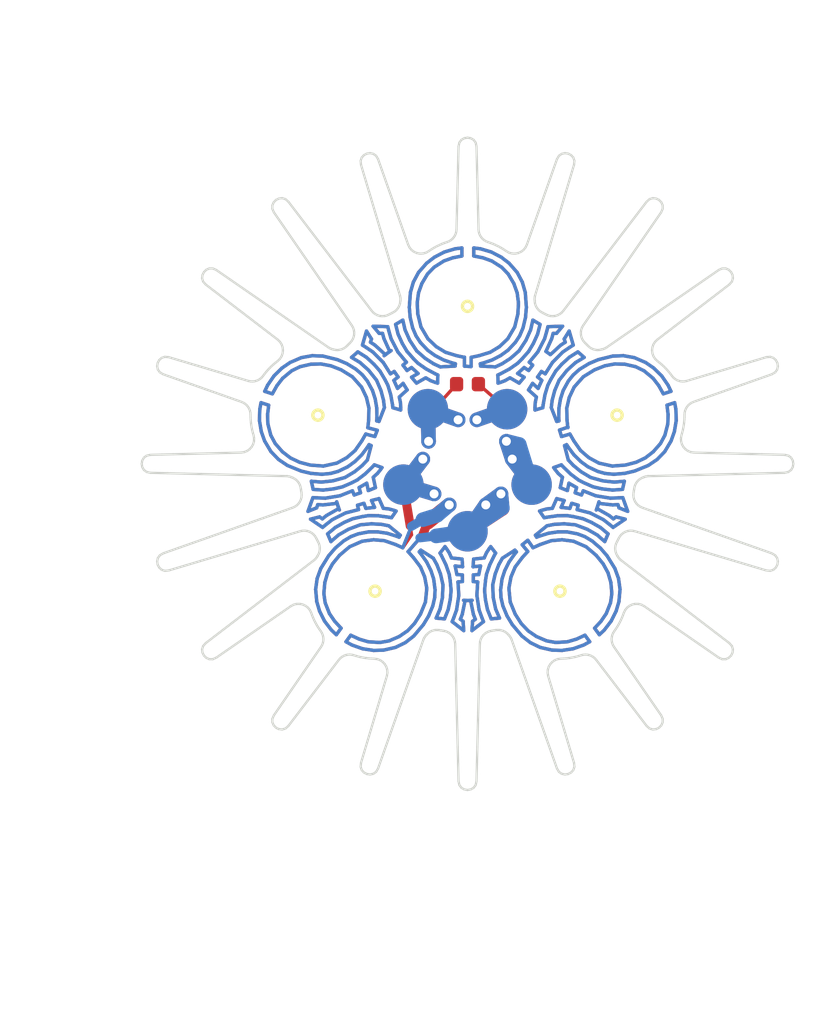
<source format=kicad_pcb>
(kicad_pcb (version 20171130) (host pcbnew 5.0.2-bee76a0~70~ubuntu18.04.1)
  (layers (0 F.Cu signal) (31 B.Cu signal) (35 F.Paste user) (36 B.SilkS user) (37 F.SilkS user) (38 B.Mask user) (39 F.Mask user) (44 Edge.Cuts user))
  (net 0 "")
  (net 1 "Net-(NTC1-Pad1)")
  (net 2 "Net-(NTC1-Pad2)")
  (net 3 "Net-(CB1-Pad1)")
  (net 4 "Net-(HB1-Pad1)")
  (module GaudiLabsFootPrints:SolderPad1_8mm (layer B.Cu) (at 101.7633 97.5729)
    (fp_text reference SB2 hide)
    (fp_text value PAD hide)
    (pad 1 smd circle (at 0 0) (size 1.8 1.8) (layers B.Cu B.Paste B.Mask) (net 1 "Net-(NTC1-Pad1)"))
  )
  (module GaudiLabsFootPrints:SolderPad1_8mm (layer F.Cu) (at 101.7633 97.5729)
    (fp_text reference ST2 hide)
    (fp_text value PAD)
    (pad 1 smd circle (at 0 0) (size 1.8 1.8) (layers F.Cu F.Paste F.Mask) (net 1 "Net-(NTC1-Pad1)"))
  )
  (module GaudiLabsFootPrints:SolderPad1_8mm (layer F.Cu) (at 98.2366 97.5729)
    (fp_text reference ST1 hide)
    (fp_text value PAD)
    (pad 1 smd circle (at 0 0) (size 1.8 1.8) (layers F.Cu F.Paste F.Mask) (net 2 "Net-(NTC1-Pad2)"))
  )
  (module GaudiLabsFootPrints:SolderPad1_8mm (layer F.Cu) (at 97.1468 100.927)
    (fp_text reference HT1 hide)
    (fp_text value PAD)
    (pad 1 smd circle (at 0 0) (size 1.8 1.8) (layers F.Cu F.Paste F.Mask) (net 4 "Net-(HB1-Pad1)"))
  )
  (module GaudiLabsFootPrints:SolderPad1_8mm (layer F.Cu) (at 100 103)
    (fp_text reference HT2 hide)
    (fp_text value PAD)
    (pad 1 smd circle (at 0 0) (size 1.8 1.8) (layers F.Cu F.Paste F.Mask) (net 4 "Net-(HB1-Pad1)"))
  )
  (module GaudiLabsFootPrints:SolderPad1_8mm (layer F.Cu) (at 102.853 100.927)
    (fp_text reference CT1 hide)
    (fp_text value PAD)
    (pad 1 smd circle (at 0 0) (size 1.8 1.8) (layers F.Cu F.Paste F.Mask) (net 3 "Net-(CB1-Pad1)"))
  )
  (module Capacitor_SMD:C_0402_1005Metric (layer F.Cu) (at 99.999 96.459 180)
    (fp_text reference NTC1 hide)
    (fp_text value Thermistor_NTC)
    (pad 2 smd roundrect (at 0.485 0 180) (size 0.59 0.64) (layers F.Cu F.Paste F.Mask) (net 2 "Net-(NTC1-Pad2)"))
    (pad 1 smd roundrect (at -0.485 0 180) (size 0.59 0.64) (layers F.Cu F.Paste F.Mask) (net 1 "Net-(NTC1-Pad1)"))
  )
  (module GaudiLabsFootPrints:Drill2_3 (layer F.Cu) (at 100 100)
    (fp_text reference REF** hide)
    (fp_text value Drill2_3)
    (pad "" np_thru_hole circle (at 0 0) (size 2.3 2.3) (drill 2.3) (layers *.Cu *.Mask))
  )
  (module GaudiLabsFootPrints:SolderPad1_8mm (layer B.Cu) (at 102.853 100.927)
    (fp_text reference CB1 hide)
    (fp_text value PAD hide)
    (pad 1 smd circle (at 0 0) (size 1.8 1.8) (layers B.Cu B.Paste B.Mask) (net 3 "Net-(CB1-Pad1)"))
  )
  (module GaudiLabsFootPrints:SolderPad1_8mm (layer B.Cu) (at 97.1468 100.927)
    (fp_text reference HB1 hide)
    (fp_text value PAD hide)
    (pad 1 smd circle (at 0 0) (size 1.8 1.8) (layers B.Cu B.Paste B.Mask) (net 4 "Net-(HB1-Pad1)"))
  )
  (module GaudiLabsFootPrints:SolderPad1_8mm (layer B.Cu) (at 100 103)
    (fp_text reference HB2 hide)
    (fp_text value PAD hide)
    (pad 1 smd circle (at 0 0) (size 1.8 1.8) (layers B.Cu B.Paste B.Mask) (net 4 "Net-(HB1-Pad1)"))
  )
  (module GaudiLabsFootPrints:SolderPad1_8mm (layer B.Cu) (at 98.2366 97.5729)
    (fp_text reference SB1 hide)
    (fp_text value PAD hide)
    (pad 1 smd circle (at 0 0) (size 1.8 1.8) (layers B.Cu B.Paste B.Mask) (net 2 "Net-(NTC1-Pad2)"))
  )
  (gr_circle (center 104.1145 105.663) (end 104.341216 105.663) (layer F.SilkS) (width 0.15))
  (gr_circle (center 95.886 105.663) (end 96.112716 105.663) (layer F.SilkS) (width 0.15))
  (gr_circle (center 93.342 97.837) (end 93.568716 97.837) (layer F.SilkS) (width 0.15))
  (gr_circle (center 106.657 97.837) (end 106.883716 97.837) (layer F.SilkS) (width 0.15))
  (gr_circle (center 100 93) (end 100.226716 93) (layer F.SilkS) (width 0.15))
  (gr_line (start 93.226922 107.05272) (end 93.282102 107.15358) (layer Edge.Cuts) (width 0.1))
  (gr_line (start 93.282102 107.15358) (end 93.341132 107.25228) (layer Edge.Cuts) (width 0.1))
  (gr_line (start 108.718637 95.65723) (end 108.633557 95.57983) (layer Edge.Cuts) (width 0.1))
  (gr_line (start 108.800657 95.73783) (end 108.718637 95.65723) (layer Edge.Cuts) (width 0.1))
  (gr_line (start 109.640137 98.16234) (end 109.650407 98.04779) (layer Edge.Cuts) (width 0.1))
  (gr_line (start 109.625497 98.27637) (end 109.640137 98.16234) (layer Edge.Cuts) (width 0.1))
  (gr_line (start 113.606657 99.58821) (end 114.110177 99.60051) (layer Edge.Cuts) (width 0.1))
  (gr_line (start 113.103137 99.57591) (end 113.606657 99.58821) (layer Edge.Cuts) (width 0.1))
  (gr_line (start 109.63754 103.65026) (end 108.905842 103.43213) (layer Edge.Cuts) (width 0.1))
  (gr_line (start 110.369237 103.86839) (end 109.63754 103.65026) (layer Edge.Cuts) (width 0.1))
  (gr_line (start 109.157447 96.16233) (end 109.227767 96.22323) (layer Edge.Cuts) (width 0.1))
  (gr_line (start 109.096377 96.08993) (end 109.157447 96.16233) (layer Edge.Cuts) (width 0.1))
  (gr_line (start 110.585537 99.51441) (end 111.089057 99.52671) (layer Edge.Cuts) (width 0.1))
  (gr_line (start 110.082057 99.50218) (end 110.585537 99.51441) (layer Edge.Cuts) (width 0.1))
  (gr_line (start 108.174144 103.214) (end 107.442447 102.99587) (layer Edge.Cuts) (width 0.1))
  (gr_line (start 108.905842 103.43213) (end 108.174144 103.214) (layer Edge.Cuts) (width 0.1))
  (gr_line (start 113.812069 104.33613) (end 113.781669 104.193) (layer Edge.Cuts) (width 0.1))
  (gr_line (start 113.790579 104.48115) (end 113.812069 104.33613) (layer Edge.Cuts) (width 0.1))
  (gr_line (start 112.56433 104.52277) (end 111.832632 104.30464) (layer Edge.Cuts) (width 0.1))
  (gr_line (start 113.296027 104.7409) (end 112.56433 104.52277) (layer Edge.Cuts) (width 0.1))
  (gr_line (start 107.336636 102.97437) (end 107.231237 102.97237) (layer Edge.Cuts) (width 0.1))
  (gr_line (start 107.442447 102.99587) (end 107.336636 102.97437) (layer Edge.Cuts) (width 0.1))
  (gr_line (start 107.916587 100.56825) (end 107.889327 100.57625) (layer Edge.Cuts) (width 0.1))
  (gr_line (start 107.944187 100.56125) (end 107.916587 100.56825) (layer Edge.Cuts) (width 0.1))
  (gr_line (start 107.818547 100.60586) (end 107.824447 100.60386) (layer Edge.Cuts) (width 0.1))
  (gr_line (start 107.812647 100.60786) (end 107.818547 100.60586) (layer Edge.Cuts) (width 0.1))
  (gr_line (start 108.545507 95.50573) (end 108.454577 95.43493) (layer Edge.Cuts) (width 0.1))
  (gr_line (start 108.633557 95.57983) (end 108.545507 95.50573) (layer Edge.Cuts) (width 0.1))
  (gr_line (start 111.592577 99.53901) (end 112.096097 99.55131) (layer Edge.Cuts) (width 0.1))
  (gr_line (start 111.089057 99.52671) (end 111.592577 99.53901) (layer Edge.Cuts) (width 0.1))
  (gr_line (start 107.972067 100.55625) (end 107.944187 100.56125) (layer Edge.Cuts) (width 0.1))
  (gr_line (start 108.000187 100.55225) (end 107.972067 100.55625) (layer Edge.Cuts) (width 0.1))
  (gr_line (start 106.781764 108.5195) (end 107.044002 108.89963) (layer Edge.Cuts) (width 0.1))
  (gr_line (start 106.519567 108.1394) (end 106.781764 108.5195) (layer Edge.Cuts) (width 0.1))
  (gr_line (start 106.472067 108.0574) (end 106.519567 108.1394) (layer Edge.Cuts) (width 0.1))
  (gr_line (start 106.438577 107.9706) (end 106.472067 108.0574) (layer Edge.Cuts) (width 0.1))
  (gr_line (start 106.419067 107.8807) (end 106.438577 107.9706) (layer Edge.Cuts) (width 0.1))
  (gr_line (start 106.573297 103.78572) (end 106.580997 103.86242) (layer Edge.Cuts) (width 0.1))
  (gr_line (start 106.575497 103.70862) (end 106.573297 103.78572) (layer Edge.Cuts) (width 0.1))
  (gr_line (start 106.587577 103.63222) (end 106.575497 103.70862) (layer Edge.Cuts) (width 0.1))
  (gr_line (start 106.609617 103.55742) (end 106.587577 103.63222) (layer Edge.Cuts) (width 0.1))
  (gr_line (start 106.641657 103.48522) (end 106.609617 103.55742) (layer Edge.Cuts) (width 0.1))
  (gr_line (start 107.806747 100.60986) (end 107.812647 100.60786) (layer Edge.Cuts) (width 0.1))
  (gr_line (start 107.800847 100.61186) (end 107.806747 100.60986) (layer Edge.Cuts) (width 0.1))
  (gr_line (start 105.337077 108.48636) (end 105.245307 108.48036) (layer Edge.Cuts) (width 0.1))
  (gr_line (start 105.426347 108.50656) (end 105.337077 108.48636) (layer Edge.Cuts) (width 0.1))
  (gr_line (start 105.511517 108.54006) (end 105.426347 108.50656) (layer Edge.Cuts) (width 0.1))
  (gr_line (start 105.590987 108.58636) (end 105.511517 108.54006) (layer Edge.Cuts) (width 0.1))
  (gr_line (start 105.663167 108.64506) (end 105.590987 108.58636) (layer Edge.Cuts) (width 0.1))
  (gr_line (start 105.726457 108.71556) (end 105.663167 108.64506) (layer Edge.Cuts) (width 0.1))
  (gr_line (start 106.006951 109.08243) (end 105.726457 108.71556) (layer Edge.Cuts) (width 0.1))
  (gr_line (start 106.287445 109.4493) (end 106.006951 109.08243) (layer Edge.Cuts) (width 0.1))
  (gr_line (start 106.567938 109.81617) (end 106.287445 109.4493) (layer Edge.Cuts) (width 0.1))
  (gr_line (start 106.848432 110.18305) (end 106.567938 109.81617) (layer Edge.Cuts) (width 0.1))
  (gr_line (start 109.522047 107.47344) (end 109.107457 107.18743) (layer Edge.Cuts) (width 0.1))
  (gr_line (start 109.936637 107.75944) (end 109.522047 107.47344) (layer Edge.Cuts) (width 0.1))
  (gr_line (start 110.351227 108.04545) (end 109.936637 107.75944) (layer Edge.Cuts) (width 0.1))
  (gr_line (start 110.765817 108.33145) (end 110.351227 108.04545) (layer Edge.Cuts) (width 0.1))
  (gr_line (start 111.180407 108.61746) (end 110.765817 108.33145) (layer Edge.Cuts) (width 0.1))
  (gr_line (start 111.766578 108.1011) (end 111.650487 107.97042) (layer Edge.Cuts) (width 0.1))
  (gr_line (start 111.811728 108.24644) (end 111.766578 108.1011) (layer Edge.Cuts) (width 0.1))
  (gr_line (start 111.796428 108.39199) (end 111.811728 108.24644) (layer Edge.Cuts) (width 0.1))
  (gr_line (start 108.685477 111.4928) (end 108.687477 111.34062) (layer Edge.Cuts) (width 0.1))
  (gr_line (start 108.625947 111.62649) (end 108.685477 111.4928) (layer Edge.Cuts) (width 0.1))
  (gr_line (start 108.523299 111.73122) (end 108.625947 111.62649) (layer Edge.Cuts) (width 0.1))
  (gr_line (start 108.391979 111.79652) (end 108.523299 111.73122) (layer Edge.Cuts) (width 0.1))
  (gr_line (start 108.246428 111.81182) (end 108.391979 111.79652) (layer Edge.Cuts) (width 0.1))
  (gr_line (start 108.10109 111.76662) (end 108.246428 111.81182) (layer Edge.Cuts) (width 0.1))
  (gr_line (start 107.970407 111.65053) (end 108.10109 111.76662) (layer Edge.Cuts) (width 0.1))
  (gr_line (start 107.735835 106.26201) (end 107.601513 106.22811) (layer Edge.Cuts) (width 0.1))
  (gr_line (start 107.863687 106.32941) (end 107.735835 106.26201) (layer Edge.Cuts) (width 0.1))
  (gr_line (start 108.278277 106.61542) (end 107.863687 106.32941) (layer Edge.Cuts) (width 0.1))
  (gr_line (start 108.692867 106.90142) (end 108.278277 106.61542) (layer Edge.Cuts) (width 0.1))
  (gr_line (start 109.107457 107.18743) (end 108.692867 106.90142) (layer Edge.Cuts) (width 0.1))
  (gr_line (start 109.656307 97.93284) (end 109.657807 97.81763) (layer Edge.Cuts) (width 0.1))
  (gr_line (start 109.650407 98.04779) (end 109.656307 97.93284) (layer Edge.Cuts) (width 0.1))
  (gr_line (start 107.104976 106.39261) (end 107.017386 106.49996) (layer Edge.Cuts) (width 0.1))
  (gr_line (start 107.212454 106.31001) (end 107.104976 106.39261) (layer Edge.Cuts) (width 0.1))
  (gr_line (start 107.334551 106.25391) (end 107.212454 106.31001) (layer Edge.Cuts) (width 0.1))
  (gr_line (start 107.465994 106.22611) (end 107.334551 106.25391) (layer Edge.Cuts) (width 0.1))
  (gr_line (start 107.601513 106.22811) (end 107.465994 106.22611) (layer Edge.Cuts) (width 0.1))
  (gr_line (start 109.555497 98.61409) (end 109.583157 98.50237) (layer Edge.Cuts) (width 0.1))
  (gr_line (start 109.523527 98.72479) (end 109.555497 98.61409) (layer Edge.Cuts) (width 0.1))
  (gr_line (start 106.687657 103.39612) (end 106.698967 103.37372) (layer Edge.Cuts) (width 0.1))
  (gr_line (start 106.676267 103.41842) (end 106.687657 103.39612) (layer Edge.Cuts) (width 0.1))
  (gr_line (start 106.664807 103.44072) (end 106.676267 103.41842) (layer Edge.Cuts) (width 0.1))
  (gr_line (start 106.653267 103.46302) (end 106.664807 103.44072) (layer Edge.Cuts) (width 0.1))
  (gr_line (start 106.641657 103.48522) (end 106.653267 103.46302) (layer Edge.Cuts) (width 0.1))
  (gr_line (start 114.280891 100.36282) (end 114.402829 100.27182) (layer Edge.Cuts) (width 0.1))
  (gr_line (start 114.110177 100.40032) (end 114.280891 100.36282) (layer Edge.Cuts) (width 0.1))
  (gr_line (start 111.766588 91.899748) (end 111.811738 91.75441) (layer Edge.Cuts) (width 0.1))
  (gr_line (start 111.650497 92.030431) (end 111.766588 91.899748) (layer Edge.Cuts) (width 0.1))
  (gr_line (start 113.69387 95.93218) (end 113.78166 95.80792) (layer Edge.Cuts) (width 0.1))
  (gr_line (start 113.543167 96.02058) (end 113.69387 95.93218) (layer Edge.Cuts) (width 0.1))
  (gr_line (start 107.862437 100.58525) (end 107.835977 100.59585) (layer Edge.Cuts) (width 0.1))
  (gr_line (start 107.889327 100.57625) (end 107.862437 100.58525) (layer Edge.Cuts) (width 0.1))
  (gr_line (start 107.830247 100.60186) (end 107.836047 100.59986) (layer Edge.Cuts) (width 0.1))
  (gr_line (start 107.824447 100.60386) (end 107.830247 100.60186) (layer Edge.Cuts) (width 0.1))
  (gr_line (start 106.721367 103.32892) (end 106.732457 103.30642) (layer Edge.Cuts) (width 0.1))
  (gr_line (start 106.710207 103.35132) (end 106.721367 103.32892) (layer Edge.Cuts) (width 0.1))
  (gr_line (start 106.698967 103.37372) (end 106.710207 103.35132) (layer Edge.Cuts) (width 0.1))
  (gr_line (start 108.81361 100.52982) (end 108.056957 100.54832) (layer Edge.Cuts) (width 0.1))
  (gr_line (start 109.570262 100.51132) (end 108.81361 100.52982) (layer Edge.Cuts) (width 0.1))
  (gr_line (start 107.030603 103.02137) (end 106.939833 103.07077) (layer Edge.Cuts) (width 0.1))
  (gr_line (start 107.128483 102.98827) (end 107.030603 103.02137) (layer Edge.Cuts) (width 0.1))
  (gr_line (start 107.231237 102.97237) (end 107.128483 102.98827) (layer Edge.Cuts) (width 0.1))
  (gr_line (start 113.81206 95.66479) (end 113.79057 95.51977) (layer Edge.Cuts) (width 0.1))
  (gr_line (start 113.78166 95.80792) (end 113.81206 95.66479) (layer Edge.Cuts) (width 0.1))
  (gr_line (start 108.849631 94.17185) (end 108.449507 94.47777) (layer Edge.Cuts) (width 0.1))
  (gr_line (start 109.249754 93.86594) (end 108.849631 94.17185) (layer Edge.Cuts) (width 0.1))
  (gr_line (start 114.475989 99.8559) (end 114.402829 99.72916) (layer Edge.Cuts) (width 0.1))
  (gr_line (start 114.500379 100.00049) (end 114.475989 99.8559) (layer Edge.Cuts) (width 0.1))
  (gr_line (start 109.942323 102.71223) (end 110.662492 102.96584) (layer Edge.Cuts) (width 0.1))
  (gr_line (start 109.222154 102.45862) (end 109.942323 102.71223) (layer Edge.Cuts) (width 0.1))
  (gr_line (start 110.198063 96.18351) (end 110.64063 96.05157) (layer Edge.Cuts) (width 0.1))
  (gr_line (start 109.755497 96.31544) (end 110.198063 96.18351) (layer Edge.Cuts) (width 0.1))
  (gr_line (start 109.606497 98.38976) (end 109.625497 98.27637) (layer Edge.Cuts) (width 0.1))
  (gr_line (start 109.583157 98.50237) (end 109.606497 98.38976) (layer Edge.Cuts) (width 0.1))
  (gr_line (start 108.028497 100.54925) (end 108.000187 100.55225) (layer Edge.Cuts) (width 0.1))
  (gr_line (start 108.056957 100.54832) (end 108.028497 100.54925) (layer Edge.Cuts) (width 0.1))
  (gr_line (start 107.794947 100.61386) (end 107.800847 100.61186) (layer Edge.Cuts) (width 0.1))
  (gr_line (start 107.789047 100.61586) (end 107.794947 100.61386) (layer Edge.Cuts) (width 0.1))
  (gr_line (start 106.796777 104.25602) (end 106.818087 104.27482) (layer Edge.Cuts) (width 0.1))
  (gr_line (start 106.776407 104.23622) (end 106.796777 104.25602) (layer Edge.Cuts) (width 0.1))
  (gr_line (start 106.757007 104.21552) (end 106.776407 104.23622) (layer Edge.Cuts) (width 0.1))
  (gr_line (start 106.738607 104.19392) (end 106.757007 104.21552) (layer Edge.Cuts) (width 0.1))
  (gr_line (start 106.721247 104.17142) (end 106.738607 104.19392) (layer Edge.Cuts) (width 0.1))
  (gr_line (start 111.049222 107.51073) (end 111.650497 107.97044) (layer Edge.Cuts) (width 0.1))
  (gr_line (start 110.447947 107.05102) (end 111.049222 107.51073) (layer Edge.Cuts) (width 0.1))
  (gr_line (start 109.846672 106.59131) (end 110.447947 107.05102) (layer Edge.Cuts) (width 0.1))
  (gr_line (start 109.245397 106.13161) (end 109.846672 106.59131) (layer Edge.Cuts) (width 0.1))
  (gr_line (start 108.644122 105.6719) (end 109.245397 106.13161) (layer Edge.Cuts) (width 0.1))
  (gr_line (start 111.100935 104.08651) (end 110.369237 103.86839) (layer Edge.Cuts) (width 0.1))
  (gr_line (start 111.832632 104.30464) (end 111.100935 104.08651) (layer Edge.Cuts) (width 0.1))
  (gr_line (start 106.673247 104.09902) (end 106.669947 104.09402) (layer Edge.Cuts) (width 0.1))
  (gr_line (start 106.676547 104.10402) (end 106.673247 104.09902) (layer Edge.Cuts) (width 0.1))
  (gr_line (start 106.679847 104.10902) (end 106.676547 104.10402) (layer Edge.Cuts) (width 0.1))
  (gr_line (start 106.683147 104.11402) (end 106.679847 104.10902) (layer Edge.Cuts) (width 0.1))
  (gr_line (start 106.686447 104.11902) (end 106.683147 104.11402) (layer Edge.Cuts) (width 0.1))
  (gr_line (start 113.469923 95.24302) (end 113.296018 95.26002) (layer Edge.Cuts) (width 0.1))
  (gr_line (start 113.613991 95.29192) (end 113.469923 95.24302) (layer Edge.Cuts) (width 0.1))
  (gr_line (start 110.494019 97.09436) (end 110.058427 97.24776) (layer Edge.Cuts) (width 0.1))
  (gr_line (start 110.929612 96.94097) (end 110.494019 97.09436) (layer Edge.Cuts) (width 0.1))
  (gr_line (start 108.229482 95.09102) (end 108.274792 95.21876) (layer Edge.Cuts) (width 0.1))
  (gr_line (start 108.213902 94.95758) (end 108.229482 95.09102) (layer Edge.Cuts) (width 0.1))
  (gr_line (start 109.649878 93.56002) (end 109.249754 93.86594) (layer Edge.Cuts) (width 0.1))
  (gr_line (start 110.050002 93.2541) (end 109.649878 93.56002) (layer Edge.Cuts) (width 0.1))
  (gr_line (start 100.362793 114.28092) (end 100.400293 114.11021) (layer Edge.Cuts) (width 0.1))
  (gr_line (start 100.271743 114.40286) (end 100.362793 114.28092) (layer Edge.Cuts) (width 0.1))
  (gr_line (start 100.145 114.47606) (end 100.271743 114.40286) (layer Edge.Cuts) (width 0.1))
  (gr_line (start 100.00041 114.50046) (end 100.145 114.47606) (layer Edge.Cuts) (width 0.1))
  (gr_line (start 99.85582 114.47606) (end 100.00041 114.50046) (layer Edge.Cuts) (width 0.1))
  (gr_line (start 99.729077 114.40286) (end 99.85582 114.47606) (layer Edge.Cuts) (width 0.1))
  (gr_line (start 99.638027 114.28092) (end 99.729077 114.40286) (layer Edge.Cuts) (width 0.1))
  (gr_line (start 99.600527 114.11021) (end 99.638027 114.28092) (layer Edge.Cuts) (width 0.1))
  (gr_line (start 110.557393 91.8132) (end 111.180407 91.383411) (layer Edge.Cuts) (width 0.1))
  (gr_line (start 109.934379 92.242988) (end 110.557393 91.8132) (layer Edge.Cuts) (width 0.1))
  (gr_line (start 109.311366 92.672777) (end 109.934379 92.242988) (layer Edge.Cuts) (width 0.1))
  (gr_line (start 108.688352 93.102566) (end 109.311366 92.672777) (layer Edge.Cuts) (width 0.1))
  (gr_line (start 108.065338 93.53235) (end 108.688352 93.102566) (layer Edge.Cuts) (width 0.1))
  (gr_line (start 107.442325 93.96214) (end 108.065338 93.53235) (layer Edge.Cuts) (width 0.1))
  (gr_line (start 106.819311 94.39193) (end 107.442325 93.96214) (layer Edge.Cuts) (width 0.1))
  (gr_line (start 106.196307 94.82165) (end 106.819311 94.39193) (layer Edge.Cuts) (width 0.1))
  (gr_line (start 106.172477 94.83725) (end 106.196307 94.82165) (layer Edge.Cuts) (width 0.1))
  (gr_line (start 106.147977 94.85165) (end 106.172477 94.83725) (layer Edge.Cuts) (width 0.1))
  (gr_line (start 106.122847 94.86495) (end 106.147977 94.85165) (layer Edge.Cuts) (width 0.1))
  (gr_line (start 106.097127 94.87695) (end 106.122847 94.86495) (layer Edge.Cuts) (width 0.1))
  (gr_line (start 106.070867 94.88775) (end 106.097127 94.87695) (layer Edge.Cuts) (width 0.1))
  (gr_line (start 106.044117 94.89775) (end 106.070867 94.88775) (layer Edge.Cuts) (width 0.1))
  (gr_line (start 106.016907 94.90575) (end 106.044117 94.89775) (layer Edge.Cuts) (width 0.1))
  (gr_line (start 105.989287 94.91275) (end 106.016907 94.90575) (layer Edge.Cuts) (width 0.1))
  (gr_line (start 105.945887 94.92075) (end 105.939687 94.92275) (layer Edge.Cuts) (width 0.1))
  (gr_line (start 105.952087 94.91875) (end 105.945887 94.92075) (layer Edge.Cuts) (width 0.1))
  (gr_line (start 105.958287 94.91775) (end 105.952087 94.91875) (layer Edge.Cuts) (width 0.1))
  (gr_line (start 105.964487 94.91675) (end 105.958287 94.91775) (layer Edge.Cuts) (width 0.1))
  (gr_line (start 105.970687 94.91575) (end 105.964487 94.91675) (layer Edge.Cuts) (width 0.1))
  (gr_line (start 105.976887 94.91475) (end 105.970687 94.91575) (layer Edge.Cuts) (width 0.1))
  (gr_line (start 105.983087 94.91375) (end 105.976887 94.91475) (layer Edge.Cuts) (width 0.1))
  (gr_line (start 105.989287 94.91275) (end 105.983087 94.91375) (layer Edge.Cuts) (width 0.1))
  (gr_line (start 105.862027 94.93829) (end 105.939827 94.92449) (layer Edge.Cuts) (width 0.1))
  (gr_line (start 105.784097 94.94229) (end 105.862027 94.93829) (layer Edge.Cuts) (width 0.1))
  (gr_line (start 105.706987 94.93529) (end 105.784097 94.94229) (layer Edge.Cuts) (width 0.1))
  (gr_line (start 105.631647 94.91899) (end 105.706987 94.93529) (layer Edge.Cuts) (width 0.1))
  (gr_line (start 105.559017 94.89309) (end 105.631647 94.91899) (layer Edge.Cuts) (width 0.1))
  (gr_line (start 105.490047 94.85799) (end 105.559017 94.89309) (layer Edge.Cuts) (width 0.1))
  (gr_line (start 105.425697 94.81389) (end 105.490047 94.85799) (layer Edge.Cuts) (width 0.1))
  (gr_line (start 105.366897 94.76109) (end 105.425697 94.81389) (layer Edge.Cuts) (width 0.1))
  (gr_line (start 105.242857 94.63699) (end 105.224897 94.61949) (layer Edge.Cuts) (width 0.1))
  (gr_line (start 105.260757 94.65449) (end 105.242857 94.63699) (layer Edge.Cuts) (width 0.1))
  (gr_line (start 105.278597 94.67209) (end 105.260757 94.65449) (layer Edge.Cuts) (width 0.1))
  (gr_line (start 105.296377 94.68979) (end 105.278597 94.67209) (layer Edge.Cuts) (width 0.1))
  (gr_line (start 105.314097 94.70749) (end 105.296377 94.68979) (layer Edge.Cuts) (width 0.1))
  (gr_line (start 105.331757 94.72529) (end 105.314097 94.70749) (layer Edge.Cuts) (width 0.1))
  (gr_line (start 105.349357 94.74319) (end 105.331757 94.72529) (layer Edge.Cuts) (width 0.1))
  (gr_line (start 105.366897 94.76109) (end 105.349357 94.74319) (layer Edge.Cuts) (width 0.1))
  (gr_line (start 105.154477 94.53753) (end 105.224897 94.61933) (layer Edge.Cuts) (width 0.1))
  (gr_line (start 105.100987 94.44673) (end 105.154477 94.53753) (layer Edge.Cuts) (width 0.1))
  (gr_line (start 105.064667 94.34933) (end 105.100987 94.44673) (layer Edge.Cuts) (width 0.1))
  (gr_line (start 105.045757 94.24775) (end 105.064667 94.34933) (layer Edge.Cuts) (width 0.1))
  (gr_line (start 105.044457 94.14442) (end 105.045757 94.24775) (layer Edge.Cuts) (width 0.1))
  (gr_line (start 105.061087 94.04178) (end 105.044457 94.14442) (layer Edge.Cuts) (width 0.1))
  (gr_line (start 105.095837 93.94228) (end 105.061087 94.04178) (layer Edge.Cuts) (width 0.1))
  (gr_line (start 105.148957 93.84828) (end 105.095837 93.94228) (layer Edge.Cuts) (width 0.1))
  (gr_line (start 105.582516 93.2198) (end 105.148957 93.84828) (layer Edge.Cuts) (width 0.1))
  (gr_line (start 106.016074 92.591318) (end 105.582516 93.2198) (layer Edge.Cuts) (width 0.1))
  (gr_line (start 106.449633 91.962837) (end 106.016074 92.591318) (layer Edge.Cuts) (width 0.1))
  (gr_line (start 106.883192 91.334356) (end 106.449633 91.962837) (layer Edge.Cuts) (width 0.1))
  (gr_line (start 107.316751 90.705874) (end 106.883192 91.334356) (layer Edge.Cuts) (width 0.1))
  (gr_line (start 107.75031 90.077393) (end 107.316751 90.705874) (layer Edge.Cuts) (width 0.1))
  (gr_line (start 108.183868 89.448912) (end 107.75031 90.077393) (layer Edge.Cuts) (width 0.1))
  (gr_line (start 108.617427 88.820431) (end 108.183868 89.448912) (layer Edge.Cuts) (width 0.1))
  (gr_line (start 108.101089 88.23432) (end 107.970408 88.350348) (layer Edge.Cuts) (width 0.1))
  (gr_line (start 108.246408 88.18921) (end 108.101089 88.23432) (layer Edge.Cuts) (width 0.1))
  (gr_line (start 108.391932 88.20452) (end 108.246408 88.18921) (layer Edge.Cuts) (width 0.1))
  (gr_line (start 108.523227 88.26977) (end 108.391932 88.20452) (layer Edge.Cuts) (width 0.1))
  (gr_line (start 108.625857 88.374473) (end 108.523227 88.26977) (layer Edge.Cuts) (width 0.1))
  (gr_line (start 108.685387 88.508142) (end 108.625857 88.374473) (layer Edge.Cuts) (width 0.1))
  (gr_line (start 108.687387 88.66029) (end 108.685387 88.508142) (layer Edge.Cuts) (width 0.1))
  (gr_line (start 108.617427 88.820431) (end 108.687387 88.66029) (layer Edge.Cuts) (width 0.1))
  (gr_line (start 107.506664 88.956901) (end 107.970407 88.350351) (layer Edge.Cuts) (width 0.1))
  (gr_line (start 107.042922 89.563451) (end 107.506664 88.956901) (layer Edge.Cuts) (width 0.1))
  (gr_line (start 106.579179 90.170001) (end 107.042922 89.563451) (layer Edge.Cuts) (width 0.1))
  (gr_line (start 106.115437 90.776551) (end 106.579179 90.170001) (layer Edge.Cuts) (width 0.1))
  (gr_line (start 105.651694 91.3831) (end 106.115437 90.776551) (layer Edge.Cuts) (width 0.1))
  (gr_line (start 105.187952 91.98965) (end 105.651694 91.3831) (layer Edge.Cuts) (width 0.1))
  (gr_line (start 104.72421 92.5962) (end 105.187952 91.98965) (layer Edge.Cuts) (width 0.1))
  (gr_line (start 104.260467 93.20275) (end 104.72421 92.5962) (layer Edge.Cuts) (width 0.1))
  (gr_line (start 104.187486 93.28195) (end 104.260466 93.20235) (layer Edge.Cuts) (width 0.1))
  (gr_line (start 104.103566 93.34575) (end 104.187486 93.28195) (layer Edge.Cuts) (width 0.1))
  (gr_line (start 104.011086 93.39325) (end 104.103566 93.34575) (layer Edge.Cuts) (width 0.1))
  (gr_line (start 103.912426 93.42395) (end 104.011086 93.39325) (layer Edge.Cuts) (width 0.1))
  (gr_line (start 103.809966 93.43735) (end 103.912426 93.42395) (layer Edge.Cuts) (width 0.1))
  (gr_line (start 103.706084 93.43335) (end 103.809966 93.43735) (layer Edge.Cuts) (width 0.1))
  (gr_line (start 103.603157 93.41055) (end 103.706084 93.43335) (layer Edge.Cuts) (width 0.1))
  (gr_line (start 103.503567 93.36885) (end 103.603157 93.41055) (layer Edge.Cuts) (width 0.1))
  (gr_line (start 103.347437 93.28875) (end 103.324977 93.27755) (layer Edge.Cuts) (width 0.1))
  (gr_line (start 103.369857 93.29995) (end 103.347437 93.28875) (layer Edge.Cuts) (width 0.1))
  (gr_line (start 103.392237 93.31125) (end 103.369857 93.29995) (layer Edge.Cuts) (width 0.1))
  (gr_line (start 103.414577 93.32265) (end 103.392237 93.31125) (layer Edge.Cuts) (width 0.1))
  (gr_line (start 103.436877 93.33405) (end 103.414577 93.32265) (layer Edge.Cuts) (width 0.1))
  (gr_line (start 103.459147 93.34555) (end 103.436877 93.33405) (layer Edge.Cuts) (width 0.1))
  (gr_line (start 103.481377 93.35715) (end 103.459147 93.34555) (layer Edge.Cuts) (width 0.1))
  (gr_line (start 103.503567 93.36885) (end 103.481377 93.35715) (layer Edge.Cuts) (width 0.1))
  (gr_line (start 103.256607 93.237911) (end 103.324977 93.277511) (layer Edge.Cuts) (width 0.1))
  (gr_line (start 103.194797 93.190311) (end 103.256607 93.237911) (layer Edge.Cuts) (width 0.1))
  (gr_line (start 103.140097 93.135611) (end 103.194797 93.190311) (layer Edge.Cuts) (width 0.1))
  (gr_line (start 103.093057 93.074531) (end 103.140097 93.135611) (layer Edge.Cuts) (width 0.1))
  (gr_line (start 103.054227 93.007931) (end 103.093057 93.074531) (layer Edge.Cuts) (width 0.1))
  (gr_line (start 103.024167 92.936621) (end 103.054227 93.007931) (layer Edge.Cuts) (width 0.1))
  (gr_line (start 103.003417 92.861431) (end 103.024167 92.936621) (layer Edge.Cuts) (width 0.1))
  (gr_line (start 102.992527 92.783171) (end 103.003417 92.861431) (layer Edge.Cuts) (width 0.1))
  (gr_line (start 102.989074 92.739071) (end 102.988527 92.732771) (layer Edge.Cuts) (width 0.1))
  (gr_line (start 102.989608 92.745371) (end 102.989074 92.739071) (layer Edge.Cuts) (width 0.1))
  (gr_line (start 102.990128 92.751671) (end 102.989608 92.745371) (layer Edge.Cuts) (width 0.1))
  (gr_line (start 102.990634 92.757971) (end 102.990128 92.751671) (layer Edge.Cuts) (width 0.1))
  (gr_line (start 102.991128 92.764271) (end 102.990634 92.757971) (layer Edge.Cuts) (width 0.1))
  (gr_line (start 102.991608 92.770571) (end 102.991128 92.764271) (layer Edge.Cuts) (width 0.1))
  (gr_line (start 102.992074 92.776871) (end 102.991608 92.770571) (layer Edge.Cuts) (width 0.1))
  (gr_line (start 102.992527 92.783171) (end 102.992074 92.776871) (layer Edge.Cuts) (width 0.1))
  (gr_line (start 102.98652 92.704071) (end 102.98842 92.732501) (layer Edge.Cuts) (width 0.1))
  (gr_line (start 102.986 92.675631) (end 102.98652 92.704071) (layer Edge.Cuts) (width 0.1))
  (gr_line (start 102.986827 92.647231) (end 102.986 92.675631) (layer Edge.Cuts) (width 0.1))
  (gr_line (start 102.989027 92.618921) (end 102.986827 92.647231) (layer Edge.Cuts) (width 0.1))
  (gr_line (start 102.992527 92.590741) (end 102.989027 92.618921) (layer Edge.Cuts) (width 0.1))
  (gr_line (start 102.997327 92.562741) (end 102.992527 92.590741) (layer Edge.Cuts) (width 0.1))
  (gr_line (start 103.003527 92.534971) (end 102.997327 92.562741) (layer Edge.Cuts) (width 0.1))
  (gr_line (start 103.011027 92.507481) (end 103.003527 92.534971) (layer Edge.Cuts) (width 0.1))
  (gr_line (start 103.227258 91.782147) (end 103.011027 92.507481) (layer Edge.Cuts) (width 0.1))
  (gr_line (start 103.44349 91.056814) (end 103.227258 91.782147) (layer Edge.Cuts) (width 0.1))
  (gr_line (start 103.659721 90.33148) (end 103.44349 91.056814) (layer Edge.Cuts) (width 0.1))
  (gr_line (start 103.875952 89.606146) (end 103.659721 90.33148) (layer Edge.Cuts) (width 0.1))
  (gr_line (start 104.092183 88.880812) (end 103.875952 89.606146) (layer Edge.Cuts) (width 0.1))
  (gr_line (start 104.308415 88.155479) (end 104.092183 88.880812) (layer Edge.Cuts) (width 0.1))
  (gr_line (start 104.524646 87.430145) (end 104.308415 88.155479) (layer Edge.Cuts) (width 0.1))
  (gr_line (start 104.740877 86.704811) (end 104.524646 87.430145) (layer Edge.Cuts) (width 0.1))
  (gr_line (start 104.068672 86.306913) (end 103.980252 86.457684) (layer Edge.Cuts) (width 0.1))
  (gr_line (start 104.192941 86.219073) (end 104.068672 86.306913) (layer Edge.Cuts) (width 0.1))
  (gr_line (start 104.336089 86.188653) (end 104.192941 86.219073) (layer Edge.Cuts) (width 0.1))
  (gr_line (start 104.481139 86.210143) (end 104.336089 86.188653) (layer Edge.Cuts) (width 0.1))
  (gr_line (start 104.611117 86.278013) (end 104.481139 86.210143) (layer Edge.Cuts) (width 0.1))
  (gr_line (start 104.709047 86.386759) (end 104.611117 86.278013) (layer Edge.Cuts) (width 0.1))
  (gr_line (start 104.757957 86.530864) (end 104.709047 86.386759) (layer Edge.Cuts) (width 0.1))
  (gr_line (start 104.740877 86.704811) (end 104.757957 86.530864) (layer Edge.Cuts) (width 0.1))
  (gr_line (start 103.812957 86.932755) (end 103.980257 86.457681) (layer Edge.Cuts) (width 0.1))
  (gr_line (start 103.645657 87.407829) (end 103.812957 86.932755) (layer Edge.Cuts) (width 0.1))
  (gr_line (start 103.478357 87.882902) (end 103.645657 87.407829) (layer Edge.Cuts) (width 0.1))
  (gr_line (start 103.311057 88.357976) (end 103.478357 87.882902) (layer Edge.Cuts) (width 0.1))
  (gr_line (start 103.143757 88.83305) (end 103.311057 88.357976) (layer Edge.Cuts) (width 0.1))
  (gr_line (start 102.976457 89.308124) (end 103.143757 88.83305) (layer Edge.Cuts) (width 0.1))
  (gr_line (start 102.809157 89.783197) (end 102.976457 89.308124) (layer Edge.Cuts) (width 0.1))
  (gr_line (start 102.641856 90.258232) (end 102.809157 89.783197) (layer Edge.Cuts) (width 0.1))
  (gr_line (start 102.578056 90.387932) (end 102.641856 90.258232) (layer Edge.Cuts) (width 0.1))
  (gr_line (start 102.489336 90.494341) (end 102.578056 90.387932) (layer Edge.Cuts) (width 0.1))
  (gr_line (start 102.38099 90.575771) (end 102.489336 90.494341) (layer Edge.Cuts) (width 0.1))
  (gr_line (start 102.258307 90.630541) (end 102.38099 90.575771) (layer Edge.Cuts) (width 0.1))
  (gr_line (start 102.126577 90.656951) (end 102.258307 90.630541) (layer Edge.Cuts) (width 0.1))
  (gr_line (start 101.99109 90.653351) (end 102.126577 90.656951) (layer Edge.Cuts) (width 0.1))
  (gr_line (start 101.857137 90.617991) (end 101.99109 90.653351) (layer Edge.Cuts) (width 0.1))
  (gr_line (start 101.730007 90.549211) (end 101.857137 90.617991) (layer Edge.Cuts) (width 0.1))
  (gr_line (start 101.017834 90.178241) (end 100.908709 90.141251) (layer Edge.Cuts) (width 0.1))
  (gr_line (start 101.12534 90.219341) (end 101.017834 90.178241) (layer Edge.Cuts) (width 0.1))
  (gr_line (start 101.231113 90.264501) (end 101.12534 90.219341) (layer Edge.Cuts) (width 0.1))
  (gr_line (start 101.33504 90.313661) (end 101.231113 90.264501) (layer Edge.Cuts) (width 0.1))
  (gr_line (start 101.437007 90.366771) (end 101.33504 90.313661) (layer Edge.Cuts) (width 0.1))
  (gr_line (start 101.536897 90.423771) (end 101.437007 90.366771) (layer Edge.Cuts) (width 0.1))
  (gr_line (start 101.634607 90.484601) (end 101.536897 90.423771) (layer Edge.Cuts) (width 0.1))
  (gr_line (start 101.730007 90.549211) (end 101.634607 90.484601) (layer Edge.Cuts) (width 0.1))
  (gr_line (start 100.820997 90.105551) (end 100.908757 90.141251) (layer Edge.Cuts) (width 0.1))
  (gr_line (start 100.741367 90.057481) (end 100.820997 90.105551) (layer Edge.Cuts) (width 0.1))
  (gr_line (start 100.670877 89.998371) (end 100.741367 90.057481) (layer Edge.Cuts) (width 0.1))
  (gr_line (start 100.610527 89.929561) (end 100.670877 89.998371) (layer Edge.Cuts) (width 0.1))
  (gr_line (start 100.561317 89.852391) (end 100.610527 89.929561) (layer Edge.Cuts) (width 0.1))
  (gr_line (start 100.524257 89.768191) (end 100.561317 89.852391) (layer Edge.Cuts) (width 0.1))
  (gr_line (start 100.500347 89.678301) (end 100.524257 89.768191) (layer Edge.Cuts) (width 0.1))
  (gr_line (start 100.490607 89.584061) (end 100.500347 89.678301) (layer Edge.Cuts) (width 0.1))
  (gr_line (start 100.479317 89.122386) (end 100.490607 89.584061) (layer Edge.Cuts) (width 0.1))
  (gr_line (start 100.468027 88.660711) (end 100.479317 89.122386) (layer Edge.Cuts) (width 0.1))
  (gr_line (start 100.456737 88.199036) (end 100.468027 88.660711) (layer Edge.Cuts) (width 0.1))
  (gr_line (start 100.445447 87.737361) (end 100.456737 88.199036) (layer Edge.Cuts) (width 0.1))
  (gr_line (start 100.434157 87.275686) (end 100.445447 87.737361) (layer Edge.Cuts) (width 0.1))
  (gr_line (start 100.422867 86.814011) (end 100.434157 87.275686) (layer Edge.Cuts) (width 0.1))
  (gr_line (start 100.411577 86.352336) (end 100.422867 86.814011) (layer Edge.Cuts) (width 0.1))
  (gr_line (start 100.400287 85.890661) (end 100.411577 86.352336) (layer Edge.Cuts) (width 0.1))
  (gr_line (start 99.638021 85.719947) (end 99.600521 85.890661) (layer Edge.Cuts) (width 0.1))
  (gr_line (start 99.729071 85.598009) (end 99.638021 85.719947) (layer Edge.Cuts) (width 0.1))
  (gr_line (start 99.855814 85.524849) (end 99.729071 85.598009) (layer Edge.Cuts) (width 0.1))
  (gr_line (start 100.000404 85.500459) (end 99.855814 85.524849) (layer Edge.Cuts) (width 0.1))
  (gr_line (start 100.144994 85.524849) (end 100.000404 85.500459) (layer Edge.Cuts) (width 0.1))
  (gr_line (start 100.271737 85.598009) (end 100.144994 85.524849) (layer Edge.Cuts) (width 0.1))
  (gr_line (start 100.362787 85.719947) (end 100.271737 85.598009) (layer Edge.Cuts) (width 0.1))
  (gr_line (start 100.400287 85.890661) (end 100.362787 85.719947) (layer Edge.Cuts) (width 0.1))
  (gr_line (start 99.589287 86.352336) (end 99.600577 85.890661) (layer Edge.Cuts) (width 0.1))
  (gr_line (start 99.577997 86.814011) (end 99.589287 86.352336) (layer Edge.Cuts) (width 0.1))
  (gr_line (start 99.566707 87.275686) (end 99.577997 86.814011) (layer Edge.Cuts) (width 0.1))
  (gr_line (start 99.555417 87.737361) (end 99.566707 87.275686) (layer Edge.Cuts) (width 0.1))
  (gr_line (start 99.544127 88.199036) (end 99.555417 87.737361) (layer Edge.Cuts) (width 0.1))
  (gr_line (start 99.532837 88.660711) (end 99.544127 88.199036) (layer Edge.Cuts) (width 0.1))
  (gr_line (start 99.521547 89.122386) (end 99.532837 88.660711) (layer Edge.Cuts) (width 0.1))
  (gr_line (start 99.510307 89.584051) (end 99.521547 89.122386) (layer Edge.Cuts) (width 0.1))
  (gr_line (start 99.500507 89.678291) (end 99.510307 89.584051) (layer Edge.Cuts) (width 0.1))
  (gr_line (start 99.476597 89.768181) (end 99.500507 89.678291) (layer Edge.Cuts) (width 0.1))
  (gr_line (start 99.439537 89.852381) (end 99.476597 89.768181) (layer Edge.Cuts) (width 0.1))
  (gr_line (start 99.390327 89.929551) (end 99.439537 89.852381) (layer Edge.Cuts) (width 0.1))
  (gr_line (start 99.329977 89.998361) (end 99.390327 89.929551) (layer Edge.Cuts) (width 0.1))
  (gr_line (start 99.259487 90.057471) (end 99.329977 89.998361) (layer Edge.Cuts) (width 0.1))
  (gr_line (start 99.179857 90.105541) (end 99.259487 90.057471) (layer Edge.Cuts) (width 0.1))
  (gr_line (start 99.092097 90.141241) (end 99.179857 90.105541) (layer Edge.Cuts) (width 0.1))
  (gr_line (start 98.366216 90.484591) (end 98.270816 90.549201) (layer Edge.Cuts) (width 0.1))
  (gr_line (start 98.463916 90.423761) (end 98.366216 90.484591) (layer Edge.Cuts) (width 0.1))
  (gr_line (start 98.563806 90.366761) (end 98.463916 90.423761) (layer Edge.Cuts) (width 0.1))
  (gr_line (start 98.665771 90.313651) (end 98.563806 90.366761) (layer Edge.Cuts) (width 0.1))
  (gr_line (start 98.769697 90.264491) (end 98.665771 90.313651) (layer Edge.Cuts) (width 0.1))
  (gr_line (start 98.875469 90.219331) (end 98.769697 90.264491) (layer Edge.Cuts) (width 0.1))
  (gr_line (start 98.982974 90.178231) (end 98.875469 90.219331) (layer Edge.Cuts) (width 0.1))
  (gr_line (start 99.092097 90.141241) (end 98.982974 90.178231) (layer Edge.Cuts) (width 0.1))
  (gr_line (start 98.143676 90.618031) (end 98.270806 90.549251) (layer Edge.Cuts) (width 0.1))
  (gr_line (start 98.009722 90.653391) (end 98.143676 90.618031) (layer Edge.Cuts) (width 0.1))
  (gr_line (start 97.874235 90.656991) (end 98.009722 90.653391) (layer Edge.Cuts) (width 0.1))
  (gr_line (start 97.742505 90.630581) (end 97.874235 90.656991) (layer Edge.Cuts) (width 0.1))
  (gr_line (start 97.619821 90.575811) (end 97.742505 90.630581) (layer Edge.Cuts) (width 0.1))
  (gr_line (start 97.511475 90.494381) (end 97.619821 90.575811) (layer Edge.Cuts) (width 0.1))
  (gr_line (start 97.422755 90.387971) (end 97.511475 90.494381) (layer Edge.Cuts) (width 0.1))
  (gr_line (start 97.358955 90.258271) (end 97.422755 90.387971) (layer Edge.Cuts) (width 0.1))
  (gr_line (start 97.191655 89.783197) (end 97.358955 90.258271) (layer Edge.Cuts) (width 0.1))
  (gr_line (start 97.024355 89.308124) (end 97.191655 89.783197) (layer Edge.Cuts) (width 0.1))
  (gr_line (start 96.857055 88.83305) (end 97.024355 89.308124) (layer Edge.Cuts) (width 0.1))
  (gr_line (start 96.689755 88.357976) (end 96.857055 88.83305) (layer Edge.Cuts) (width 0.1))
  (gr_line (start 96.522455 87.882902) (end 96.689755 88.357976) (layer Edge.Cuts) (width 0.1))
  (gr_line (start 96.355155 87.407829) (end 96.522455 87.882902) (layer Edge.Cuts) (width 0.1))
  (gr_line (start 96.187855 86.932755) (end 96.355155 87.407829) (layer Edge.Cuts) (width 0.1))
  (gr_line (start 96.020555 86.457681) (end 96.187855 86.932755) (layer Edge.Cuts) (width 0.1))
  (gr_line (start 95.242863 86.530861) (end 95.259943 86.704802) (layer Edge.Cuts) (width 0.1))
  (gr_line (start 95.291773 86.386762) (end 95.242863 86.530861) (layer Edge.Cuts) (width 0.1))
  (gr_line (start 95.389703 86.27802) (end 95.291773 86.386762) (layer Edge.Cuts) (width 0.1))
  (gr_line (start 95.519678 86.21015) (end 95.389703 86.27802) (layer Edge.Cuts) (width 0.1))
  (gr_line (start 95.664723 86.18867) (end 95.519678 86.21015) (layer Edge.Cuts) (width 0.1))
  (gr_line (start 95.807867 86.21909) (end 95.664723 86.18867) (layer Edge.Cuts) (width 0.1))
  (gr_line (start 95.932135 86.30692) (end 95.807867 86.21909) (layer Edge.Cuts) (width 0.1))
  (gr_line (start 96.020555 86.457681) (end 95.932135 86.30692) (layer Edge.Cuts) (width 0.1))
  (gr_line (start 95.476167 87.430145) (end 95.259936 86.704811) (layer Edge.Cuts) (width 0.1))
  (gr_line (start 95.692399 88.155479) (end 95.476167 87.430145) (layer Edge.Cuts) (width 0.1))
  (gr_line (start 95.90863 88.880812) (end 95.692399 88.155479) (layer Edge.Cuts) (width 0.1))
  (gr_line (start 96.124861 89.606146) (end 95.90863 88.880812) (layer Edge.Cuts) (width 0.1))
  (gr_line (start 96.341093 90.33148) (end 96.124861 89.606146) (layer Edge.Cuts) (width 0.1))
  (gr_line (start 96.557324 91.056814) (end 96.341093 90.33148) (layer Edge.Cuts) (width 0.1))
  (gr_line (start 96.773556 91.782147) (end 96.557324 91.056814) (layer Edge.Cuts) (width 0.1))
  (gr_line (start 96.989789 92.507471) (end 96.773556 91.782147) (layer Edge.Cuts) (width 0.1))
  (gr_line (start 96.997289 92.534961) (end 96.989789 92.507471) (layer Edge.Cuts) (width 0.1))
  (gr_line (start 97.003489 92.562731) (end 96.997289 92.534961) (layer Edge.Cuts) (width 0.1))
  (gr_line (start 97.008289 92.590731) (end 97.003489 92.562731) (layer Edge.Cuts) (width 0.1))
  (gr_line (start 97.011789 92.618911) (end 97.008289 92.590731) (layer Edge.Cuts) (width 0.1))
  (gr_line (start 97.013989 92.647221) (end 97.011789 92.618911) (layer Edge.Cuts) (width 0.1))
  (gr_line (start 97.014816 92.675621) (end 97.013989 92.647221) (layer Edge.Cuts) (width 0.1))
  (gr_line (start 97.014296 92.704061) (end 97.014816 92.675621) (layer Edge.Cuts) (width 0.1))
  (gr_line (start 97.012396 92.732491) (end 97.014296 92.704061) (layer Edge.Cuts) (width 0.1))
  (gr_line (start 97.008761 92.776591) (end 97.008296 92.782891) (layer Edge.Cuts) (width 0.1))
  (gr_line (start 97.00924 92.770291) (end 97.008761 92.776591) (layer Edge.Cuts) (width 0.1))
  (gr_line (start 97.009733 92.763991) (end 97.00924 92.770291) (layer Edge.Cuts) (width 0.1))
  (gr_line (start 97.010239 92.757691) (end 97.009733 92.763991) (layer Edge.Cuts) (width 0.1))
  (gr_line (start 97.010758 92.751391) (end 97.010239 92.757691) (layer Edge.Cuts) (width 0.1))
  (gr_line (start 97.01129 92.745091) (end 97.010758 92.751391) (layer Edge.Cuts) (width 0.1))
  (gr_line (start 97.011836 92.738791) (end 97.01129 92.745091) (layer Edge.Cuts) (width 0.1))
  (gr_line (start 97.012396 92.732491) (end 97.011836 92.738791) (layer Edge.Cuts) (width 0.1))
  (gr_line (start 96.997395 92.86147) (end 97.008285 92.78321) (layer Edge.Cuts) (width 0.1))
  (gr_line (start 96.976645 92.93666) (end 96.997395 92.86147) (layer Edge.Cuts) (width 0.1))
  (gr_line (start 96.946575 93.00797) (end 96.976645 92.93666) (layer Edge.Cuts) (width 0.1))
  (gr_line (start 96.907745 93.07457) (end 96.946575 93.00797) (layer Edge.Cuts) (width 0.1))
  (gr_line (start 96.860705 93.13565) (end 96.907745 93.07457) (layer Edge.Cuts) (width 0.1))
  (gr_line (start 96.806005 93.19035) (end 96.860705 93.13565) (layer Edge.Cuts) (width 0.1))
  (gr_line (start 96.744195 93.23795) (end 96.806005 93.19035) (layer Edge.Cuts) (width 0.1))
  (gr_line (start 96.675825 93.27755) (end 96.744195 93.23795) (layer Edge.Cuts) (width 0.1))
  (gr_line (start 96.519445 93.35715) (end 96.497255 93.36885) (layer Edge.Cuts) (width 0.1))
  (gr_line (start 96.541675 93.34555) (end 96.519445 93.35715) (layer Edge.Cuts) (width 0.1))
  (gr_line (start 96.563935 93.33405) (end 96.541675 93.34555) (layer Edge.Cuts) (width 0.1))
  (gr_line (start 96.586235 93.32265) (end 96.563935 93.33405) (layer Edge.Cuts) (width 0.1))
  (gr_line (start 96.608575 93.31125) (end 96.586235 93.32265) (layer Edge.Cuts) (width 0.1))
  (gr_line (start 96.630955 93.29995) (end 96.608575 93.31125) (layer Edge.Cuts) (width 0.1))
  (gr_line (start 96.653375 93.28875) (end 96.630955 93.29995) (layer Edge.Cuts) (width 0.1))
  (gr_line (start 96.675825 93.27755) (end 96.653375 93.28875) (layer Edge.Cuts) (width 0.1))
  (gr_line (start 96.397655 93.41095) (end 96.497245 93.36925) (layer Edge.Cuts) (width 0.1))
  (gr_line (start 96.294728 93.43375) (end 96.397655 93.41095) (layer Edge.Cuts) (width 0.1))
  (gr_line (start 96.190845 93.43775) (end 96.294728 93.43375) (layer Edge.Cuts) (width 0.1))
  (gr_line (start 96.088385 93.42435) (end 96.190845 93.43775) (layer Edge.Cuts) (width 0.1))
  (gr_line (start 95.989725 93.39365) (end 96.088385 93.42435) (layer Edge.Cuts) (width 0.1))
  (gr_line (start 95.897245 93.34615) (end 95.989725 93.39365) (layer Edge.Cuts) (width 0.1))
  (gr_line (start 95.813325 93.28235) (end 95.897245 93.34615) (layer Edge.Cuts) (width 0.1))
  (gr_line (start 95.740345 93.20275) (end 95.813325 93.28235) (layer Edge.Cuts) (width 0.1))
  (gr_line (start 95.276602 92.5962) (end 95.740345 93.20275) (layer Edge.Cuts) (width 0.1))
  (gr_line (start 94.812859 91.98965) (end 95.276602 92.5962) (layer Edge.Cuts) (width 0.1))
  (gr_line (start 94.349116 91.3831) (end 94.812859 91.98965) (layer Edge.Cuts) (width 0.1))
  (gr_line (start 93.885373 90.776551) (end 94.349116 91.3831) (layer Edge.Cuts) (width 0.1))
  (gr_line (start 93.421629 90.170001) (end 93.885373 90.776551) (layer Edge.Cuts) (width 0.1))
  (gr_line (start 92.957886 89.563451) (end 93.421629 90.170001) (layer Edge.Cuts) (width 0.1))
  (gr_line (start 92.494143 88.956901) (end 92.957886 89.563451) (layer Edge.Cuts) (width 0.1))
  (gr_line (start 92.0304 88.350351) (end 92.494143 88.956901) (layer Edge.Cuts) (width 0.1))
  (gr_line (start 91.313396 88.660287) (end 91.383376 88.820433) (layer Edge.Cuts) (width 0.1))
  (gr_line (start 91.315396 88.508131) (end 91.313396 88.660287) (layer Edge.Cuts) (width 0.1))
  (gr_line (start 91.374926 88.374454) (end 91.315396 88.508131) (layer Edge.Cuts) (width 0.1))
  (gr_line (start 91.477562 88.269745) (end 91.374926 88.374454) (layer Edge.Cuts) (width 0.1))
  (gr_line (start 91.608863 88.204495) (end 91.477562 88.269745) (layer Edge.Cuts) (width 0.1))
  (gr_line (start 91.754395 88.189185) (end 91.608863 88.204495) (layer Edge.Cuts) (width 0.1))
  (gr_line (start 91.899719 88.234305) (end 91.754395 88.189185) (layer Edge.Cuts) (width 0.1))
  (gr_line (start 92.0304 88.350351) (end 91.899719 88.234305) (layer Edge.Cuts) (width 0.1))
  (gr_line (start 91.816938 89.448912) (end 91.383378 88.820431) (layer Edge.Cuts) (width 0.1))
  (gr_line (start 92.250497 90.077393) (end 91.816938 89.448912) (layer Edge.Cuts) (width 0.1))
  (gr_line (start 92.684057 90.705874) (end 92.250497 90.077393) (layer Edge.Cuts) (width 0.1))
  (gr_line (start 93.117617 91.334356) (end 92.684057 90.705874) (layer Edge.Cuts) (width 0.1))
  (gr_line (start 93.551177 91.962837) (end 93.117617 91.334356) (layer Edge.Cuts) (width 0.1))
  (gr_line (start 93.984736 92.591318) (end 93.551177 91.962837) (layer Edge.Cuts) (width 0.1))
  (gr_line (start 94.418296 93.2198) (end 93.984736 92.591318) (layer Edge.Cuts) (width 0.1))
  (gr_line (start 94.851881 93.84831) (end 94.418296 93.2198) (layer Edge.Cuts) (width 0.1))
  (gr_line (start 94.905001 93.94231) (end 94.851881 93.84831) (layer Edge.Cuts) (width 0.1))
  (gr_line (start 94.939751 94.04181) (end 94.905001 93.94231) (layer Edge.Cuts) (width 0.1))
  (gr_line (start 94.956381 94.14444) (end 94.939751 94.04181) (layer Edge.Cuts) (width 0.1))
  (gr_line (start 94.955081 94.24777) (end 94.956381 94.14444) (layer Edge.Cuts) (width 0.1))
  (gr_line (start 94.936171 94.34936) (end 94.955081 94.24777) (layer Edge.Cuts) (width 0.1))
  (gr_line (start 94.899851 94.44676) (end 94.936171 94.34936) (layer Edge.Cuts) (width 0.1))
  (gr_line (start 94.846361 94.53766) (end 94.899851 94.44676) (layer Edge.Cuts) (width 0.1))
  (gr_line (start 94.775931 94.61946) (end 94.846361 94.53766) (layer Edge.Cuts) (width 0.1))
  (gr_line (start 94.651471 94.74316) (end 94.633931 94.76106) (layer Edge.Cuts) (width 0.1))
  (gr_line (start 94.669071 94.72526) (end 94.651471 94.74316) (layer Edge.Cuts) (width 0.1))
  (gr_line (start 94.686731 94.70746) (end 94.669071 94.72526) (layer Edge.Cuts) (width 0.1))
  (gr_line (start 94.704451 94.68976) (end 94.686731 94.70746) (layer Edge.Cuts) (width 0.1))
  (gr_line (start 94.722231 94.67206) (end 94.704451 94.68976) (layer Edge.Cuts) (width 0.1))
  (gr_line (start 94.740071 94.65446) (end 94.722231 94.67206) (layer Edge.Cuts) (width 0.1))
  (gr_line (start 94.757971 94.63696) (end 94.740071 94.65446) (layer Edge.Cuts) (width 0.1))
  (gr_line (start 94.775931 94.61946) (end 94.757971 94.63696) (layer Edge.Cuts) (width 0.1))
  (gr_line (start 94.575128 94.8139) (end 94.633928 94.7611) (layer Edge.Cuts) (width 0.1))
  (gr_line (start 94.510768 94.858) (end 94.575128 94.8139) (layer Edge.Cuts) (width 0.1))
  (gr_line (start 94.441798 94.8931) (end 94.510768 94.858) (layer Edge.Cuts) (width 0.1))
  (gr_line (start 94.369168 94.919) (end 94.441798 94.8931) (layer Edge.Cuts) (width 0.1))
  (gr_line (start 94.293828 94.9353) (end 94.369168 94.919) (layer Edge.Cuts) (width 0.1))
  (gr_line (start 94.216718 94.9423) (end 94.293828 94.9353) (layer Edge.Cuts) (width 0.1))
  (gr_line (start 94.138788 94.9383) (end 94.216718 94.9423) (layer Edge.Cuts) (width 0.1))
  (gr_line (start 94.060998 94.9245) (end 94.138788 94.9383) (layer Edge.Cuts) (width 0.1))
  (gr_line (start 94.017598 94.9155) (end 94.011398 94.9145) (layer Edge.Cuts) (width 0.1))
  (gr_line (start 94.023798 94.9165) (end 94.017598 94.9155) (layer Edge.Cuts) (width 0.1))
  (gr_line (start 94.029998 94.9175) (end 94.023798 94.9165) (layer Edge.Cuts) (width 0.1))
  (gr_line (start 94.036198 94.9185) (end 94.029998 94.9175) (layer Edge.Cuts) (width 0.1))
  (gr_line (start 94.042398 94.9195) (end 94.036198 94.9185) (layer Edge.Cuts) (width 0.1))
  (gr_line (start 94.048598 94.9205) (end 94.042398 94.9195) (layer Edge.Cuts) (width 0.1))
  (gr_line (start 94.054798 94.9225) (end 94.048598 94.9205) (layer Edge.Cuts) (width 0.1))
  (gr_line (start 94.060998 94.9245) (end 94.054798 94.9225) (layer Edge.Cuts) (width 0.1))
  (gr_line (start 93.983896 94.90572) (end 94.011506 94.91272) (layer Edge.Cuts) (width 0.1))
  (gr_line (start 93.956696 94.89772) (end 93.983896 94.90572) (layer Edge.Cuts) (width 0.1))
  (gr_line (start 93.929946 94.88772) (end 93.956696 94.89772) (layer Edge.Cuts) (width 0.1))
  (gr_line (start 93.903686 94.87692) (end 93.929946 94.88772) (layer Edge.Cuts) (width 0.1))
  (gr_line (start 93.877976 94.86492) (end 93.903686 94.87692) (layer Edge.Cuts) (width 0.1))
  (gr_line (start 93.852846 94.85172) (end 93.877976 94.86492) (layer Edge.Cuts) (width 0.1))
  (gr_line (start 93.828346 94.83732) (end 93.852846 94.85172) (layer Edge.Cuts) (width 0.1))
  (gr_line (start 93.804516 94.82172) (end 93.828346 94.83732) (layer Edge.Cuts) (width 0.1))
  (gr_line (start 93.181502 94.39193) (end 93.804516 94.82172) (layer Edge.Cuts) (width 0.1))
  (gr_line (start 92.558488 93.96214) (end 93.181502 94.39193) (layer Edge.Cuts) (width 0.1))
  (gr_line (start 91.935474 93.53235) (end 92.558488 93.96214) (layer Edge.Cuts) (width 0.1))
  (gr_line (start 91.31246 93.102566) (end 91.935474 93.53235) (layer Edge.Cuts) (width 0.1))
  (gr_line (start 90.689446 92.672777) (end 91.31246 93.102566) (layer Edge.Cuts) (width 0.1))
  (gr_line (start 90.066432 92.242988) (end 90.689446 92.672777) (layer Edge.Cuts) (width 0.1))
  (gr_line (start 89.443418 91.8132) (end 90.066432 92.242988) (layer Edge.Cuts) (width 0.1))
  (gr_line (start 88.820404 91.383411) (end 89.443418 91.8132) (layer Edge.Cuts) (width 0.1))
  (gr_line (start 88.234243 91.89977) (end 88.350321 92.030453) (layer Edge.Cuts) (width 0.1))
  (gr_line (start 88.189103 91.754436) (end 88.234243 91.89977) (layer Edge.Cuts) (width 0.1))
  (gr_line (start 88.204403 91.608891) (end 88.189103 91.754436) (layer Edge.Cuts) (width 0.1))
  (gr_line (start 88.269663 91.477576) (end 88.204403 91.608891) (layer Edge.Cuts) (width 0.1))
  (gr_line (start 88.374385 91.374931) (end 88.269663 91.477576) (layer Edge.Cuts) (width 0.1))
  (gr_line (start 88.508077 91.315401) (end 88.374385 91.374931) (layer Edge.Cuts) (width 0.1))
  (gr_line (start 88.660247 91.313401) (end 88.508077 91.315401) (layer Edge.Cuts) (width 0.1))
  (gr_line (start 88.820404 91.383411) (end 88.660247 91.313401) (layer Edge.Cuts) (width 0.1))
  (gr_line (start 88.750439 92.336348) (end 88.350316 92.030431) (layer Edge.Cuts) (width 0.1))
  (gr_line (start 89.150563 92.642266) (end 88.750439 92.336348) (layer Edge.Cuts) (width 0.1))
  (gr_line (start 89.550686 92.948183) (end 89.150563 92.642266) (layer Edge.Cuts) (width 0.1))
  (gr_line (start 89.950809 93.2541) (end 89.550686 92.948183) (layer Edge.Cuts) (width 0.1))
  (gr_line (start 90.350933 93.56002) (end 89.950809 93.2541) (layer Edge.Cuts) (width 0.1))
  (gr_line (start 90.751056 93.86594) (end 90.350933 93.56002) (layer Edge.Cuts) (width 0.1))
  (gr_line (start 91.15118 94.17185) (end 90.751056 93.86594) (layer Edge.Cuts) (width 0.1))
  (gr_line (start 91.551332 94.47782) (end 91.15118 94.17185) (layer Edge.Cuts) (width 0.1))
  (gr_line (start 91.654967 94.57858) (end 91.551332 94.47782) (layer Edge.Cuts) (width 0.1))
  (gr_line (start 91.728747 94.69584) (end 91.654967 94.57858) (layer Edge.Cuts) (width 0.1))
  (gr_line (start 91.772707 94.82405) (end 91.728747 94.69584) (layer Edge.Cuts) (width 0.1))
  (gr_line (start 91.786877 94.95765) (end 91.772707 94.82405) (layer Edge.Cuts) (width 0.1))
  (gr_line (start 91.771287 95.0911) (end 91.786877 94.95765) (layer Edge.Cuts) (width 0.1))
  (gr_line (start 91.725967 95.21883) (end 91.771287 95.0911) (layer Edge.Cuts) (width 0.1))
  (gr_line (start 91.650937 95.3353) (end 91.725967 95.21883) (layer Edge.Cuts) (width 0.1))
  (gr_line (start 91.546234 95.4349) (end 91.650937 95.3353) (layer Edge.Cuts) (width 0.1))
  (gr_line (start 90.973334 95.9975) (end 90.904434 96.0899) (layer Edge.Cuts) (width 0.1))
  (gr_line (start 91.045644 95.908) (end 90.973334 95.9975) (layer Edge.Cuts) (width 0.1))
  (gr_line (start 91.121284 95.8214) (end 91.045644 95.908) (layer Edge.Cuts) (width 0.1))
  (gr_line (start 91.200154 95.7378) (end 91.121284 95.8214) (layer Edge.Cuts) (width 0.1))
  (gr_line (start 91.282174 95.6572) (end 91.200154 95.7378) (layer Edge.Cuts) (width 0.1))
  (gr_line (start 91.367254 95.5798) (end 91.282174 95.6572) (layer Edge.Cuts) (width 0.1))
  (gr_line (start 91.455304 95.5057) (end 91.367254 95.5798) (layer Edge.Cuts) (width 0.1))
  (gr_line (start 91.546234 95.4349) (end 91.455304 95.5057) (layer Edge.Cuts) (width 0.1))
  (gr_line (start 90.84338 96.16254) (end 90.90445 96.09014) (layer Edge.Cuts) (width 0.1))
  (gr_line (start 90.77305 96.22344) (end 90.84338 96.16254) (layer Edge.Cuts) (width 0.1))
  (gr_line (start 90.69505 96.27224) (end 90.77305 96.22344) (layer Edge.Cuts) (width 0.1))
  (gr_line (start 90.61096 96.30834) (end 90.69505 96.27224) (layer Edge.Cuts) (width 0.1))
  (gr_line (start 90.52236 96.33124) (end 90.61096 96.30834) (layer Edge.Cuts) (width 0.1))
  (gr_line (start 90.43083 96.34024) (end 90.52236 96.33124) (layer Edge.Cuts) (width 0.1))
  (gr_line (start 90.33795 96.33524) (end 90.43083 96.34024) (layer Edge.Cuts) (width 0.1))
  (gr_line (start 90.24531 96.31544) (end 90.33795 96.33524) (layer Edge.Cuts) (width 0.1))
  (gr_line (start 89.802744 96.18351) (end 90.24531 96.31544) (layer Edge.Cuts) (width 0.1))
  (gr_line (start 89.360179 96.05157) (end 89.802744 96.18351) (layer Edge.Cuts) (width 0.1))
  (gr_line (start 88.917613 95.91964) (end 89.360179 96.05157) (layer Edge.Cuts) (width 0.1))
  (gr_line (start 88.475047 95.78771) (end 88.917613 95.91964) (layer Edge.Cuts) (width 0.1))
  (gr_line (start 88.032482 95.65577) (end 88.475047 95.78771) (layer Edge.Cuts) (width 0.1))
  (gr_line (start 87.589916 95.52384) (end 88.032482 95.65577) (layer Edge.Cuts) (width 0.1))
  (gr_line (start 87.147351 95.3919) (end 87.589916 95.52384) (layer Edge.Cuts) (width 0.1))
  (gr_line (start 86.704785 95.25997) (end 87.147351 95.3919) (layer Edge.Cuts) (width 0.1))
  (gr_line (start 86.306932 95.93213) (end 86.457641 96.02053) (layer Edge.Cuts) (width 0.1))
  (gr_line (start 86.219132 95.80787) (end 86.306932 95.93213) (layer Edge.Cuts) (width 0.1))
  (gr_line (start 86.188732 95.66474) (end 86.219132 95.80787) (layer Edge.Cuts) (width 0.1))
  (gr_line (start 86.210222 95.51972) (end 86.188732 95.66474) (layer Edge.Cuts) (width 0.1))
  (gr_line (start 86.278082 95.38977) (end 86.210222 95.51972) (layer Edge.Cuts) (width 0.1))
  (gr_line (start 86.386804 95.29187) (end 86.278082 95.38977) (layer Edge.Cuts) (width 0.1))
  (gr_line (start 86.530876 95.24297) (end 86.386804 95.29187) (layer Edge.Cuts) (width 0.1))
  (gr_line (start 86.704785 95.25997) (end 86.530876 95.24297) (layer Edge.Cuts) (width 0.1))
  (gr_line (start 86.893235 96.17398) (end 86.457643 96.02058) (layer Edge.Cuts) (width 0.1))
  (gr_line (start 87.328828 96.32738) (end 86.893235 96.17398) (layer Edge.Cuts) (width 0.1))
  (gr_line (start 87.764421 96.48077) (end 87.328828 96.32738) (layer Edge.Cuts) (width 0.1))
  (gr_line (start 88.200013 96.63417) (end 87.764421 96.48077) (layer Edge.Cuts) (width 0.1))
  (gr_line (start 88.635606 96.78757) (end 88.200013 96.63417) (layer Edge.Cuts) (width 0.1))
  (gr_line (start 89.071198 96.94097) (end 88.635606 96.78757) (layer Edge.Cuts) (width 0.1))
  (gr_line (start 89.506791 97.09436) (end 89.071198 96.94097) (layer Edge.Cuts) (width 0.1))
  (gr_line (start 89.942383 97.24776) (end 89.506791 97.09436) (layer Edge.Cuts) (width 0.1))
  (gr_line (start 90.029033 97.28603) (end 89.942423 97.24763) (layer Edge.Cuts) (width 0.1))
  (gr_line (start 90.107133 97.33653) (end 90.029033 97.28603) (layer Edge.Cuts) (width 0.1))
  (gr_line (start 90.175753 97.39783) (end 90.107133 97.33653) (layer Edge.Cuts) (width 0.1))
  (gr_line (start 90.233943 97.46853) (end 90.175753 97.39783) (layer Edge.Cuts) (width 0.1))
  (gr_line (start 90.280733 97.54723) (end 90.233943 97.46853) (layer Edge.Cuts) (width 0.1))
  (gr_line (start 90.315163 97.63253) (end 90.280733 97.54723) (layer Edge.Cuts) (width 0.1))
  (gr_line (start 90.336273 97.72313) (end 90.315163 97.63253) (layer Edge.Cuts) (width 0.1))
  (gr_line (start 90.343073 97.81763) (end 90.336273 97.72313) (layer Edge.Cuts) (width 0.1))
  (gr_line (start 90.445383 98.61409) (end 90.477353 98.72479) (layer Edge.Cuts) (width 0.1))
  (gr_line (start 90.417723 98.50237) (end 90.445383 98.61409) (layer Edge.Cuts) (width 0.1))
  (gr_line (start 90.394383 98.38976) (end 90.417723 98.50237) (layer Edge.Cuts) (width 0.1))
  (gr_line (start 90.375383 98.27637) (end 90.394383 98.38976) (layer Edge.Cuts) (width 0.1))
  (gr_line (start 90.360743 98.16234) (end 90.375383 98.27637) (layer Edge.Cuts) (width 0.1))
  (gr_line (start 90.350473 98.04779) (end 90.360743 98.16234) (layer Edge.Cuts) (width 0.1))
  (gr_line (start 90.344573 97.93284) (end 90.350473 98.04779) (layer Edge.Cuts) (width 0.1))
  (gr_line (start 90.343073 97.81763) (end 90.344573 97.93284) (layer Edge.Cuts) (width 0.1))
  (gr_line (start 90.503445 98.86688) (end 90.477315 98.72472) (layer Edge.Cuts) (width 0.1))
  (gr_line (start 90.495645 99.00521) (end 90.503445 98.86688) (layer Edge.Cuts) (width 0.1))
  (gr_line (start 90.457235 99.13519) (end 90.495645 99.00521) (layer Edge.Cuts) (width 0.1))
  (gr_line (start 90.391415 99.25231) (end 90.457235 99.13519) (layer Edge.Cuts) (width 0.1))
  (gr_line (start 90.301415 99.35211) (end 90.391415 99.25231) (layer Edge.Cuts) (width 0.1))
  (gr_line (start 90.190487 99.43001) (end 90.301415 99.35211) (layer Edge.Cuts) (width 0.1))
  (gr_line (start 90.061868 99.48151) (end 90.190487 99.43001) (layer Edge.Cuts) (width 0.1))
  (gr_line (start 89.918798 99.50216) (end 90.061868 99.48151) (layer Edge.Cuts) (width 0.1))
  (gr_line (start 89.415277 99.51446) (end 89.918798 99.50216) (layer Edge.Cuts) (width 0.1))
  (gr_line (start 88.911757 99.52676) (end 89.415277 99.51446) (layer Edge.Cuts) (width 0.1))
  (gr_line (start 88.408236 99.53906) (end 88.911757 99.52676) (layer Edge.Cuts) (width 0.1))
  (gr_line (start 87.904715 99.55136) (end 88.408236 99.53906) (layer Edge.Cuts) (width 0.1))
  (gr_line (start 87.401195 99.56366) (end 87.904715 99.55136) (layer Edge.Cuts) (width 0.1))
  (gr_line (start 86.897674 99.57596) (end 87.401195 99.56366) (layer Edge.Cuts) (width 0.1))
  (gr_line (start 86.394154 99.58826) (end 86.897674 99.57596) (layer Edge.Cuts) (width 0.1))
  (gr_line (start 85.890633 99.60056) (end 86.394154 99.58826) (layer Edge.Cuts) (width 0.1))
  (gr_line (start 85.719919 100.36272) (end 85.890633 100.40022) (layer Edge.Cuts) (width 0.1))
  (gr_line (start 85.597981 100.27172) (end 85.719919 100.36272) (layer Edge.Cuts) (width 0.1))
  (gr_line (start 85.524821 100.14498) (end 85.597981 100.27172) (layer Edge.Cuts) (width 0.1))
  (gr_line (start 85.500431 100.00039) (end 85.524821 100.14498) (layer Edge.Cuts) (width 0.1))
  (gr_line (start 85.524821 99.8558) (end 85.500431 100.00039) (layer Edge.Cuts) (width 0.1))
  (gr_line (start 85.597981 99.72906) (end 85.524821 99.8558) (layer Edge.Cuts) (width 0.1))
  (gr_line (start 85.719919 99.63806) (end 85.597981 99.72906) (layer Edge.Cuts) (width 0.1))
  (gr_line (start 85.890633 99.60056) (end 85.719919 99.63806) (layer Edge.Cuts) (width 0.1))
  (gr_line (start 86.647285 100.41875) (end 85.890633 100.40025) (layer Edge.Cuts) (width 0.1))
  (gr_line (start 87.403937 100.43725) (end 86.647285 100.41875) (layer Edge.Cuts) (width 0.1))
  (gr_line (start 88.160589 100.45575) (end 87.403937 100.43725) (layer Edge.Cuts) (width 0.1))
  (gr_line (start 88.917242 100.47425) (end 88.160589 100.45575) (layer Edge.Cuts) (width 0.1))
  (gr_line (start 89.673894 100.49275) (end 88.917242 100.47425) (layer Edge.Cuts) (width 0.1))
  (gr_line (start 90.430546 100.51125) (end 89.673894 100.49275) (layer Edge.Cuts) (width 0.1))
  (gr_line (start 91.187198 100.52975) (end 90.430546 100.51125) (layer Edge.Cuts) (width 0.1))
  (gr_line (start 91.94385 100.54825) (end 91.187198 100.52975) (layer Edge.Cuts) (width 0.1))
  (gr_line (start 91.972307 100.54968) (end 91.943847 100.54868) (layer Edge.Cuts) (width 0.1))
  (gr_line (start 92.000617 100.55268) (end 91.972307 100.54968) (layer Edge.Cuts) (width 0.1))
  (gr_line (start 92.028737 100.55668) (end 92.000617 100.55268) (layer Edge.Cuts) (width 0.1))
  (gr_line (start 92.056617 100.56168) (end 92.028737 100.55668) (layer Edge.Cuts) (width 0.1))
  (gr_line (start 92.084217 100.56868) (end 92.056617 100.56168) (layer Edge.Cuts) (width 0.1))
  (gr_line (start 92.111477 100.57668) (end 92.084217 100.56868) (layer Edge.Cuts) (width 0.1))
  (gr_line (start 92.138367 100.58568) (end 92.111477 100.57668) (layer Edge.Cuts) (width 0.1))
  (gr_line (start 92.164827 100.59628) (end 92.138367 100.58568) (layer Edge.Cuts) (width 0.1))
  (gr_line (start 92.206027 100.61028) (end 92.211927 100.61228) (layer Edge.Cuts) (width 0.1))
  (gr_line (start 92.200127 100.60828) (end 92.206027 100.61028) (layer Edge.Cuts) (width 0.1))
  (gr_line (start 92.194227 100.60628) (end 92.200127 100.60828) (layer Edge.Cuts) (width 0.1))
  (gr_line (start 92.188327 100.60428) (end 92.194227 100.60628) (layer Edge.Cuts) (width 0.1))
  (gr_line (start 92.182427 100.60228) (end 92.188327 100.60428) (layer Edge.Cuts) (width 0.1))
  (gr_line (start 92.176527 100.60028) (end 92.182427 100.60228) (layer Edge.Cuts) (width 0.1))
  (gr_line (start 92.170627 100.59828) (end 92.176527 100.60028) (layer Edge.Cuts) (width 0.1))
  (gr_line (start 92.164827 100.59628) (end 92.170627 100.59828) (layer Edge.Cuts) (width 0.1))
  (gr_line (start 92.282822 100.65042) (end 92.211752 100.61592) (layer Edge.Cuts) (width 0.1))
  (gr_line (start 92.347922 100.69342) (end 92.282822 100.65042) (layer Edge.Cuts) (width 0.1))
  (gr_line (start 92.406452 100.74402) (end 92.347922 100.69342) (layer Edge.Cuts) (width 0.1))
  (gr_line (start 92.457802 100.80152) (end 92.406452 100.74402) (layer Edge.Cuts) (width 0.1))
  (gr_line (start 92.501362 100.86512) (end 92.457802 100.80152) (layer Edge.Cuts) (width 0.1))
  (gr_line (start 92.536522 100.93402) (end 92.501362 100.86512) (layer Edge.Cuts) (width 0.1))
  (gr_line (start 92.562672 101.00752) (end 92.536522 100.93402) (layer Edge.Cuts) (width 0.1))
  (gr_line (start 92.579212 101.08482) (end 92.562672 101.00752) (layer Edge.Cuts) (width 0.1))
  (gr_line (start 92.606612 101.25812) (end 92.610812 101.28282) (layer Edge.Cuts) (width 0.1))
  (gr_line (start 92.602412 101.23342) (end 92.606612 101.25812) (layer Edge.Cuts) (width 0.1))
  (gr_line (start 92.598312 101.20872) (end 92.602412 101.23342) (layer Edge.Cuts) (width 0.1))
  (gr_line (start 92.594312 101.18402) (end 92.598312 101.20872) (layer Edge.Cuts) (width 0.1))
  (gr_line (start 92.590412 101.15922) (end 92.594312 101.18402) (layer Edge.Cuts) (width 0.1))
  (gr_line (start 92.586612 101.13442) (end 92.590412 101.15922) (layer Edge.Cuts) (width 0.1))
  (gr_line (start 92.582912 101.10962) (end 92.586612 101.13442) (layer Edge.Cuts) (width 0.1))
  (gr_line (start 92.579212 101.08482) (end 92.582912 101.10962) (layer Edge.Cuts) (width 0.1))
  (gr_line (start 92.619733 101.39049) (end 92.610833 101.28289) (layer Edge.Cuts) (width 0.1))
  (gr_line (start 92.609613 101.49543) (end 92.619733 101.39049) (layer Edge.Cuts) (width 0.1))
  (gr_line (start 92.581733 101.59559) (end 92.609613 101.49543) (layer Edge.Cuts) (width 0.1))
  (gr_line (start 92.537323 101.68889) (end 92.581733 101.59559) (layer Edge.Cuts) (width 0.1))
  (gr_line (start 92.477613 101.77319) (end 92.537323 101.68889) (layer Edge.Cuts) (width 0.1))
  (gr_line (start 92.403833 101.84649) (end 92.477613 101.77319) (layer Edge.Cuts) (width 0.1))
  (gr_line (start 92.317213 101.90659) (end 92.403833 101.84649) (layer Edge.Cuts) (width 0.1))
  (gr_line (start 92.218993 101.95139) (end 92.317213 101.90659) (layer Edge.Cuts) (width 0.1))
  (gr_line (start 91.498824 102.205) (end 92.218993 101.95139) (layer Edge.Cuts) (width 0.1))
  (gr_line (start 90.778656 102.45862) (end 91.498824 102.205) (layer Edge.Cuts) (width 0.1))
  (gr_line (start 90.058487 102.71223) (end 90.778656 102.45862) (layer Edge.Cuts) (width 0.1))
  (gr_line (start 89.338318 102.96584) (end 90.058487 102.71223) (layer Edge.Cuts) (width 0.1))
  (gr_line (start 88.618149 103.21945) (end 89.338318 102.96584) (layer Edge.Cuts) (width 0.1))
  (gr_line (start 87.89798 103.47307) (end 88.618149 103.21945) (layer Edge.Cuts) (width 0.1))
  (gr_line (start 87.177812 103.72668) (end 87.89798 103.47307) (layer Edge.Cuts) (width 0.1))
  (gr_line (start 86.457643 103.98029) (end 87.177812 103.72668) (layer Edge.Cuts) (width 0.1))
  (gr_line (start 86.530878 104.75785) (end 86.704787 104.74085) (layer Edge.Cuts) (width 0.1))
  (gr_line (start 86.386806 104.70895) (end 86.530878 104.75785) (layer Edge.Cuts) (width 0.1))
  (gr_line (start 86.278084 104.61105) (end 86.386806 104.70895) (layer Edge.Cuts) (width 0.1))
  (gr_line (start 86.210224 104.4811) (end 86.278084 104.61105) (layer Edge.Cuts) (width 0.1))
  (gr_line (start 86.188734 104.33608) (end 86.210224 104.4811) (layer Edge.Cuts) (width 0.1))
  (gr_line (start 86.219134 104.19295) (end 86.188734 104.33608) (layer Edge.Cuts) (width 0.1))
  (gr_line (start 86.306934 104.06869) (end 86.219134 104.19295) (layer Edge.Cuts) (width 0.1))
  (gr_line (start 86.457643 103.98029) (end 86.306934 104.06869) (layer Edge.Cuts) (width 0.1))
  (gr_line (start 87.436483 104.52277) (end 86.704785 104.7409) (layer Edge.Cuts) (width 0.1))
  (gr_line (start 88.16818 104.30464) (end 87.436483 104.52277) (layer Edge.Cuts) (width 0.1))
  (gr_line (start 88.899878 104.08651) (end 88.16818 104.30464) (layer Edge.Cuts) (width 0.1))
  (gr_line (start 89.631575 103.86839) (end 88.899878 104.08651) (layer Edge.Cuts) (width 0.1))
  (gr_line (start 90.363273 103.65026) (end 89.631575 103.86839) (layer Edge.Cuts) (width 0.1))
  (gr_line (start 91.094971 103.43213) (end 90.363273 103.65026) (layer Edge.Cuts) (width 0.1))
  (gr_line (start 91.826668 103.214) (end 91.094971 103.43213) (layer Edge.Cuts) (width 0.1))
  (gr_line (start 92.558366 102.99587) (end 91.826668 103.214) (layer Edge.Cuts) (width 0.1))
  (gr_line (start 92.664172 102.97399) (end 92.558361 102.99549) (layer Edge.Cuts) (width 0.1))
  (gr_line (start 92.76957 102.97199) (end 92.664172 102.97399) (layer Edge.Cuts) (width 0.1))
  (gr_line (start 92.872323 102.98789) (end 92.76957 102.97199) (layer Edge.Cuts) (width 0.1))
  (gr_line (start 92.970203 103.02099) (end 92.872323 102.98789) (layer Edge.Cuts) (width 0.1))
  (gr_line (start 93.060973 103.07039) (end 92.970203 103.02099) (layer Edge.Cuts) (width 0.1))
  (gr_line (start 93.142403 103.13509) (end 93.060973 103.07039) (layer Edge.Cuts) (width 0.1))
  (gr_line (start 93.212273 103.21409) (end 93.142403 103.13509) (layer Edge.Cuts) (width 0.1))
  (gr_line (start 93.268343 103.30639) (end 93.212273 103.21409) (layer Edge.Cuts) (width 0.1))
  (gr_line (start 93.347533 103.46299) (end 93.359143 103.48519) (layer Edge.Cuts) (width 0.1))
  (gr_line (start 93.335993 103.44069) (end 93.347533 103.46299) (layer Edge.Cuts) (width 0.1))
  (gr_line (start 93.324533 103.41839) (end 93.335993 103.44069) (layer Edge.Cuts) (width 0.1))
  (gr_line (start 93.313143 103.39609) (end 93.324533 103.41839) (layer Edge.Cuts) (width 0.1))
  (gr_line (start 93.301833 103.37369) (end 93.313143 103.39609) (layer Edge.Cuts) (width 0.1))
  (gr_line (start 93.290593 103.35129) (end 93.301833 103.37369) (layer Edge.Cuts) (width 0.1))
  (gr_line (start 93.279433 103.32889) (end 93.290593 103.35129) (layer Edge.Cuts) (width 0.1))
  (gr_line (start 93.268343 103.30639) (end 93.279433 103.32889) (layer Edge.Cuts) (width 0.1))
  (gr_line (start 93.391097 103.5575) (end 93.359057 103.4853) (layer Edge.Cuts) (width 0.1))
  (gr_line (start 93.413137 103.6323) (end 93.391097 103.5575) (layer Edge.Cuts) (width 0.1))
  (gr_line (start 93.425217 103.7087) (end 93.413137 103.6323) (layer Edge.Cuts) (width 0.1))
  (gr_line (start 93.427417 103.7858) (end 93.425217 103.7087) (layer Edge.Cuts) (width 0.1))
  (gr_line (start 93.419717 103.8625) (end 93.427417 103.7858) (layer Edge.Cuts) (width 0.1))
  (gr_line (start 93.402127 103.9379) (end 93.419717 103.8625) (layer Edge.Cuts) (width 0.1))
  (gr_line (start 93.374717 104.0109) (end 93.402127 103.9379) (layer Edge.Cuts) (width 0.1))
  (gr_line (start 93.337527 104.0806) (end 93.374717 104.0109) (layer Edge.Cuts) (width 0.1))
  (gr_line (start 93.314427 104.1156) (end 93.311127 104.1206) (layer Edge.Cuts) (width 0.1))
  (gr_line (start 93.317727 104.1106) (end 93.314427 104.1156) (layer Edge.Cuts) (width 0.1))
  (gr_line (start 93.321027 104.1056) (end 93.317727 104.1106) (layer Edge.Cuts) (width 0.1))
  (gr_line (start 93.324327 104.1006) (end 93.321027 104.1056) (layer Edge.Cuts) (width 0.1))
  (gr_line (start 93.327627 104.0956) (end 93.324327 104.1006) (layer Edge.Cuts) (width 0.1))
  (gr_line (start 93.330927 104.0906) (end 93.327627 104.0956) (layer Edge.Cuts) (width 0.1))
  (gr_line (start 93.334227 104.0856) (end 93.330927 104.0906) (layer Edge.Cuts) (width 0.1))
  (gr_line (start 93.337527 104.0806) (end 93.334227 104.0856) (layer Edge.Cuts) (width 0.1))
  (gr_line (start 93.295868 104.14827) (end 93.311068 104.12417) (layer Edge.Cuts) (width 0.1))
  (gr_line (start 93.279578 104.17157) (end 93.295868 104.14827) (layer Edge.Cuts) (width 0.1))
  (gr_line (start 93.262218 104.19407) (end 93.279578 104.17157) (layer Edge.Cuts) (width 0.1))
  (gr_line (start 93.243818 104.21567) (end 93.262218 104.19407) (layer Edge.Cuts) (width 0.1))
  (gr_line (start 93.224418 104.23637) (end 93.243818 104.21567) (layer Edge.Cuts) (width 0.1))
  (gr_line (start 93.204048 104.25617) (end 93.224418 104.23637) (layer Edge.Cuts) (width 0.1))
  (gr_line (start 93.182738 104.27497) (end 93.204048 104.25617) (layer Edge.Cuts) (width 0.1))
  (gr_line (start 93.160518 104.29277) (end 93.182738 104.27497) (layer Edge.Cuts) (width 0.1))
  (gr_line (start 92.559243 104.75248) (end 93.160518 104.29277) (layer Edge.Cuts) (width 0.1))
  (gr_line (start 91.957967 105.21219) (end 92.559243 104.75248) (layer Edge.Cuts) (width 0.1))
  (gr_line (start 91.356692 105.6719) (end 91.957967 105.21219) (layer Edge.Cuts) (width 0.1))
  (gr_line (start 90.755417 106.13161) (end 91.356692 105.6719) (layer Edge.Cuts) (width 0.1))
  (gr_line (start 90.154142 106.59131) (end 90.755417 106.13161) (layer Edge.Cuts) (width 0.1))
  (gr_line (start 89.552866 107.05102) (end 90.154142 106.59131) (layer Edge.Cuts) (width 0.1))
  (gr_line (start 88.951591 107.51073) (end 89.552866 107.05102) (layer Edge.Cuts) (width 0.1))
  (gr_line (start 88.350316 107.97044) (end 88.951591 107.51073) (layer Edge.Cuts) (width 0.1))
  (gr_line (start 88.660242 108.68746) (end 88.820399 108.61746) (layer Edge.Cuts) (width 0.1))
  (gr_line (start 88.508072 108.68546) (end 88.660242 108.68746) (layer Edge.Cuts) (width 0.1))
  (gr_line (start 88.37438 108.62596) (end 88.508072 108.68546) (layer Edge.Cuts) (width 0.1))
  (gr_line (start 88.269658 108.52332) (end 88.37438 108.62596) (layer Edge.Cuts) (width 0.1))
  (gr_line (start 88.204398 108.392) (end 88.269658 108.52332) (layer Edge.Cuts) (width 0.1))
  (gr_line (start 88.189098 108.24646) (end 88.204398 108.392) (layer Edge.Cuts) (width 0.1))
  (gr_line (start 88.234238 108.10112) (end 88.189098 108.24646) (layer Edge.Cuts) (width 0.1))
  (gr_line (start 88.350316 107.97044) (end 88.234238 108.10112) (layer Edge.Cuts) (width 0.1))
  (gr_line (start 89.234994 108.33145) (end 88.820404 108.61746) (layer Edge.Cuts) (width 0.1))
  (gr_line (start 89.649584 108.04545) (end 89.234994 108.33145) (layer Edge.Cuts) (width 0.1))
  (gr_line (start 90.064174 107.75944) (end 89.649584 108.04545) (layer Edge.Cuts) (width 0.1))
  (gr_line (start 90.478764 107.47344) (end 90.064174 107.75944) (layer Edge.Cuts) (width 0.1))
  (gr_line (start 90.893353 107.18743) (end 90.478764 107.47344) (layer Edge.Cuts) (width 0.1))
  (gr_line (start 91.307943 106.90142) (end 90.893353 107.18743) (layer Edge.Cuts) (width 0.1))
  (gr_line (start 91.722533 106.61542) (end 91.307943 106.90142) (layer Edge.Cuts) (width 0.1))
  (gr_line (start 92.137123 106.32941) (end 91.722533 106.61542) (layer Edge.Cuts) (width 0.1))
  (gr_line (start 92.264974 106.26169) (end 92.137122 106.32909) (layer Edge.Cuts) (width 0.1))
  (gr_line (start 92.399296 106.22779) (end 92.264974 106.26169) (layer Edge.Cuts) (width 0.1))
  (gr_line (start 92.534814 106.22579) (end 92.399296 106.22779) (layer Edge.Cuts) (width 0.1))
  (gr_line (start 92.666258 106.25359) (end 92.534814 106.22579) (layer Edge.Cuts) (width 0.1))
  (gr_line (start 92.788354 106.30969) (end 92.666258 106.25359) (layer Edge.Cuts) (width 0.1))
  (gr_line (start 92.895832 106.39229) (end 92.788354 106.30969) (layer Edge.Cuts) (width 0.1))
  (gr_line (start 92.983422 106.49963) (end 92.895832 106.39229) (layer Edge.Cuts) (width 0.1))
  (gr_line (start 93.045842 106.63) (end 92.983422 106.49963) (layer Edge.Cuts) (width 0.1))
  (gr_line (start 93.403942 107.34868) (end 93.470482 107.44278) (layer Edge.Cuts) (width 0.1))
  (gr_line (start 93.341132 107.25228) (end 93.403942 107.34868) (layer Edge.Cuts) (width 0.1))
  (gr_line (start 93.175652 106.94982) (end 93.226922 107.05272) (layer Edge.Cuts) (width 0.1))
  (gr_line (start 93.128342 106.84499) (end 93.175652 106.94982) (layer Edge.Cuts) (width 0.1))
  (gr_line (start 93.085052 106.73835) (end 93.128342 106.84499) (layer Edge.Cuts) (width 0.1))
  (gr_line (start 93.045842 106.63) (end 93.085052 106.73835) (layer Edge.Cuts) (width 0.1))
  (gr_line (start 93.52053 107.52326) (end 93.47051 107.44276) (layer Edge.Cuts) (width 0.1))
  (gr_line (start 93.55669 107.60896) (end 93.52053 107.52326) (layer Edge.Cuts) (width 0.1))
  (gr_line (start 93.57898 107.69816) (end 93.55669 107.60896) (layer Edge.Cuts) (width 0.1))
  (gr_line (start 98.031802 107.83204) (end 97.780393 108.54587) (layer Edge.Cuts) (width 0.1))
  (gr_line (start 98.041902 107.80544) (end 98.031802 107.83204) (layer Edge.Cuts) (width 0.1))
  (gr_line (start 98.053232 107.77934) (end 98.041902 107.80544) (layer Edge.Cuts) (width 0.1))
  (gr_line (start 98.065772 107.75384) (end 98.053232 107.77934) (layer Edge.Cuts) (width 0.1))
  (gr_line (start 98.079502 107.72894) (end 98.065772 107.75384) (layer Edge.Cuts) (width 0.1))
  (gr_line (start 98.094392 107.70474) (end 98.079502 107.72894) (layer Edge.Cuts) (width 0.1))
  (gr_line (start 98.110412 107.68124) (end 98.094392 107.70474) (layer Edge.Cuts) (width 0.1))
  (gr_line (start 98.127542 107.65854) (end 98.110412 107.68124) (layer Edge.Cuts) (width 0.1))
  (gr_line (start 98.145762 107.63664) (end 98.127542 107.65854) (layer Edge.Cuts) (width 0.1))
  (gr_line (start 98.174762 107.60164) (end 98.178862 107.59664) (layer Edge.Cuts) (width 0.1))
  (gr_line (start 98.170662 107.60664) (end 98.174762 107.60164) (layer Edge.Cuts) (width 0.1))
  (gr_line (start 98.166562 107.61164) (end 98.170662 107.60664) (layer Edge.Cuts) (width 0.1))
  (gr_line (start 98.162462 107.61664) (end 98.166562 107.61164) (layer Edge.Cuts) (width 0.1))
  (gr_line (start 98.158362 107.62164) (end 98.162462 107.61664) (layer Edge.Cuts) (width 0.1))
  (gr_line (start 98.154162 107.62664) (end 98.158362 107.62164) (layer Edge.Cuts) (width 0.1))
  (gr_line (start 98.149962 107.63164) (end 98.154162 107.62664) (layer Edge.Cuts) (width 0.1))
  (gr_line (start 98.145762 107.63664) (end 98.149962 107.63164) (layer Edge.Cuts) (width 0.1))
  (gr_line (start 98.233697 107.5411) (end 98.178887 107.598) (layer Edge.Cuts) (width 0.1))
  (gr_line (start 98.294687 107.4925) (end 98.233697 107.5411) (layer Edge.Cuts) (width 0.1))
  (gr_line (start 98.360927 107.4525) (end 98.294687 107.4925) (layer Edge.Cuts) (width 0.1))
  (gr_line (start 98.431487 107.4214) (end 98.360927 107.4525) (layer Edge.Cuts) (width 0.1))
  (gr_line (start 98.505447 107.3996) (end 98.431487 107.4214) (layer Edge.Cuts) (width 0.1))
  (gr_line (start 98.581877 107.3875) (end 98.505447 107.3996) (layer Edge.Cuts) (width 0.1))
  (gr_line (start 98.659847 107.3855) (end 98.581877 107.3875) (layer Edge.Cuts) (width 0.1))
  (gr_line (start 98.738437 107.3935) (end 98.659847 107.3855) (layer Edge.Cuts) (width 0.1))
  (gr_line (start 98.911777 107.4215) (end 98.936587 107.4255) (layer Edge.Cuts) (width 0.1))
  (gr_line (start 98.886977 107.4175) (end 98.911777 107.4215) (layer Edge.Cuts) (width 0.1))
  (gr_line (start 98.862187 107.4135) (end 98.886977 107.4175) (layer Edge.Cuts) (width 0.1))
  (gr_line (start 98.837407 107.4095) (end 98.862187 107.4135) (layer Edge.Cuts) (width 0.1))
  (gr_line (start 98.812647 107.4055) (end 98.837407 107.4095) (layer Edge.Cuts) (width 0.1))
  (gr_line (start 98.787897 107.4015) (end 98.812647 107.4055) (layer Edge.Cuts) (width 0.1))
  (gr_line (start 98.763157 107.3975) (end 98.787897 107.4015) (layer Edge.Cuts) (width 0.1))
  (gr_line (start 98.738437 107.3935) (end 98.763157 107.3975) (layer Edge.Cuts) (width 0.1))
  (gr_line (start 99.041657 107.44936) (end 98.936579 107.42456) (layer Edge.Cuts) (width 0.1))
  (gr_line (start 99.138327 107.49146) (end 99.041657 107.44936) (layer Edge.Cuts) (width 0.1))
  (gr_line (start 99.224977 107.54896) (end 99.138327 107.49146) (layer Edge.Cuts) (width 0.1))
  (gr_line (start 99.299987 107.62006) (end 99.224977 107.54896) (layer Edge.Cuts) (width 0.1))
  (gr_line (start 99.361737 107.70286) (end 99.299987 107.62006) (layer Edge.Cuts) (width 0.1))
  (gr_line (start 99.408617 107.79566) (end 99.361737 107.70286) (layer Edge.Cuts) (width 0.1))
  (gr_line (start 99.439007 107.89661) (end 99.408617 107.79566) (layer Edge.Cuts) (width 0.1))
  (gr_line (start 99.451297 108.00388) (end 99.439007 107.89661) (layer Edge.Cuts) (width 0.1))
  (gr_line (start 99.469947 108.76717) (end 99.451297 108.00388) (layer Edge.Cuts) (width 0.1))
  (gr_line (start 99.488607 109.53046) (end 99.469947 108.76717) (layer Edge.Cuts) (width 0.1))
  (gr_line (start 99.507257 110.29375) (end 99.488607 109.53046) (layer Edge.Cuts) (width 0.1))
  (gr_line (start 99.525907 111.05705) (end 99.507257 110.29375) (layer Edge.Cuts) (width 0.1))
  (gr_line (start 99.544567 111.82034) (end 99.525907 111.05705) (layer Edge.Cuts) (width 0.1))
  (gr_line (start 99.563217 112.58363) (end 99.544567 111.82034) (layer Edge.Cuts) (width 0.1))
  (gr_line (start 99.581867 113.34692) (end 99.563217 112.58363) (layer Edge.Cuts) (width 0.1))
  (gr_line (start 99.600527 114.11021) (end 99.581867 113.34692) (layer Edge.Cuts) (width 0.1))
  (gr_line (start 100.418967 113.34692) (end 100.400317 114.11021) (layer Edge.Cuts) (width 0.1))
  (gr_line (start 100.437617 112.58363) (end 100.418967 113.34692) (layer Edge.Cuts) (width 0.1))
  (gr_line (start 100.456267 111.82034) (end 100.437617 112.58363) (layer Edge.Cuts) (width 0.1))
  (gr_line (start 100.474917 111.05705) (end 100.456267 111.82034) (layer Edge.Cuts) (width 0.1))
  (gr_line (start 100.493567 110.29375) (end 100.474917 111.05705) (layer Edge.Cuts) (width 0.1))
  (gr_line (start 100.512217 109.53046) (end 100.493567 110.29375) (layer Edge.Cuts) (width 0.1))
  (gr_line (start 100.530867 108.76717) (end 100.512217 109.53046) (layer Edge.Cuts) (width 0.1))
  (gr_line (start 100.549517 108.00392) (end 100.530867 108.76717) (layer Edge.Cuts) (width 0.1))
  (gr_line (start 100.561797 107.89665) (end 100.549517 108.00392) (layer Edge.Cuts) (width 0.1))
  (gr_line (start 100.592187 107.7957) (end 100.561797 107.89665) (layer Edge.Cuts) (width 0.1))
  (gr_line (start 100.639067 107.7029) (end 100.592187 107.7957) (layer Edge.Cuts) (width 0.1))
  (gr_line (start 100.700827 107.6201) (end 100.639067 107.7029) (layer Edge.Cuts) (width 0.1))
  (gr_line (start 100.775837 107.549) (end 100.700827 107.6201) (layer Edge.Cuts) (width 0.1))
  (gr_line (start 100.862487 107.4915) (end 100.775837 107.549) (layer Edge.Cuts) (width 0.1))
  (gr_line (start 100.959157 107.4494) (end 100.862487 107.4915) (layer Edge.Cuts) (width 0.1))
  (gr_line (start 101.064237 107.4246) (end 100.959157 107.4494) (layer Edge.Cuts) (width 0.1))
  (gr_line (start 101.237667 107.3966) (end 101.262387 107.3926) (layer Edge.Cuts) (width 0.1))
  (gr_line (start 111.731168 108.52331) (end 111.796428 108.39199) (layer Edge.Cuts) (width 0.1))
  (gr_line (start 111.626441 108.62596) (end 111.731168 108.52331) (layer Edge.Cuts) (width 0.1))
  (gr_line (start 111.492743 108.68546) (end 111.626441 108.62596) (layer Edge.Cuts) (width 0.1))
  (gr_line (start 111.340568 108.68746) (end 111.492743 108.68546) (layer Edge.Cuts) (width 0.1))
  (gr_line (start 111.180407 108.61746) (end 111.340568 108.68746) (layer Edge.Cuts) (width 0.1))
  (gr_line (start 104.757997 113.47002) (end 104.740887 113.29605) (layer Edge.Cuts) (width 0.1))
  (gr_line (start 104.709097 113.61414) (end 104.757997 113.47002) (layer Edge.Cuts) (width 0.1))
  (gr_line (start 104.611157 113.7229) (end 104.709097 113.61414) (layer Edge.Cuts) (width 0.1))
  (gr_line (start 104.481167 113.7908) (end 104.611157 113.7229) (layer Edge.Cuts) (width 0.1))
  (gr_line (start 104.336102 113.8123) (end 104.481167 113.7908) (layer Edge.Cuts) (width 0.1))
  (gr_line (start 104.192942 113.7819) (end 104.336102 113.8123) (layer Edge.Cuts) (width 0.1))
  (gr_line (start 104.068667 113.694) (end 104.192942 113.7819) (layer Edge.Cuts) (width 0.1))
  (gr_line (start 103.980257 113.5432) (end 104.068667 113.694) (layer Edge.Cuts) (width 0.1))
  (gr_line (start 104.596983 112.81338) (end 104.740877 113.29606) (layer Edge.Cuts) (width 0.1))
  (gr_line (start 104.453089 112.3307) (end 104.596983 112.81338) (layer Edge.Cuts) (width 0.1))
  (gr_line (start 104.309196 111.84802) (end 104.453089 112.3307) (layer Edge.Cuts) (width 0.1))
  (gr_line (start 104.165302 111.36534) (end 104.309196 111.84802) (layer Edge.Cuts) (width 0.1))
  (gr_line (start 104.021408 110.88266) (end 104.165302 111.36534) (layer Edge.Cuts) (width 0.1))
  (gr_line (start 103.877514 110.39998) (end 104.021408 110.88266) (layer Edge.Cuts) (width 0.1))
  (gr_line (start 103.733621 109.9173) (end 103.877514 110.39998) (layer Edge.Cuts) (width 0.1))
  (gr_line (start 103.589757 109.43462) (end 103.733621 109.9173) (layer Edge.Cuts) (width 0.1))
  (gr_line (start 106.704947 104.14812) (end 106.721247 104.17142) (layer Edge.Cuts) (width 0.1))
  (gr_line (start 106.689747 104.12402) (end 106.704947 104.14812) (layer Edge.Cuts) (width 0.1))
  (gr_line (start 106.666647 104.08902) (end 106.663247 104.08402) (layer Edge.Cuts) (width 0.1))
  (gr_line (start 106.669947 104.09402) (end 106.666647 104.08902) (layer Edge.Cuts) (width 0.1))
  (gr_line (start 108.35519 110.80031) (end 108.617427 111.18044) (layer Edge.Cuts) (width 0.1))
  (gr_line (start 108.092952 110.42017) (end 108.35519 110.80031) (layer Edge.Cuts) (width 0.1))
  (gr_line (start 107.830714 110.04004) (end 108.092952 110.42017) (layer Edge.Cuts) (width 0.1))
  (gr_line (start 107.568477 109.6599) (end 107.830714 110.04004) (layer Edge.Cuts) (width 0.1))
  (gr_line (start 107.30624 109.27977) (end 107.568477 109.6599) (layer Edge.Cuts) (width 0.1))
  (gr_line (start 107.044002 108.89963) (end 107.30624 109.27977) (layer Edge.Cuts) (width 0.1))
  (gr_line (start 101.212927 107.4006) (end 101.237667 107.3966) (layer Edge.Cuts) (width 0.1))
  (gr_line (start 101.188177 107.4046) (end 101.212927 107.4006) (layer Edge.Cuts) (width 0.1))
  (gr_line (start 101.163417 107.4086) (end 101.188177 107.4046) (layer Edge.Cuts) (width 0.1))
  (gr_line (start 101.138637 107.4126) (end 101.163417 107.4086) (layer Edge.Cuts) (width 0.1))
  (gr_line (start 101.113847 107.4166) (end 101.138637 107.4126) (layer Edge.Cuts) (width 0.1))
  (gr_line (start 101.089047 107.4206) (end 101.113847 107.4166) (layer Edge.Cuts) (width 0.1))
  (gr_line (start 101.064237 107.4246) (end 101.089047 107.4206) (layer Edge.Cuts) (width 0.1))
  (gr_line (start 101.340967 107.38555) (end 101.262377 107.39355) (layer Edge.Cuts) (width 0.1))
  (gr_line (start 101.418937 107.38755) (end 101.340967 107.38555) (layer Edge.Cuts) (width 0.1))
  (gr_line (start 101.495367 107.39965) (end 101.418937 107.38755) (layer Edge.Cuts) (width 0.1))
  (gr_line (start 101.569327 107.42145) (end 101.495367 107.39965) (layer Edge.Cuts) (width 0.1))
  (gr_line (start 101.639887 107.45255) (end 101.569327 107.42145) (layer Edge.Cuts) (width 0.1))
  (gr_line (start 101.706127 107.49255) (end 101.639887 107.45255) (layer Edge.Cuts) (width 0.1))
  (gr_line (start 101.767117 107.54115) (end 101.706127 107.49255) (layer Edge.Cuts) (width 0.1))
  (gr_line (start 101.821927 107.59805) (end 101.767117 107.54115) (layer Edge.Cuts) (width 0.1))
  (gr_line (start 101.850827 107.63305) (end 101.855027 107.63805) (layer Edge.Cuts) (width 0.1))
  (gr_line (start 101.846627 107.62805) (end 101.850827 107.63305) (layer Edge.Cuts) (width 0.1))
  (gr_line (start 101.842427 107.62305) (end 101.846627 107.62805) (layer Edge.Cuts) (width 0.1))
  (gr_line (start 101.838327 107.61805) (end 101.842427 107.62305) (layer Edge.Cuts) (width 0.1))
  (gr_line (start 109.720117 97.54736) (end 109.685687 97.63266) (layer Edge.Cuts) (width 0.1))
  (gr_line (start 109.766907 97.46866) (end 109.720117 97.54736) (layer Edge.Cuts) (width 0.1))
  (gr_line (start 101.834227 107.61305) (end 101.838327 107.61805) (layer Edge.Cuts) (width 0.1))
  (gr_line (start 101.830127 107.60805) (end 101.834227 107.61305) (layer Edge.Cuts) (width 0.1))
  (gr_line (start 101.826027 107.60305) (end 101.830127 107.60805) (layer Edge.Cuts) (width 0.1))
  (gr_line (start 101.821927 107.59805) (end 101.826027 107.60305) (layer Edge.Cuts) (width 0.1))
  (gr_line (start 101.873267 107.65846) (end 101.855047 107.63656) (layer Edge.Cuts) (width 0.1))
  (gr_line (start 101.890407 107.68116) (end 101.873267 107.65846) (layer Edge.Cuts) (width 0.1))
  (gr_line (start 101.906427 107.70466) (end 101.890407 107.68116) (layer Edge.Cuts) (width 0.1))
  (gr_line (start 101.921317 107.72886) (end 101.906427 107.70466) (layer Edge.Cuts) (width 0.1))
  (gr_line (start 101.935047 107.75376) (end 101.921317 107.72886) (layer Edge.Cuts) (width 0.1))
  (gr_line (start 101.947587 107.77926) (end 101.935047 107.75376) (layer Edge.Cuts) (width 0.1))
  (gr_line (start 101.958917 107.80536) (end 101.947587 107.77926) (layer Edge.Cuts) (width 0.1))
  (gr_line (start 101.969017 107.83196) (end 101.958917 107.80536) (layer Edge.Cuts) (width 0.1))
  (gr_line (start 102.220422 108.54587) (end 101.969017 107.83196) (layer Edge.Cuts) (width 0.1))
  (gr_line (start 102.471827 109.25977) (end 102.220422 108.54587) (layer Edge.Cuts) (width 0.1))
  (gr_line (start 102.723232 109.97368) (end 102.471827 109.25977) (layer Edge.Cuts) (width 0.1))
  (gr_line (start 102.974637 110.68758) (end 102.723232 109.97368) (layer Edge.Cuts) (width 0.1))
  (gr_line (start 103.226042 111.40149) (end 102.974637 110.68758) (layer Edge.Cuts) (width 0.1))
  (gr_line (start 103.477447 112.11539) (end 103.226042 111.40149) (layer Edge.Cuts) (width 0.1))
  (gr_line (start 103.728852 112.8293) (end 103.477447 112.11539) (layer Edge.Cuts) (width 0.1))
  (gr_line (start 103.980257 113.5432) (end 103.728852 112.8293) (layer Edge.Cuts) (width 0.1))
  (gr_line (start 111.365204 96.78757) (end 110.929612 96.94097) (layer Edge.Cuts) (width 0.1))
  (gr_line (start 111.800797 96.63417) (end 111.365204 96.78757) (layer Edge.Cuts) (width 0.1))
  (gr_line (start 106.659677 107.2523) (end 106.718707 107.1536) (layer Edge.Cuts) (width 0.1))
  (gr_line (start 106.596867 107.3487) (end 106.659677 107.2523) (layer Edge.Cuts) (width 0.1))
  (gr_line (start 106.530327 107.4428) (end 106.596867 107.3487) (layer Edge.Cuts) (width 0.1))
  (gr_line (start 107.017386 106.49996) (end 106.954966 106.63033) (layer Edge.Cuts) (width 0.1))
  (gr_line (start 93.58738 107.78926) (end 93.57898 107.69816) (layer Edge.Cuts) (width 0.1))
  (gr_line (start 93.58178 107.88066) (end 93.58738 107.78926) (layer Edge.Cuts) (width 0.1))
  (gr_line (start 93.56227 107.97056) (end 93.58178 107.88066) (layer Edge.Cuts) (width 0.1))
  (gr_line (start 93.52878 108.05736) (end 93.56227 107.97056) (layer Edge.Cuts) (width 0.1))
  (gr_line (start 93.48128 108.13936) (end 93.52878 108.05736) (layer Edge.Cuts) (width 0.1))
  (gr_line (start 93.219042 108.5195) (end 93.48128 108.13936) (layer Edge.Cuts) (width 0.1))
  (gr_line (start 92.956805 108.89963) (end 93.219042 108.5195) (layer Edge.Cuts) (width 0.1))
  (gr_line (start 92.694567 109.27977) (end 92.956805 108.89963) (layer Edge.Cuts) (width 0.1))
  (gr_line (start 92.432329 109.6599) (end 92.694567 109.27977) (layer Edge.Cuts) (width 0.1))
  (gr_line (start 92.170091 110.04004) (end 92.432329 109.6599) (layer Edge.Cuts) (width 0.1))
  (gr_line (start 91.907853 110.42017) (end 92.170091 110.04004) (layer Edge.Cuts) (width 0.1))
  (gr_line (start 91.645616 110.80031) (end 91.907853 110.42017) (layer Edge.Cuts) (width 0.1))
  (gr_line (start 91.383378 111.18044) (end 91.645616 110.80031) (layer Edge.Cuts) (width 0.1))
  (gr_line (start 91.89975 111.76673) (end 92.030433 111.65062) (layer Edge.Cuts) (width 0.1))
  (gr_line (start 91.754407 111.81183) (end 91.89975 111.76673) (layer Edge.Cuts) (width 0.1))
  (gr_line (start 91.608849 111.79653) (end 91.754407 111.81183) (layer Edge.Cuts) (width 0.1))
  (gr_line (start 91.477521 111.73123) (end 91.608849 111.79653) (layer Edge.Cuts) (width 0.1))
  (gr_line (start 91.374868 111.6265) (end 91.477521 111.73123) (layer Edge.Cuts) (width 0.1))
  (gr_line (start 91.315338 111.49279) (end 91.374868 111.6265) (layer Edge.Cuts) (width 0.1))
  (gr_line (start 91.313338 111.34061) (end 91.315338 111.49279) (layer Edge.Cuts) (width 0.1))
  (gr_line (start 91.383378 111.18044) (end 91.313338 111.34061) (layer Edge.Cuts) (width 0.1))
  (gr_line (start 92.310894 111.28366) (end 92.0304 111.65053) (layer Edge.Cuts) (width 0.1))
  (gr_line (start 92.591388 110.91679) (end 92.310894 111.28366) (layer Edge.Cuts) (width 0.1))
  (gr_line (start 92.871882 110.54992) (end 92.591388 110.91679) (layer Edge.Cuts) (width 0.1))
  (gr_line (start 93.152377 110.18305) (end 92.871882 110.54992) (layer Edge.Cuts) (width 0.1))
  (gr_line (start 93.432871 109.81617) (end 93.152377 110.18305) (layer Edge.Cuts) (width 0.1))
  (gr_line (start 93.713365 109.4493) (end 93.432871 109.81617) (layer Edge.Cuts) (width 0.1))
  (gr_line (start 93.993859 109.08243) (end 93.713365 109.4493) (layer Edge.Cuts) (width 0.1))
  (gr_line (start 94.274353 108.71556) (end 93.993859 109.08243) (layer Edge.Cuts) (width 0.1))
  (gr_line (start 94.337643 108.64458) (end 94.274353 108.71508) (layer Edge.Cuts) (width 0.1))
  (gr_line (start 94.409823 108.58588) (end 94.337643 108.64458) (layer Edge.Cuts) (width 0.1))
  (gr_line (start 94.489293 108.53958) (end 94.409823 108.58588) (layer Edge.Cuts) (width 0.1))
  (gr_line (start 94.574463 108.50608) (end 94.489293 108.53958) (layer Edge.Cuts) (width 0.1))
  (gr_line (start 94.663733 108.48588) (end 94.574463 108.50608) (layer Edge.Cuts) (width 0.1))
  (gr_line (start 94.755503 108.47988) (end 94.663733 108.48588) (layer Edge.Cuts) (width 0.1))
  (gr_line (start 94.848173 108.48788) (end 94.755503 108.47988) (layer Edge.Cuts) (width 0.1))
  (gr_line (start 94.940153 108.51058) (end 94.848173 108.48788) (layer Edge.Cuts) (width 0.1))
  (gr_line (start 95.729231 108.65918) (end 95.84439 108.66318) (layer Edge.Cuts) (width 0.1))
  (gr_line (start 95.61443 108.65118) (end 95.729231 108.65918) (layer Edge.Cuts) (width 0.1))
  (gr_line (start 95.500112 108.63858) (end 95.61443 108.65118) (layer Edge.Cuts) (width 0.1))
  (gr_line (start 95.386403 108.62158) (end 95.500112 108.63858) (layer Edge.Cuts) (width 0.1))
  (gr_line (start 95.273427 108.60028) (end 95.386403 108.62158) (layer Edge.Cuts) (width 0.1))
  (gr_line (start 95.16131 108.57468) (end 95.273427 108.60028) (layer Edge.Cuts) (width 0.1))
  (gr_line (start 95.050177 108.54478) (end 95.16131 108.57468) (layer Edge.Cuts) (width 0.1))
  (gr_line (start 94.940153 108.51058) (end 95.050177 108.54478) (layer Edge.Cuts) (width 0.1))
  (gr_line (start 95.987698 108.68237) (end 95.84442 108.66327) (layer Edge.Cuts) (width 0.1))
  (gr_line (start 96.116855 108.73247) (end 95.987698 108.68237) (layer Edge.Cuts) (width 0.1))
  (gr_line (start 96.2286 108.80917) (end 96.116855 108.73247) (layer Edge.Cuts) (width 0.1))
  (gr_line (start 96.31965 108.90797) (end 96.2286 108.80917) (layer Edge.Cuts) (width 0.1))
  (gr_line (start 96.38671 109.02439) (end 96.31965 108.90797) (layer Edge.Cuts) (width 0.1))
  (gr_line (start 96.4265 109.15395) (end 96.38671 109.02439) (layer Edge.Cuts) (width 0.1))
  (gr_line (start 96.4357 109.29219) (end 96.4265 109.15395) (layer Edge.Cuts) (width 0.1))
  (gr_line (start 96.41108 109.43462) (end 96.4357 109.29219) (layer Edge.Cuts) (width 0.1))
  (gr_line (start 96.267187 109.9173) (end 96.41108 109.43462) (layer Edge.Cuts) (width 0.1))
  (gr_line (start 96.123294 110.39998) (end 96.267187 109.9173) (layer Edge.Cuts) (width 0.1))
  (gr_line (start 95.979401 110.88266) (end 96.123294 110.39998) (layer Edge.Cuts) (width 0.1))
  (gr_line (start 95.835508 111.36534) (end 95.979401 110.88266) (layer Edge.Cuts) (width 0.1))
  (gr_line (start 95.691615 111.84802) (end 95.835508 111.36534) (layer Edge.Cuts) (width 0.1))
  (gr_line (start 95.547722 112.3307) (end 95.691615 111.84802) (layer Edge.Cuts) (width 0.1))
  (gr_line (start 95.403829 112.81338) (end 95.547722 112.3307) (layer Edge.Cuts) (width 0.1))
  (gr_line (start 95.259936 113.29606) (end 95.403829 112.81338) (layer Edge.Cuts) (width 0.1))
  (gr_line (start 95.932131 113.694) (end 96.020541 113.54321) (layer Edge.Cuts) (width 0.1))
  (gr_line (start 95.807858 113.7819) (end 95.932131 113.694) (layer Edge.Cuts) (width 0.1))
  (gr_line (start 95.664702 113.8123) (end 95.807858 113.7819) (layer Edge.Cuts) (width 0.1))
  (gr_line (start 95.519642 113.7908) (end 95.664702 113.8123) (layer Edge.Cuts) (width 0.1))
  (gr_line (start 95.389656 113.7229) (end 95.519642 113.7908) (layer Edge.Cuts) (width 0.1))
  (gr_line (start 95.291726 113.61414) (end 95.389656 113.7229) (layer Edge.Cuts) (width 0.1))
  (gr_line (start 95.242826 113.47002) (end 95.291726 113.61414) (layer Edge.Cuts) (width 0.1))
  (gr_line (start 95.259936 113.29606) (end 95.242826 113.47002) (layer Edge.Cuts) (width 0.1))
  (gr_line (start 96.27196 112.8293) (end 96.020555 113.5432) (layer Edge.Cuts) (width 0.1))
  (gr_line (start 96.523366 112.11539) (end 96.27196 112.8293) (layer Edge.Cuts) (width 0.1))
  (gr_line (start 96.774771 111.40149) (end 96.523366 112.11539) (layer Edge.Cuts) (width 0.1))
  (gr_line (start 97.026176 110.68758) (end 96.774771 111.40149) (layer Edge.Cuts) (width 0.1))
  (gr_line (start 97.277582 109.97368) (end 97.026176 110.68758) (layer Edge.Cuts) (width 0.1))
  (gr_line (start 97.528987 109.25977) (end 97.277582 109.97368) (layer Edge.Cuts) (width 0.1))
  (gr_line (start 97.780393 108.54587) (end 97.528987 109.25977) (layer Edge.Cuts) (width 0.1))
  (gr_line (start 107.717977 100.65036) (end 107.652877 100.69336) (layer Edge.Cuts) (width 0.1))
  (gr_line (start 107.789047 100.61586) (end 107.717977 100.65036) (layer Edge.Cuts) (width 0.1))
  (gr_line (start 108.042847 105.21219) (end 108.644122 105.6719) (layer Edge.Cuts) (width 0.1))
  (gr_line (start 107.441572 104.75248) (end 108.042847 105.21219) (layer Edge.Cuts) (width 0.1))
  (gr_line (start 106.840297 104.29277) (end 107.441572 104.75248) (layer Edge.Cuts) (width 0.1))
  (gr_line (start 106.818087 104.27482) (end 106.840307 104.29262) (layer Edge.Cuts) (width 0.1))
  (gr_line (start 106.915757 106.73837) (end 106.954967 106.63002) (layer Edge.Cuts) (width 0.1))
  (gr_line (start 106.872467 106.84501) (end 106.915757 106.73837) (layer Edge.Cuts) (width 0.1))
  (gr_line (start 106.825157 106.94984) (end 106.872467 106.84501) (layer Edge.Cuts) (width 0.1))
  (gr_line (start 106.773887 107.05274) (end 106.825157 106.94984) (layer Edge.Cuts) (width 0.1))
  (gr_line (start 106.718707 107.1536) (end 106.773887 107.05274) (layer Edge.Cuts) (width 0.1))
  (gr_line (start 107.128926 110.54992) (end 106.848432 110.18305) (layer Edge.Cuts) (width 0.1))
  (gr_line (start 107.40942 110.91679) (end 107.128926 110.54992) (layer Edge.Cuts) (width 0.1))
  (gr_line (start 107.689913 111.28366) (end 107.40942 110.91679) (layer Edge.Cuts) (width 0.1))
  (gr_line (start 107.970407 111.65053) (end 107.689913 111.28366) (layer Edge.Cuts) (width 0.1))
  (gr_line (start 108.687477 111.34062) (end 108.617447 111.18046) (layer Edge.Cuts) (width 0.1))
  (gr_line (start 112.822998 103.72668) (end 113.543167 103.98029) (layer Edge.Cuts) (width 0.1))
  (gr_line (start 112.10283 103.47307) (end 112.822998 103.72668) (layer Edge.Cuts) (width 0.1))
  (gr_line (start 112.853461 95.3919) (end 113.296027 95.25997) (layer Edge.Cuts) (width 0.1))
  (gr_line (start 112.410894 95.52384) (end 112.853461 95.3919) (layer Edge.Cuts) (width 0.1))
  (gr_line (start 106.689747 104.12402) (end 106.686447 104.11902) (layer Edge.Cuts) (width 0.1))
  (gr_line (start 106.625997 104.01082) (end 106.663187 104.08052) (layer Edge.Cuts) (width 0.1))
  (gr_line (start 106.598587 103.93782) (end 106.625997 104.01082) (layer Edge.Cuts) (width 0.1))
  (gr_line (start 106.580997 103.86242) (end 106.598587 103.93782) (layer Edge.Cuts) (width 0.1))
  (gr_line (start 111.382661 103.21945) (end 112.10283 103.47307) (layer Edge.Cuts) (width 0.1))
  (gr_line (start 110.662492 102.96584) (end 111.382661 103.21945) (layer Edge.Cuts) (width 0.1))
  (gr_line (start 108.879527 95.82143) (end 108.800657 95.73783) (layer Edge.Cuts) (width 0.1))
  (gr_line (start 108.955167 95.90803) (end 108.879527 95.82143) (layer Edge.Cuts) (width 0.1))
  (gr_line (start 104.8395 108.57477) (end 104.950633 108.54487) (layer Edge.Cuts) (width 0.1))
  (gr_line (start 104.727382 108.60037) (end 104.8395 108.57477) (layer Edge.Cuts) (width 0.1))
  (gr_line (start 104.614406 108.62167) (end 104.727382 108.60037) (layer Edge.Cuts) (width 0.1))
  (gr_line (start 104.500696 108.63867) (end 104.614406 108.62167) (layer Edge.Cuts) (width 0.1))
  (gr_line (start 104.386378 108.65127) (end 104.500696 108.63867) (layer Edge.Cuts) (width 0.1))
  (gr_line (start 104.271576 108.65927) (end 104.386378 108.65127) (layer Edge.Cuts) (width 0.1))
  (gr_line (start 104.156417 108.66327) (end 104.271576 108.65927) (layer Edge.Cuts) (width 0.1))
  (gr_line (start 105.152637 108.48836) (end 105.060657 108.51106) (layer Edge.Cuts) (width 0.1))
  (gr_line (start 105.245307 108.48036) (end 105.152637 108.48836) (layer Edge.Cuts) (width 0.1))
  (gr_line (start 109.971817 97.28616) (end 109.893717 97.33666) (layer Edge.Cuts) (width 0.1))
  (gr_line (start 110.058427 97.24776) (end 109.971817 97.28616) (layer Edge.Cuts) (width 0.1))
  (gr_line (start 111.083196 95.91964) (end 111.525762 95.78771) (layer Edge.Cuts) (width 0.1))
  (gr_line (start 110.64063 96.05157) (end 111.083196 95.91964) (layer Edge.Cuts) (width 0.1))
  (gr_line (start 103.565137 109.29219) (end 103.589757 109.43462) (layer Edge.Cuts) (width 0.1))
  (gr_line (start 103.574337 109.15395) (end 103.565137 109.29219) (layer Edge.Cuts) (width 0.1))
  (gr_line (start 103.614127 109.02439) (end 103.574337 109.15395) (layer Edge.Cuts) (width 0.1))
  (gr_line (start 103.681187 108.90797) (end 103.614127 109.02439) (layer Edge.Cuts) (width 0.1))
  (gr_line (start 103.772237 108.80917) (end 103.681187 108.90797) (layer Edge.Cuts) (width 0.1))
  (gr_line (start 103.883982 108.73247) (end 103.772237 108.80917) (layer Edge.Cuts) (width 0.1))
  (gr_line (start 104.013139 108.68237) (end 103.883982 108.73247) (layer Edge.Cuts) (width 0.1))
  (gr_line (start 104.156417 108.66327) (end 104.013139 108.68237) (layer Edge.Cuts) (width 0.1))
  (gr_line (start 104.950633 108.54487) (end 105.060657 108.51067) (layer Edge.Cuts) (width 0.1))
  (gr_line (start 108.345862 94.57852) (end 108.272062 94.69577) (layer Edge.Cuts) (width 0.1))
  (gr_line (start 108.449507 94.47777) (end 108.345862 94.57852) (layer Edge.Cuts) (width 0.1))
  (gr_line (start 113.693879 104.06874) (end 113.543176 103.98034) (layer Edge.Cuts) (width 0.1))
  (gr_line (start 113.781669 104.193) (end 113.693879 104.06874) (layer Edge.Cuts) (width 0.1))
  (gr_line (start 108.228082 94.82398) (end 108.213902 94.95758) (layer Edge.Cuts) (width 0.1))
  (gr_line (start 108.272062 94.69577) (end 108.228082 94.82398) (layer Edge.Cuts) (width 0.1))
  (gr_line (start 109.664577 97.72326) (end 109.657777 97.81776) (layer Edge.Cuts) (width 0.1))
  (gr_line (start 109.685687 97.63266) (end 109.664577 97.72326) (layer Edge.Cuts) (width 0.1))
  (gr_line (start 109.825097 97.39796) (end 109.766907 97.46866) (layer Edge.Cuts) (width 0.1))
  (gr_line (start 109.893717 97.33666) (end 109.825097 97.39796) (layer Edge.Cuts) (width 0.1))
  (gr_line (start 109.027477 95.99753) (end 108.955167 95.90803) (layer Edge.Cuts) (width 0.1))
  (gr_line (start 109.096377 96.08993) (end 109.027477 95.99753) (layer Edge.Cuts) (width 0.1))
  (gr_line (start 106.413467 107.7893) (end 106.419067 107.8807) (layer Edge.Cuts) (width 0.1))
  (gr_line (start 106.421867 107.6982) (end 106.413467 107.7893) (layer Edge.Cuts) (width 0.1))
  (gr_line (start 106.444147 107.609) (end 106.421867 107.6982) (layer Edge.Cuts) (width 0.1))
  (gr_line (start 106.480307 107.5233) (end 106.444147 107.609) (layer Edge.Cuts) (width 0.1))
  (gr_line (start 106.530327 107.4428) (end 106.480307 107.5233) (layer Edge.Cuts) (width 0.1))
  (gr_line (start 111.340578 91.313361) (end 111.180417 91.383391) (layer Edge.Cuts) (width 0.1))
  (gr_line (start 111.492753 91.315361) (end 111.340578 91.313361) (layer Edge.Cuts) (width 0.1))
  (gr_line (start 109.478457 96.33103) (end 109.569987 96.34003) (layer Edge.Cuts) (width 0.1))
  (gr_line (start 109.389857 96.30813) (end 109.478457 96.33103) (layer Edge.Cuts) (width 0.1))
  (gr_line (start 111.796438 91.608859) (end 111.731178 91.477539) (layer Edge.Cuts) (width 0.1))
  (gr_line (start 111.811738 91.75441) (end 111.796438 91.608859) (layer Edge.Cuts) (width 0.1))
  (gr_line (start 110.450126 92.948183) (end 110.050002 93.2541) (layer Edge.Cuts) (width 0.1))
  (gr_line (start 110.85025 92.642266) (end 110.450126 92.948183) (layer Edge.Cuts) (width 0.1))
  (gr_line (start 111.626451 91.374891) (end 111.492753 91.315361) (layer Edge.Cuts) (width 0.1))
  (gr_line (start 111.731178 91.477539) (end 111.626451 91.374891) (layer Edge.Cuts) (width 0.1))
  (gr_line (start 112.599617 99.56361) (end 113.103137 99.57591) (layer Edge.Cuts) (width 0.1))
  (gr_line (start 112.096097 99.55131) (end 112.599617 99.56361) (layer Edge.Cuts) (width 0.1))
  (gr_line (start 106.788543 103.21447) (end 106.732473 103.30677) (layer Edge.Cuts) (width 0.1))
  (gr_line (start 106.858403 103.13547) (end 106.788543 103.21447) (layer Edge.Cuts) (width 0.1))
  (gr_line (start 106.939833 103.07077) (end 106.858403 103.13547) (layer Edge.Cuts) (width 0.1))
  (gr_line (start 109.305767 96.27203) (end 109.389857 96.30813) (layer Edge.Cuts) (width 0.1))
  (gr_line (start 109.227767 96.22323) (end 109.305767 96.27203) (layer Edge.Cuts) (width 0.1))
  (gr_line (start 113.353524 100.41882) (end 112.596872 100.43732) (layer Edge.Cuts) (width 0.1))
  (gr_line (start 114.110177 100.40032) (end 113.353524 100.41882) (layer Edge.Cuts) (width 0.1))
  (gr_line (start 111.968328 95.65577) (end 112.410894 95.52384) (layer Edge.Cuts) (width 0.1))
  (gr_line (start 111.525762 95.78771) (end 111.968328 95.65577) (layer Edge.Cuts) (width 0.1))
  (gr_line (start 111.84022 100.45582) (end 111.083567 100.47432) (layer Edge.Cuts) (width 0.1))
  (gr_line (start 112.596872 100.43732) (end 111.84022 100.45582) (layer Edge.Cuts) (width 0.1))
  (gr_line (start 114.280891 99.63816) (end 114.110177 99.60066) (layer Edge.Cuts) (width 0.1))
  (gr_line (start 114.402829 99.72916) (end 114.280891 99.63816) (layer Edge.Cuts) (width 0.1))
  (gr_line (start 111.250373 92.336348) (end 110.85025 92.642266) (layer Edge.Cuts) (width 0.1))
  (gr_line (start 111.650497 92.030431) (end 111.250373 92.336348) (layer Edge.Cuts) (width 0.1))
  (gr_line (start 109.662857 96.33503) (end 109.755497 96.31523) (layer Edge.Cuts) (width 0.1))
  (gr_line (start 109.569987 96.34003) (end 109.662857 96.33503) (layer Edge.Cuts) (width 0.1))
  (gr_line (start 113.107575 96.17398) (end 112.671982 96.32738) (layer Edge.Cuts) (width 0.1))
  (gr_line (start 113.543167 96.02058) (end 113.107575 96.17398) (layer Edge.Cuts) (width 0.1))
  (gr_line (start 113.72271 95.38982) (end 113.613991 95.29192) (layer Edge.Cuts) (width 0.1))
  (gr_line (start 113.79057 95.51977) (end 113.72271 95.38982) (layer Edge.Cuts) (width 0.1))
  (gr_line (start 114.475989 100.14508) (end 114.500379 100.00049) (layer Edge.Cuts) (width 0.1))
  (gr_line (start 114.402829 100.27182) (end 114.475989 100.14508) (layer Edge.Cuts) (width 0.1))
  (gr_line (start 109.938986 99.48158) (end 110.082057 99.50218) (layer Edge.Cuts) (width 0.1))
  (gr_line (start 109.810366 99.43008) (end 109.938986 99.48158) (layer Edge.Cuts) (width 0.1))
  (gr_line (start 109.699437 99.35218) (end 109.810366 99.43008) (layer Edge.Cuts) (width 0.1))
  (gr_line (start 109.609437 99.25238) (end 109.699437 99.35218) (layer Edge.Cuts) (width 0.1))
  (gr_line (start 108.349812 95.33524) (end 108.454504 95.43494) (layer Edge.Cuts) (width 0.1))
  (gr_line (start 108.274792 95.21876) (end 108.349812 95.33524) (layer Edge.Cuts) (width 0.1))
  (gr_line (start 112.236389 96.48077) (end 111.800797 96.63417) (layer Edge.Cuts) (width 0.1))
  (gr_line (start 112.671982 96.32738) (end 112.236389 96.48077) (layer Edge.Cuts) (width 0.1))
  (gr_line (start 110.326915 100.49282) (end 109.570262 100.51132) (layer Edge.Cuts) (width 0.1))
  (gr_line (start 111.083567 100.47432) (end 110.326915 100.49282) (layer Edge.Cuts) (width 0.1))
  (gr_line (start 108.501986 102.205) (end 109.222154 102.45862) (layer Edge.Cuts) (width 0.1))
  (gr_line (start 107.781787 101.95137) (end 108.501986 102.205) (layer Edge.Cuts) (width 0.1))
  (gr_line (start 113.469932 104.7579) (end 113.614 104.709) (layer Edge.Cuts) (width 0.1))
  (gr_line (start 113.296027 104.7409) (end 113.469932 104.7579) (layer Edge.Cuts) (width 0.1))
  (gr_line (start 107.381047 101.39047) (end 107.391167 101.49541) (layer Edge.Cuts) (width 0.1))
  (gr_line (start 107.389947 101.28287) (end 107.381047 101.39047) (layer Edge.Cuts) (width 0.1))
  (gr_line (start 109.497397 98.86695) (end 109.505197 99.00528) (layer Edge.Cuts) (width 0.1))
  (gr_line (start 109.523527 98.72479) (end 109.497397 98.86695) (layer Edge.Cuts) (width 0.1))
  (gr_line (start 107.402447 101.20877) (end 107.406447 101.18407) (layer Edge.Cuts) (width 0.1))
  (gr_line (start 107.398347 101.23347) (end 107.402447 101.20877) (layer Edge.Cuts) (width 0.1))
  (gr_line (start 107.417847 101.10967) (end 107.421547 101.08487) (layer Edge.Cuts) (width 0.1))
  (gr_line (start 107.414147 101.13447) (end 107.417847 101.10967) (layer Edge.Cuts) (width 0.1))
  (gr_line (start 107.683567 101.90657) (end 107.781787 101.95137) (layer Edge.Cuts) (width 0.1))
  (gr_line (start 107.596947 101.84647) (end 107.683567 101.90657) (layer Edge.Cuts) (width 0.1))
  (gr_line (start 107.523167 101.77317) (end 107.596947 101.84647) (layer Edge.Cuts) (width 0.1))
  (gr_line (start 107.463457 101.68887) (end 107.523167 101.77317) (layer Edge.Cuts) (width 0.1))
  (gr_line (start 107.499437 100.86506) (end 107.464277 100.93396) (layer Edge.Cuts) (width 0.1))
  (gr_line (start 107.542997 100.80146) (end 107.499437 100.86506) (layer Edge.Cuts) (width 0.1))
  (gr_line (start 107.394147 101.25817) (end 107.398347 101.23347) (layer Edge.Cuts) (width 0.1))
  (gr_line (start 107.389947 101.28287) (end 107.394147 101.25817) (layer Edge.Cuts) (width 0.1))
  (gr_line (start 107.438127 101.00746) (end 107.421587 101.08476) (layer Edge.Cuts) (width 0.1))
  (gr_line (start 107.464277 100.93396) (end 107.438127 101.00746) (layer Edge.Cuts) (width 0.1))
  (gr_line (start 107.419047 101.59557) (end 107.463457 101.68887) (layer Edge.Cuts) (width 0.1))
  (gr_line (start 107.391167 101.49541) (end 107.419047 101.59557) (layer Edge.Cuts) (width 0.1))
  (gr_line (start 107.594347 100.74396) (end 107.542997 100.80146) (layer Edge.Cuts) (width 0.1))
  (gr_line (start 107.652877 100.69336) (end 107.594347 100.74396) (layer Edge.Cuts) (width 0.1))
  (gr_line (start 107.410347 101.15927) (end 107.414147 101.13447) (layer Edge.Cuts) (width 0.1))
  (gr_line (start 107.406447 101.18407) (end 107.410347 101.15927) (layer Edge.Cuts) (width 0.1))
  (gr_line (start 109.543607 99.13526) (end 109.609437 99.25238) (layer Edge.Cuts) (width 0.1))
  (gr_line (start 109.505197 99.00528) (end 109.543607 99.13526) (layer Edge.Cuts) (width 0.1))
  (gr_line (start 113.722719 104.6111) (end 113.790579 104.48115) (layer Edge.Cuts) (width 0.1))
  (gr_line (start 113.614 104.709) (end 113.722719 104.6111) (layer Edge.Cuts) (width 0.1))
  (via (at 100.417 98.044) (size 0.65) (drill 0.4) (layers F.Cu B.Cu) (net 1))
  (segment (start 101.7633 97.5729) (end 100.484 96.459) (width 0.15) (layer F.Cu) (net 1))
  (segment (start 101.7633 97.5729) (end 100.417 98.044) (width 0.65) (layer F.Cu) (net 1))
  (segment (start 101.7633 97.5729) (end 100.417 98.044) (width 0.65) (layer B.Cu) (net 1))
  (via (at 99.583 98.045) (size 0.65) (drill 0.4) (layers F.Cu B.Cu) (net 2))
  (segment (start 99.514 96.459) (end 98.374 97.729) (width 0.15) (layer F.Cu) (net 2))
  (via (at 98.268 99.001) (size 0.65) (drill 0.4) (layers F.Cu B.Cu) (net 2))
  (segment (start 98.2366 97.5729) (end 99.583 98.045) (width 0.65) (layer F.Cu) (net 2))
  (segment (start 98.2366 97.5729) (end 98.268 99.001) (width 0.65) (layer F.Cu) (net 2))
  (segment (start 98.2366 97.5729) (end 98.268 99.001) (width 0.65) (layer B.Cu) (net 2))
  (segment (start 98.2366 97.5729) (end 99.583 98.045) (width 0.65) (layer B.Cu) (net 2))
  (via (at 101.99 99.791) (size 0.65) (drill 0.4) (layers F.Cu B.Cu) (net 3))
  (via (at 101.73 98.999) (size 0.65) (drill 0.4) (layers F.Cu B.Cu) (net 3))
  (segment (start 102.853 100.927) (end 101.99 99.791) (width 0.65) (layer F.Cu) (net 3))
  (segment (start 101.73 98.999) (end 102.262 99.143) (width 0.65) (layer F.Cu) (net 3))
  (segment (start 102.262 99.143) (end 102.853 100.927) (width 0.65) (layer F.Cu) (net 3))
  (segment (start 102.853 100.927) (end 101.99 99.791) (width 0.65) (layer B.Cu) (net 3))
  (segment (start 101.99 99.791) (end 101.73 98.999) (width 0.65) (layer F.Cu) (net 3))
  (segment (start 102.853 100.927) (end 102.302 99.141) (width 0.65) (layer B.Cu) (net 3))
  (segment (start 102.302 99.141) (end 101.73 98.999) (width 0.65) (layer B.Cu) (net 3))
  (segment (start 101.99 99.791) (end 101.73 98.999) (width 0.65) (layer B.Cu) (net 3))
  (via (at 98.011 99.792) (size 0.65) (drill 0.4) (layers F.Cu B.Cu) (net 4))
  (via (at 98.512 101.338) (size 0.65) (drill 0.4) (layers F.Cu B.Cu) (net 4))
  (via (at 99.187 101.828) (size 0.65) (drill 0.4) (layers F.Cu B.Cu) (net 4))
  (segment (start 95.984 98.509) (end 95.875713 98.787369) (width 0.15) (layer F.Cu) (net 4))
  (segment (start 95.984 98.509) (end 95.564 98.399) (width 0.15) (layer F.Cu) (net 4))
  (segment (start 95.875713 98.787369) (end 95.474 98.679) (width 0.15) (layer F.Cu) (net 4))
  (segment (start 102.684 103.399) (end 102.434 103.599) (width 0.15) (layer F.Cu) (net 4))
  (segment (start 102.914 103.729) (end 102.684 103.399) (width 0.15) (layer F.Cu) (net 4))
  (segment (start 102.684 103.899) (end 102.434 103.599) (width 0.15) (layer F.Cu) (net 4))
  (segment (start 104.094 98.499) (end 104.184 98.789) (width 0.15) (layer F.Cu) (net 4))
  (segment (start 104.094 98.499) (end 104.474 98.369) (width 0.15) (layer F.Cu) (net 4))
  (segment (start 104.184 98.789) (end 104.554 98.679) (width 0.15) (layer F.Cu) (net 4))
  (segment (start 99.020469 95.041681) (end 98.608989 94.792761) (width 0.15) (layer F.Cu) (net 4))
  (segment (start 96.963584 97.030854) (end 97.314612 96.714925) (width 0.15) (layer F.Cu) (net 4))
  (segment (start 97.016082 97.280263) (end 96.963584 97.030854) (width 0.15) (layer F.Cu) (net 4))
  (segment (start 97.024198 97.608727) (end 97.026606 97.502681) (width 0.15) (layer F.Cu) (net 4))
  (segment (start 96.538889 95.003581) (end 96.289969 95.194081) (width 0.15) (layer F.Cu) (net 4))
  (segment (start 98.909203 105.385986) (end 98.883701 105.948285) (width 0.15) (layer F.Cu) (net 4))
  (segment (start 99.232951 106.029352) (end 99.270479 105.623352) (width 0.15) (layer F.Cu) (net 4))
  (segment (start 98.797109 104.896397) (end 98.909203 105.385986) (width 0.15) (layer F.Cu) (net 4))
  (segment (start 95.835201 95.571899) (end 96.104203 95.878302) (width 0.15) (layer F.Cu) (net 4))
  (segment (start 96.148532 96.744662) (end 95.951444 96.282688) (width 0.15) (layer F.Cu) (net 4))
  (segment (start 93.564912 95.210808) (end 94.207902 95.368984) (width 0.15) (layer F.Cu) (net 4))
  (segment (start 91.387594 96.092426) (end 91.740793 95.745155) (width 0.15) (layer F.Cu) (net 4))
  (segment (start 95.585475 101.190129) (end 95.515519 100.862938) (width 0.15) (layer F.Cu) (net 4))
  (segment (start 95.902576 101.06081) (end 95.585475 101.190129) (width 0.15) (layer F.Cu) (net 4))
  (segment (start 97.100229 94.653061) (end 97.308509 95.003581) (width 0.15) (layer F.Cu) (net 4))
  (segment (start 104.036145 100.42796) (end 104.225216 100.598879) (width 0.15) (layer F.Cu) (net 4))
  (segment (start 103.836513 100.166998) (end 103.896897 100.254206) (width 0.15) (layer F.Cu) (net 4))
  (segment (start 104.1764 100.045879) (end 103.836513 100.166998) (width 0.15) (layer F.Cu) (net 4))
  (segment (start 104.259249 100.136471) (end 104.1764 100.045879) (width 0.15) (layer F.Cu) (net 4))
  (segment (start 104.317836 99.190698) (end 104.485676 99.830549) (width 0.15) (layer F.Cu) (net 4))
  (segment (start 104.411324 99.14964) (end 104.317836 99.190698) (width 0.15) (layer F.Cu) (net 4))
  (segment (start 104.496284 99.279606) (end 104.411324 99.14964) (width 0.15) (layer F.Cu) (net 4))
  (segment (start 104.737219 99.601928) (end 104.496284 99.279606) (width 0.15) (layer F.Cu) (net 4))
  (segment (start 103.896897 100.254206) (end 104.036145 100.42796) (width 0.15) (layer F.Cu) (net 4))
  (segment (start 104.485676 99.830549) (end 104.711156 100.072429) (width 0.15) (layer F.Cu) (net 4))
  (segment (start 97.928269 93.913921) (end 97.788569 93.342421) (width 0.15) (layer F.Cu) (net 4))
  (segment (start 97.118027 103.732809) (end 96.791155 103.586371) (width 0.15) (layer F.Cu) (net 4))
  (segment (start 92.115689 99.7369) (end 91.763411 99.464866) (width 0.15) (layer F.Cu) (net 4))
  (segment (start 97.709829 94.312701) (end 97.900329 94.602261) (width 0.15) (layer F.Cu) (net 4))
  (segment (start 101.574581 106.318087) (end 101.489791 105.946426) (width 0.15) (layer F.Cu) (net 4))
  (segment (start 102.121637 104.586297) (end 101.935054 105.029538) (width 0.15) (layer F.Cu) (net 4))
  (segment (start 102.434819 104.170381) (end 102.121637 104.586297) (width 0.15) (layer F.Cu) (net 4))
  (segment (start 105.172683 108.055409) (end 104.700701 108.222506) (width 0.15) (layer F.Cu) (net 4))
  (segment (start 101.47371 105.600194) (end 101.534817 105.122532) (width 0.15) (layer F.Cu) (net 4))
  (segment (start 101.993797 107.150046) (end 101.760365 106.763934) (width 0.15) (layer F.Cu) (net 4))
  (segment (start 98.837986 104.075263) (end 98.77743 103.968475) (width 0.15) (layer F.Cu) (net 4))
  (segment (start 97.920399 103.838724) (end 98.477068 104.196073) (width 0.15) (layer F.Cu) (net 4))
  (segment (start 97.852461 103.914948) (end 97.920399 103.838724) (width 0.15) (layer F.Cu) (net 4))
  (segment (start 97.949812 104.035912) (end 97.852461 103.914948) (width 0.15) (layer F.Cu) (net 4))
  (segment (start 98.181906 104.364657) (end 97.949812 104.035912) (width 0.15) (layer F.Cu) (net 4))
  (segment (start 98.949349 90.982761) (end 99.340509 90.843061) (width 0.15) (layer F.Cu) (net 4))
  (segment (start 94.668186 100.133602) (end 94.986911 99.900652) (width 0.15) (layer F.Cu) (net 4))
  (segment (start 93.000072 100.056302) (end 92.525212 99.931388) (width 0.15) (layer F.Cu) (net 4))
  (segment (start 97.509169 95.719861) (end 97.308509 95.851941) (width 0.15) (layer F.Cu) (net 4))
  (segment (start 97.280569 95.483641) (end 96.899569 95.023901) (width 0.15) (layer F.Cu) (net 4))
  (segment (start 95.318347 100.072439) (end 94.976677 100.351348) (width 0.15) (layer F.Cu) (net 4))
  (segment (start 95.473992 98.672816) (end 95.295621 98.983418) (width 0.15) (layer F.Cu) (net 4))
  (segment (start 99.868829 95.267741) (end 99.518309 95.194081) (width 0.15) (layer F.Cu) (net 4))
  (segment (start 95.323123 96.046486) (end 95.539643 96.317141) (width 0.15) (layer F.Cu) (net 4))
  (segment (start 96.249898 95.495656) (end 95.789325 95.030864) (width 0.15) (layer F.Cu) (net 4))
  (segment (start 106.208471 104.087736) (end 105.913392 103.746414) (width 0.15) (layer F.Cu) (net 4))
  (segment (start 104.422025 103.024681) (end 104.027247 103.025799) (width 0.15) (layer F.Cu) (net 4))
  (segment (start 105.72612 104.067711) (end 106.036867 104.447884) (width 0.15) (layer F.Cu) (net 4))
  (segment (start 106.720973 105.099948) (end 106.5576 104.650377) (width 0.15) (layer F.Cu) (net 4))
  (segment (start 105.219508 103.236457) (end 104.895192 103.114171) (width 0.15) (layer F.Cu) (net 4))
  (segment (start 105.456989 102.184827) (end 106.041357 102.479229) (width 0.15) (layer F.Cu) (net 4))
  (segment (start 97.120549 93.611661) (end 96.800509 93.802161) (width 0.15) (layer F.Cu) (net 4))
  (segment (start 98.929029 95.382041) (end 99.310029 95.511581) (width 0.15) (layer F.Cu) (net 4))
  (segment (start 95.487358 94.82592) (end 95.32351 94.721939) (width 0.15) (layer F.Cu) (net 4))
  (segment (start 90.975115 96.778312) (end 91.103969 96.505035) (width 0.15) (layer F.Cu) (net 4))
  (segment (start 95.515519 100.862938) (end 95.174809 101.056695) (width 0.15) (layer F.Cu) (net 4))
  (segment (start 95.174809 101.056695) (end 95.238417 101.288349) (width 0.15) (layer F.Cu) (net 4))
  (segment (start 94.986911 99.900652) (end 95.292284 99.601938) (width 0.15) (layer F.Cu) (net 4))
  (segment (start 91.984908 100.073647) (end 92.598071 100.32362) (width 0.15) (layer F.Cu) (net 4))
  (segment (start 107.029431 100.056292) (end 107.504291 99.931378) (width 0.15) (layer F.Cu) (net 4))
  (segment (start 108.441019 99.805955) (end 108.044595 100.073637) (width 0.15) (layer F.Cu) (net 4))
  (segment (start 106.130973 100.431011) (end 105.796718 100.339314) (width 0.15) (layer F.Cu) (net 4))
  (segment (start 105.704967 101.421385) (end 106.350776 101.526693) (width 0.15) (layer F.Cu) (net 4))
  (segment (start 108.589389 99.09541) (end 108.784961 98.727404) (width 0.15) (layer F.Cu) (net 4))
  (segment (start 108.926885 97.807968) (end 108.877817 97.393926) (width 0.15) (layer F.Cu) (net 4))
  (segment (start 107.504291 99.931378) (end 107.913814 99.73689) (width 0.15) (layer F.Cu) (net 4))
  (segment (start 106.453104 101.167618) (end 105.995649 101.115951) (width 0.15) (layer F.Cu) (net 4))
  (segment (start 91.151686 97.393936) (end 90.811075 97.283265) (width 0.15) (layer F.Cu) (net 4))
  (segment (start 94.835882 100.850426) (end 95.085528 100.723225) (width 0.15) (layer F.Cu) (net 4))
  (segment (start 97.798729 95.984021) (end 97.509169 95.719861) (width 0.15) (layer F.Cu) (net 4))
  (segment (start 95.50512 94.097246) (end 95.726296 94.452206) (width 0.15) (layer F.Cu) (net 4))
  (segment (start 95.412745 94.414424) (end 95.50512 94.097246) (width 0.15) (layer F.Cu) (net 4))
  (segment (start 96.5694 96.000076) (end 96.249898 95.495656) (width 0.15) (layer F.Cu) (net 4))
  (segment (start 100.271544 104.23508) (end 100.246543 104.576623) (width 0.15) (layer F.Cu) (net 4))
  (segment (start 100.741229 104.185817) (end 100.271544 104.23508) (width 0.15) (layer F.Cu) (net 4))
  (segment (start 100.845357 103.953184) (end 100.741229 104.185817) (width 0.15) (layer F.Cu) (net 4))
  (segment (start 101.031857 103.682681) (end 100.967576 103.767058) (width 0.15) (layer F.Cu) (net 4))
  (segment (start 101.252078 103.968505) (end 101.031857 103.682681) (width 0.15) (layer F.Cu) (net 4))
  (segment (start 101.191522 104.075293) (end 101.252078 103.968505) (width 0.15) (layer F.Cu) (net 4))
  (segment (start 102.109109 103.838754) (end 101.55244 104.196103) (width 0.15) (layer F.Cu) (net 4))
  (segment (start 91.315726 96.888983) (end 90.975115 96.778312) (width 0.15) (layer F.Cu) (net 4))
  (segment (start 96.327978 96.258142) (end 96.455178 96.507788) (width 0.15) (layer F.Cu) (net 4))
  (segment (start 95.711667 99.190708) (end 95.543827 99.830559) (width 0.15) (layer F.Cu) (net 4))
  (segment (start 95.618179 99.14965) (end 95.711667 99.190708) (width 0.15) (layer F.Cu) (net 4))
  (segment (start 93.992646 104.447854) (end 93.775653 104.845909) (width 0.15) (layer F.Cu) (net 4))
  (segment (start 94.11643 102.829843) (end 94.516887 102.602757) (width 0.15) (layer F.Cu) (net 4))
  (segment (start 93.664242 106.174647) (end 93.855513 106.65897) (width 0.15) (layer F.Cu) (net 4))
  (segment (start 93.855513 106.65897) (end 94.089854 107.001907) (width 0.15) (layer F.Cu) (net 4))
  (segment (start 96.038152 102.310895) (end 96.497387 102.374542) (width 0.15) (layer F.Cu) (net 4))
  (segment (start 94.802461 107.620291) (end 94.591952 107.910032) (width 0.15) (layer F.Cu) (net 4))
  (segment (start 99.228252 105.184524) (end 99.184422 104.90779) (width 0.15) (layer F.Cu) (net 4))
  (segment (start 98.094454 105.029508) (end 98.18844 105.531058) (width 0.15) (layer F.Cu) (net 4))
  (segment (start 97.740309 94.983261) (end 97.430429 94.513361) (width 0.15) (layer F.Cu) (net 4))
  (segment (start 103.023613 103.174154) (end 103.535492 102.755158) (width 0.15) (layer F.Cu) (net 4))
  (segment (start 103.075112 103.262322) (end 103.023613 103.174154) (width 0.15) (layer F.Cu) (net 4))
  (segment (start 103.220239 103.207115) (end 103.075112 103.262322) (width 0.15) (layer F.Cu) (net 4))
  (segment (start 103.604615 103.08797) (end 103.220239 103.207115) (width 0.15) (layer F.Cu) (net 4))
  (segment (start 103.308181 102.066337) (end 103.522965 102.007616) (width 0.15) (layer F.Cu) (net 4))
  (segment (start 103.535492 102.755158) (end 103.860084 102.692007) (width 0.15) (layer F.Cu) (net 4))
  (segment (start 95.501831 97.049983) (end 95.283063 96.588977) (width 0.15) (layer F.Cu) (net 4))
  (segment (start 96.104203 95.878302) (end 96.327978 96.258142) (width 0.15) (layer F.Cu) (net 4))
  (segment (start 99.45017 104.542018) (end 99.52916 104.925926) (width 0.15) (layer F.Cu) (net 4))
  (segment (start 99.52916 104.925926) (end 99.769131 104.937016) (width 0.15) (layer F.Cu) (net 4))
  (segment (start 99.782965 104.576593) (end 99.45017 104.542018) (width 0.15) (layer F.Cu) (net 4))
  (segment (start 99.757964 104.23505) (end 99.782965 104.576593) (width 0.15) (layer F.Cu) (net 4))
  (segment (start 92.607968 95.279118) (end 93.086859 95.194356) (width 0.15) (layer F.Cu) (net 4))
  (segment (start 92.105171 95.494991) (end 92.607968 95.279118) (width 0.15) (layer F.Cu) (net 4))
  (segment (start 97.608495 107.655924) (end 98.035711 107.150016) (width 0.15) (layer F.Cu) (net 4))
  (segment (start 95.328807 108.222476) (end 95.818672 108.295819) (width 0.15) (layer F.Cu) (net 4))
  (segment (start 98.604394 106.859917) (end 98.975285 106.893914) (width 0.15) (layer F.Cu) (net 4))
  (segment (start 98.778058 106.452358) (end 98.604394 106.859917) (width 0.15) (layer F.Cu) (net 4))
  (segment (start 94.623704 95.544147) (end 95.036069 95.795644) (width 0.15) (layer F.Cu) (net 4))
  (segment (start 91.740793 95.745155) (end 92.105171 95.494991) (width 0.15) (layer F.Cu) (net 4))
  (segment (start 98.975285 106.893914) (end 99.140729 106.480383) (width 0.15) (layer F.Cu) (net 4))
  (segment (start 97.328643 107.427483) (end 96.961064 107.678456) (width 0.15) (layer F.Cu) (net 4))
  (segment (start 94.324536 101.421395) (end 93.678727 101.526703) (width 0.15) (layer F.Cu) (net 4))
  (segment (start 91.440114 99.09542) (end 91.244542 98.727414) (width 0.15) (layer F.Cu) (net 4))
  (segment (start 97.590449 91.922561) (end 97.458369 92.382301) (width 0.15) (layer F.Cu) (net 4))
  (segment (start 95.295621 98.983418) (end 94.996839 99.409797) (width 0.15) (layer F.Cu) (net 4))
  (segment (start 90.754691 97.580089) (end 90.741623 98.080607) (width 0.15) (layer F.Cu) (net 4))
  (segment (start 91.588484 99.805965) (end 91.984908 100.073647) (width 0.15) (layer F.Cu) (net 4))
  (segment (start 93.89853 100.431021) (end 94.232785 100.339324) (width 0.15) (layer F.Cu) (net 4))
  (segment (start 99.31858 107.017748) (end 99.571525 107.214082) (width 0.15) (layer F.Cu) (net 4))
  (segment (start 99.390016 106.837319) (end 99.31858 107.017748) (width 0.15) (layer F.Cu) (net 4))
  (segment (start 94.591952 107.910032) (end 94.856825 108.055379) (width 0.15) (layer F.Cu) (net 4))
  (segment (start 97.026606 97.502681) (end 97.016082 97.280263) (width 0.15) (layer F.Cu) (net 4))
  (segment (start 96.301254 97.499352) (end 96.26101 97.171132) (width 0.15) (layer F.Cu) (net 4))
  (segment (start 96.455178 96.507788) (end 96.582874 96.928519) (width 0.15) (layer F.Cu) (net 4))
  (segment (start 97.430429 94.513361) (end 97.219609 94.043461) (width 0.15) (layer F.Cu) (net 4))
  (segment (start 95.789325 95.030864) (end 95.487358 94.82592) (width 0.15) (layer F.Cu) (net 4))
  (segment (start 95.600301 95.842768) (end 95.218547 95.49706) (width 0.15) (layer F.Cu) (net 4))
  (segment (start 93.287609 101.957799) (end 93.333918 101.815274) (width 0.15) (layer F.Cu) (net 4))
  (segment (start 92.900033 102.114964) (end 93.287609 101.957799) (width 0.15) (layer F.Cu) (net 4))
  (segment (start 94.193755 101.758143) (end 94.29801 102.053747) (width 0.15) (layer F.Cu) (net 4))
  (segment (start 98.568349 96.001801) (end 98.680109 96.052601) (width 0.15) (layer F.Cu) (net 4))
  (segment (start 103.068444 107.678486) (end 103.519712 107.871795) (width 0.15) (layer F.Cu) (net 4))
  (segment (start 101.760365 106.763934) (end 101.574581 106.318087) (width 0.15) (layer F.Cu) (net 4))
  (segment (start 104.210836 108.295849) (end 103.769005 108.284059) (width 0.15) (layer F.Cu) (net 4))
  (segment (start 100.515658 106.494054) (end 100.639492 106.837349) (width 0.15) (layer F.Cu) (net 4))
  (segment (start 101.145807 105.948315) (end 101.25145 106.452388) (width 0.15) (layer F.Cu) (net 4))
  (segment (start 101.900908 106.14065) (end 102.123807 106.685115) (width 0.15) (layer F.Cu) (net 4))
  (segment (start 96.909729 94.233961) (end 97.100229 94.653061) (width 0.15) (layer F.Cu) (net 4))
  (segment (start 94.838493 95.269415) (end 95.118567 95.023907) (width 0.15) (layer F.Cu) (net 4))
  (segment (start 95.218547 95.49706) (end 94.838493 95.269415) (width 0.15) (layer F.Cu) (net 4))
  (segment (start 104.240185 95.030864) (end 104.542152 94.82592) (width 0.15) (layer F.Cu) (net 4))
  (segment (start 104.429209 95.842768) (end 104.810963 95.49706) (width 0.15) (layer F.Cu) (net 4))
  (segment (start 105.15315 96.131004) (end 105.653508 95.821539) (width 0.15) (layer F.Cu) (net 4))
  (segment (start 104.137611 97.115297) (end 104.066138 97.536456) (width 0.15) (layer F.Cu) (net 4))
  (segment (start 106.464598 95.210808) (end 105.821608 95.368984) (width 0.15) (layer F.Cu) (net 4))
  (segment (start 108.641916 96.092426) (end 108.288717 95.745155) (width 0.15) (layer F.Cu) (net 4))
  (segment (start 105.191017 95.269415) (end 104.910943 95.023907) (width 0.15) (layer F.Cu) (net 4))
  (segment (start 104.534028 95.261214) (end 104.194309 95.571899) (width 0.15) (layer F.Cu) (net 4))
  (segment (start 107.854863 95.864757) (end 108.256375 96.196331) (width 0.15) (layer F.Cu) (net 4))
  (segment (start 108.256375 96.196331) (end 108.510113 96.525176) (width 0.15) (layer F.Cu) (net 4))
  (segment (start 103.446636 96.928519) (end 103.365256 97.384946) (width 0.15) (layer F.Cu) (net 4))
  (segment (start 107.001625 95.57313) (end 107.480333 95.681988) (width 0.15) (layer F.Cu) (net 4))
  (segment (start 105.405806 95.544147) (end 104.993441 95.795644) (width 0.15) (layer F.Cu) (net 4))
  (segment (start 108.288717 95.745155) (end 107.924339 95.494991) (width 0.15) (layer F.Cu) (net 4))
  (segment (start 99.459889 95.552221) (end 99.449729 95.653821) (width 0.15) (layer F.Cu) (net 4))
  (segment (start 98.789329 95.691921) (end 98.489609 95.552221) (width 0.15) (layer F.Cu) (net 4))
  (segment (start 97.788569 93.342421) (end 97.760629 92.852201) (width 0.15) (layer F.Cu) (net 4))
  (segment (start 99.749449 90.761781) (end 99.749449 90.403641) (width 0.15) (layer F.Cu) (net 4))
  (segment (start 97.760629 92.852201) (end 97.819049 92.402621) (width 0.15) (layer F.Cu) (net 4))
  (segment (start 105.656595 107.308062) (end 105.867104 107.597803) (width 0.15) (layer F.Cu) (net 4))
  (segment (start 104.707694 102.346189) (end 104.43096 102.302359) (width 0.15) (layer F.Cu) (net 4))
  (segment (start 104.209902 103.376592) (end 104.715947 103.442195) (width 0.15) (layer F.Cu) (net 4))
  (segment (start 105.138094 102.441635) (end 104.707694 102.346189) (width 0.15) (layer F.Cu) (net 4))
  (segment (start 103.860084 102.692007) (end 104.300439 102.667194) (width 0.15) (layer F.Cu) (net 4))
  (segment (start 102.911486 103.732839) (end 103.238358 103.586401) (width 0.15) (layer F.Cu) (net 4))
  (segment (start 99.061932 103.767028) (end 99.184151 103.953154) (width 0.15) (layer F.Cu) (net 4))
  (segment (start 98.477068 104.196073) (end 98.637432 104.485263) (width 0.15) (layer F.Cu) (net 4))
  (segment (start 99.184422 104.90779) (end 99.04043 104.492353) (width 0.15) (layer F.Cu) (net 4))
  (segment (start 98.454927 106.318057) (end 98.539717 105.946396) (width 0.15) (layer F.Cu) (net 4))
  (segment (start 90.970992 98.985724) (end 91.250876 99.455905) (width 0.15) (layer F.Cu) (net 4))
  (segment (start 94.184989 99.968589) (end 93.58677 100.100043) (width 0.15) (layer F.Cu) (net 4))
  (segment (start 97.308509 95.003581) (end 97.600609 95.333781) (width 0.15) (layer F.Cu) (net 4))
  (segment (start 98.220369 91.561881) (end 98.509929 91.262161) (width 0.15) (layer F.Cu) (net 4))
  (segment (start 96.739694 95.895165) (end 96.5694 96.000076) (width 0.15) (layer F.Cu) (net 4))
  (segment (start 96.91104 96.140459) (end 96.739694 95.895165) (width 0.15) (layer F.Cu) (net 4))
  (segment (start 96.885169 96.6475) (end 96.723417 96.290483) (width 0.15) (layer F.Cu) (net 4))
  (segment (start 97.907871 104.586267) (end 98.094454 105.029508) (width 0.15) (layer F.Cu) (net 4))
  (segment (start 97.594689 104.170351) (end 97.907871 104.586267) (width 0.15) (layer F.Cu) (net 4))
  (segment (start 94.856825 108.055379) (end 95.328807 108.222476) (width 0.15) (layer F.Cu) (net 4))
  (segment (start 98.555798 105.600164) (end 98.494691 105.122502) (width 0.15) (layer F.Cu) (net 4))
  (segment (start 94.255155 103.166103) (end 93.921209 103.45721) (width 0.15) (layer F.Cu) (net 4))
  (segment (start 93.774264 103.114979) (end 94.11643 102.829843) (width 0.15) (layer F.Cu) (net 4))
  (segment (start 93.775653 104.845909) (end 93.650552 105.273053) (width 0.15) (layer F.Cu) (net 4))
  (segment (start 95.228808 102.711849) (end 94.701911 102.909863) (width 0.15) (layer F.Cu) (net 4))
  (segment (start 98.568349 96.382801) (end 98.360069 96.304061) (width 0.15) (layer F.Cu) (net 4))
  (segment (start 95.321819 102.346159) (end 95.598553 102.302329) (width 0.15) (layer F.Cu) (net 4))
  (segment (start 95.819611 103.376562) (end 95.313566 103.442165) (width 0.15) (layer F.Cu) (net 4))
  (segment (start 94.891419 102.441605) (end 95.321819 102.346159) (width 0.15) (layer F.Cu) (net 4))
  (segment (start 96.169429 102.691977) (end 95.729074 102.667164) (width 0.15) (layer F.Cu) (net 4))
  (segment (start 98.139089 96.177061) (end 97.730149 96.413281) (width 0.15) (layer F.Cu) (net 4))
  (segment (start 98.608989 94.792761) (end 98.238149 94.442241) (width 0.15) (layer F.Cu) (net 4))
  (segment (start 99.749449 90.403641) (end 99.449729 90.441741) (width 0.15) (layer F.Cu) (net 4))
  (segment (start 96.498249 94.091721) (end 96.449989 93.903761) (width 0.15) (layer F.Cu) (net 4))
  (segment (start 91.763411 99.464866) (end 91.440114 99.09542) (width 0.15) (layer F.Cu) (net 4))
  (segment (start 93.03742 100.426312) (end 93.518857 100.465229) (width 0.15) (layer F.Cu) (net 4))
  (segment (start 96.599849 94.442241) (end 96.498249 94.091721) (width 0.15) (layer F.Cu) (net 4))
  (segment (start 98.489609 95.552221) (end 98.118769 95.313461) (width 0.15) (layer F.Cu) (net 4))
  (segment (start 91.114606 98.223162) (end 91.102618 97.807978) (width 0.15) (layer F.Cu) (net 4))
  (segment (start 95.436136 100.457904) (end 95.770254 100.136481) (width 0.15) (layer F.Cu) (net 4))
  (segment (start 96.723417 96.290483) (end 96.91104 96.140459) (width 0.15) (layer F.Cu) (net 4))
  (segment (start 97.134083 96.423916) (end 96.885169 96.6475) (width 0.15) (layer F.Cu) (net 4))
  (segment (start 97.314612 96.714925) (end 97.134083 96.423916) (width 0.15) (layer F.Cu) (net 4))
  (segment (start 94.268784 101.989235) (end 94.179377 101.688806) (width 0.15) (layer F.Cu) (net 4))
  (segment (start 93.723266 102.299304) (end 94.268784 101.989235) (width 0.15) (layer F.Cu) (net 4))
  (segment (start 93.539581 102.448414) (end 93.723266 102.299304) (width 0.15) (layer F.Cu) (net 4))
  (segment (start 97.600609 95.333781) (end 97.798729 95.531901) (width 0.15) (layer F.Cu) (net 4))
  (segment (start 102.177047 103.914978) (end 102.109109 103.838754) (width 0.15) (layer F.Cu) (net 4))
  (segment (start 102.079696 104.035942) (end 102.177047 103.914978) (width 0.15) (layer F.Cu) (net 4))
  (segment (start 101.847602 104.364687) (end 102.079696 104.035942) (width 0.15) (layer F.Cu) (net 4))
  (segment (start 100.967576 103.767058) (end 100.845357 103.953184) (width 0.15) (layer F.Cu) (net 4))
  (segment (start 101.55244 104.196103) (end 101.392076 104.485293) (width 0.15) (layer F.Cu) (net 4))
  (segment (start 100.845086 104.90782) (end 100.989078 104.492383) (width 0.15) (layer F.Cu) (net 4))
  (segment (start 104.810963 95.49706) (end 105.191017 95.269415) (width 0.15) (layer F.Cu) (net 4))
  (segment (start 104.910943 95.023907) (end 104.534028 95.261214) (width 0.15) (layer F.Cu) (net 4))
  (segment (start 106.556729 95.560113) (end 107.001625 95.57313) (width 0.15) (layer F.Cu) (net 4))
  (segment (start 104.078066 96.282688) (end 104.429209 95.842768) (width 0.15) (layer F.Cu) (net 4))
  (segment (start 104.194309 95.571899) (end 103.925307 95.878302) (width 0.15) (layer F.Cu) (net 4))
  (segment (start 103.880978 96.744662) (end 104.078066 96.282688) (width 0.15) (layer F.Cu) (net 4))
  (segment (start 97.128169 95.613181) (end 97.280569 95.483641) (width 0.15) (layer F.Cu) (net 4))
  (segment (start 91.103969 96.505035) (end 91.387594 96.092426) (width 0.15) (layer F.Cu) (net 4))
  (segment (start 95.539643 96.317141) (end 95.77097 96.739495) (width 0.15) (layer F.Cu) (net 4))
  (segment (start 108.784961 98.727404) (end 108.914897 98.223152) (width 0.15) (layer F.Cu) (net 4))
  (segment (start 108.914897 98.223152) (end 108.926885 97.807968) (width 0.15) (layer F.Cu) (net 4))
  (segment (start 104.593367 100.457894) (end 104.259249 100.136471) (width 0.15) (layer F.Cu) (net 4))
  (segment (start 108.266092 99.464856) (end 108.589389 99.09541) (width 0.15) (layer F.Cu) (net 4))
  (segment (start 106.992083 100.426302) (end 106.510646 100.465219) (width 0.15) (layer F.Cu) (net 4))
  (segment (start 109.206257 98.569151) (end 109.058511 98.985714) (width 0.15) (layer F.Cu) (net 4))
  (segment (start 106.350776 101.526693) (end 106.715536 101.515004) (width 0.15) (layer F.Cu) (net 4))
  (segment (start 106.026474 100.758743) (end 106.538522 100.814037) (width 0.15) (layer F.Cu) (net 4))
  (segment (start 96.582874 96.928519) (end 96.664254 97.384946) (width 0.15) (layer F.Cu) (net 4))
  (segment (start 93.027885 95.57313) (end 92.549177 95.681988) (width 0.15) (layer F.Cu) (net 4))
  (segment (start 96.678031 97.506934) (end 97.024198 97.608727) (width 0.15) (layer F.Cu) (net 4))
  (segment (start 96.664254 97.384946) (end 96.678031 97.506934) (width 0.15) (layer F.Cu) (net 4))
  (segment (start 96.060944 98.115655) (end 96.301254 97.499352) (width 0.15) (layer F.Cu) (net 4))
  (segment (start 99.893114 106.075722) (end 100.206467 106.067916) (width 0.15) (layer F.Cu) (net 4))
  (segment (start 99.766796 106.690358) (end 99.893114 106.075722) (width 0.15) (layer F.Cu) (net 4))
  (segment (start 99.681746 106.91113) (end 99.766796 106.690358) (width 0.15) (layer F.Cu) (net 4))
  (segment (start 99.802985 106.999215) (end 99.681746 106.91113) (width 0.15) (layer F.Cu) (net 4))
  (segment (start 99.83269 107.416387) (end 99.802985 106.999215) (width 0.15) (layer F.Cu) (net 4))
  (segment (start 98.669949 96.413281) (end 98.568349 96.382801) (width 0.15) (layer F.Cu) (net 4))
  (segment (start 106.255249 103.115009) (end 105.913083 102.829873) (width 0.15) (layer F.Cu) (net 4))
  (segment (start 106.25386 104.845939) (end 106.378961 105.273083) (width 0.15) (layer F.Cu) (net 4))
  (segment (start 104.800705 102.711879) (end 105.327602 102.909893) (width 0.15) (layer F.Cu) (net 4))
  (segment (start 105.512626 102.602787) (end 105.138094 102.441635) (width 0.15) (layer F.Cu) (net 4))
  (segment (start 104.300439 102.667194) (end 104.800705 102.711879) (width 0.15) (layer F.Cu) (net 4))
  (segment (start 105.277182 103.687472) (end 105.72612 104.067711) (width 0.15) (layer F.Cu) (net 4))
  (segment (start 104.027247 103.025799) (end 103.604615 103.08797) (width 0.15) (layer F.Cu) (net 4))
  (segment (start 106.5576 104.650377) (end 106.208471 104.087736) (width 0.15) (layer F.Cu) (net 4))
  (segment (start 106.391957 106.993563) (end 106.613088 106.550338) (width 0.15) (layer F.Cu) (net 4))
  (segment (start 106.108304 103.45724) (end 106.255249 103.115009) (width 0.15) (layer F.Cu) (net 4))
  (segment (start 105.774358 103.166133) (end 106.108304 103.45724) (width 0.15) (layer F.Cu) (net 4))
  (segment (start 97.448209 93.492281) (end 97.559969 93.962181) (width 0.15) (layer F.Cu) (net 4))
  (segment (start 98.550569 95.183921) (end 98.929029 95.382041) (width 0.15) (layer F.Cu) (net 4))
  (segment (start 94.955615 101.386082) (end 94.87951 101.201111) (width 0.15) (layer F.Cu) (net 4))
  (segment (start 95.238417 101.288349) (end 94.955615 101.386082) (width 0.15) (layer F.Cu) (net 4))
  (segment (start 97.819049 92.402621) (end 97.968909 91.983521) (width 0.15) (layer F.Cu) (net 4))
  (segment (start 103.005312 97.608727) (end 103.002904 97.502681) (width 0.15) (layer F.Cu) (net 4))
  (segment (start 103.351479 97.506934) (end 103.005312 97.608727) (width 0.15) (layer F.Cu) (net 4))
  (segment (start 103.365256 97.384946) (end 103.351479 97.506934) (width 0.15) (layer F.Cu) (net 4))
  (segment (start 103.968566 98.115655) (end 103.728256 97.499352) (width 0.15) (layer F.Cu) (net 4))
  (segment (start 104.068332 98.093922) (end 103.968566 98.115655) (width 0.15) (layer F.Cu) (net 4))
  (segment (start 104.060674 97.938838) (end 104.068332 98.093922) (width 0.15) (layer F.Cu) (net 4))
  (segment (start 104.066138 97.536456) (end 104.060674 97.938838) (width 0.15) (layer F.Cu) (net 4))
  (segment (start 103.002904 97.502681) (end 103.013428 97.280263) (width 0.15) (layer F.Cu) (net 4))
  (segment (start 97.819049 91.493301) (end 97.590449 91.922561) (width 0.15) (layer F.Cu) (net 4))
  (segment (start 98.230529 94.952781) (end 98.550569 95.183921) (width 0.15) (layer F.Cu) (net 4))
  (segment (start 99.449729 95.653821) (end 98.789329 95.691921) (width 0.15) (layer F.Cu) (net 4))
  (segment (start 99.449729 90.441741) (end 98.969669 90.583981) (width 0.15) (layer F.Cu) (net 4))
  (segment (start 99.518309 95.194081) (end 99.020469 95.041681) (width 0.15) (layer F.Cu) (net 4))
  (segment (start 96.449989 93.903761) (end 96.129949 93.893601) (width 0.15) (layer F.Cu) (net 4))
  (segment (start 99.571525 107.214082) (end 99.83269 107.416387) (width 0.15) (layer F.Cu) (net 4))
  (segment (start 99.575255 105.251399) (end 99.613262 105.847281) (width 0.15) (layer F.Cu) (net 4))
  (segment (start 99.77469 105.236177) (end 99.575255 105.251399) (width 0.15) (layer F.Cu) (net 4))
  (segment (start 99.769131 104.937016) (end 99.77469 105.236177) (width 0.15) (layer F.Cu) (net 4))
  (segment (start 92.174647 95.864757) (end 91.773135 96.196331) (width 0.15) (layer F.Cu) (net 4))
  (segment (start 91.773135 96.196331) (end 91.519397 96.525176) (width 0.15) (layer F.Cu) (net 4))
  (segment (start 91.102618 97.807978) (end 91.151686 97.393936) (width 0.15) (layer F.Cu) (net 4))
  (segment (start 92.525212 99.931388) (end 92.115689 99.7369) (width 0.15) (layer F.Cu) (net 4))
  (segment (start 99.340509 90.843061) (end 99.749449 90.761781) (width 0.15) (layer F.Cu) (net 4))
  (segment (start 96.068989 94.203481) (end 96.218849 94.203481) (width 0.15) (layer F.Cu) (net 4))
  (segment (start 94.632949 99.724217) (end 94.184989 99.968589) (width 0.15) (layer F.Cu) (net 4))
  (segment (start 94.43158 101.026192) (end 94.835882 100.850426) (width 0.15) (layer F.Cu) (net 4))
  (segment (start 97.730149 96.413281) (end 97.509169 96.151661) (width 0.15) (layer F.Cu) (net 4))
  (segment (start 104.848433 107.794932) (end 105.227047 107.620321) (width 0.15) (layer F.Cu) (net 4))
  (segment (start 102.389346 107.098134) (end 102.700865 107.427513) (width 0.15) (layer F.Cu) (net 4))
  (segment (start 100.888779 106.480413) (end 100.796557 106.029382) (width 0.15) (layer F.Cu) (net 4))
  (segment (start 103.930141 107.944075) (end 104.449865 107.91183) (width 0.15) (layer F.Cu) (net 4))
  (segment (start 104.449865 107.91183) (end 104.848433 107.794932) (width 0.15) (layer F.Cu) (net 4))
  (segment (start 100.989078 104.492383) (end 101.191522 104.075293) (width 0.15) (layer F.Cu) (net 4))
  (segment (start 96.279809 94.432081) (end 96.538889 95.003581) (width 0.15) (layer F.Cu) (net 4))
  (segment (start 97.458369 92.382301) (end 97.410109 93.042701) (width 0.15) (layer F.Cu) (net 4))
  (segment (start 101.657874 104.747422) (end 101.847602 104.364687) (width 0.15) (layer F.Cu) (net 4))
  (segment (start 102.421013 107.655954) (end 101.993797 107.150046) (width 0.15) (layer F.Cu) (net 4))
  (segment (start 104.700701 108.222506) (end 104.210836 108.295849) (width 0.15) (layer F.Cu) (net 4))
  (segment (start 101.425114 106.859947) (end 101.054223 106.893944) (width 0.15) (layer F.Cu) (net 4))
  (segment (start 101.25145 106.452388) (end 101.425114 106.859947) (width 0.15) (layer F.Cu) (net 4))
  (segment (start 101.054223 106.893944) (end 100.888779 106.480413) (width 0.15) (layer F.Cu) (net 4))
  (segment (start 96.218849 94.203481) (end 96.279809 94.432081) (width 0.15) (layer F.Cu) (net 4))
  (segment (start 95.118567 95.023907) (end 95.495482 95.261214) (width 0.15) (layer F.Cu) (net 4))
  (segment (start 95.543827 99.830559) (end 95.318347 100.072439) (width 0.15) (layer F.Cu) (net 4))
  (segment (start 95.085528 100.723225) (end 95.436136 100.457904) (width 0.15) (layer F.Cu) (net 4))
  (segment (start 94.545688 100.609247) (end 94.003029 100.758753) (width 0.15) (layer F.Cu) (net 4))
  (segment (start 94.033854 101.115961) (end 94.43158 101.026192) (width 0.15) (layer F.Cu) (net 4))
  (segment (start 102.700865 107.427513) (end 103.068444 107.678486) (width 0.15) (layer F.Cu) (net 4))
  (segment (start 101.120305 105.386016) (end 101.145807 105.948315) (width 0.15) (layer F.Cu) (net 4))
  (segment (start 100.796557 106.029382) (end 100.759029 105.623382) (width 0.15) (layer F.Cu) (net 4))
  (segment (start 101.232399 104.896427) (end 101.120305 105.386016) (width 0.15) (layer F.Cu) (net 4))
  (segment (start 103.235348 108.163167) (end 102.798095 107.950256) (width 0.15) (layer F.Cu) (net 4))
  (segment (start 100.454253 105.251429) (end 100.416246 105.847311) (width 0.15) (layer F.Cu) (net 4))
  (segment (start 100.254818 105.236207) (end 100.454253 105.251429) (width 0.15) (layer F.Cu) (net 4))
  (segment (start 100.260377 104.937046) (end 100.254818 105.236207) (width 0.15) (layer F.Cu) (net 4))
  (segment (start 100.579338 104.542048) (end 100.500348 104.925956) (width 0.15) (layer F.Cu) (net 4))
  (segment (start 100.500348 104.925956) (end 100.260377 104.937046) (width 0.15) (layer F.Cu) (net 4))
  (segment (start 100.246543 104.576623) (end 100.579338 104.542048) (width 0.15) (layer F.Cu) (net 4))
  (segment (start 96.342028 95.146351) (end 96.600125 94.968482) (width 0.15) (layer F.Cu) (net 4))
  (segment (start 95.87856 94.723348) (end 96.342028 95.146351) (width 0.15) (layer F.Cu) (net 4))
  (segment (start 95.679987 94.594731) (end 95.87856 94.723348) (width 0.15) (layer F.Cu) (net 4))
  (segment (start 95.726296 94.452206) (end 95.679987 94.594731) (width 0.15) (layer F.Cu) (net 4))
  (segment (start 104.300934 101.630765) (end 104.165212 101.936587) (width 0.15) (layer F.Cu) (net 4))
  (segment (start 103.968382 101.548998) (end 104.300934 101.630765) (width 0.15) (layer F.Cu) (net 4))
  (segment (start 103.77639 101.980472) (end 103.968382 101.548998) (width 0.15) (layer F.Cu) (net 4))
  (segment (start 103.522965 102.007616) (end 103.77639 101.980472) (width 0.15) (layer F.Cu) (net 4))
  (segment (start 103.208069 102.101397) (end 103.308181 102.066337) (width 0.15) (layer F.Cu) (net 4))
  (segment (start 103.411851 102.399165) (end 103.208069 102.101397) (width 0.15) (layer F.Cu) (net 4))
  (segment (start 103.532126 102.374572) (end 103.411851 102.399165) (width 0.15) (layer F.Cu) (net 4))
  (segment (start 94.516887 102.602757) (end 94.891419 102.441605) (width 0.15) (layer F.Cu) (net 4))
  (segment (start 95.729074 102.667164) (end 95.228808 102.711849) (width 0.15) (layer F.Cu) (net 4))
  (segment (start 93.241169 105.581564) (end 93.30854 105.099918) (width 0.15) (layer F.Cu) (net 4))
  (segment (start 93.291104 106.126459) (end 93.241169 105.581564) (width 0.15) (layer F.Cu) (net 4))
  (segment (start 95.313566 103.442165) (end 94.752331 103.687442) (width 0.15) (layer F.Cu) (net 4))
  (segment (start 95.864301 101.936557) (end 95.474774 101.980068) (width 0.15) (layer F.Cu) (net 4))
  (segment (start 95.474774 101.980068) (end 95.390071 101.755268) (width 0.15) (layer F.Cu) (net 4))
  (segment (start 95.728579 101.630735) (end 95.864301 101.936557) (width 0.15) (layer F.Cu) (net 4))
  (segment (start 96.061131 101.548968) (end 95.728579 101.630735) (width 0.15) (layer F.Cu) (net 4))
  (segment (start 96.253123 101.980442) (end 96.061131 101.548968) (width 0.15) (layer F.Cu) (net 4))
  (segment (start 96.506548 102.007586) (end 96.253123 101.980442) (width 0.15) (layer F.Cu) (net 4))
  (segment (start 107.12947 102.114954) (end 106.741894 101.957789) (width 0.15) (layer F.Cu) (net 4))
  (segment (start 107.01777 101.804055) (end 107.12947 102.114954) (width 0.15) (layer F.Cu) (net 4))
  (segment (start 105.149993 101.201101) (end 105.704967 101.421385) (width 0.15) (layer F.Cu) (net 4))
  (segment (start 105.073888 101.386072) (end 105.149993 101.201101) (width 0.15) (layer F.Cu) (net 4))
  (segment (start 104.791086 101.288339) (end 105.073888 101.386072) (width 0.15) (layer F.Cu) (net 4))
  (segment (start 104.513984 100.862928) (end 104.854694 101.056685) (width 0.15) (layer F.Cu) (net 4))
  (segment (start 104.854694 101.056685) (end 104.791086 101.288339) (width 0.15) (layer F.Cu) (net 4))
  (segment (start 104.444028 101.190119) (end 104.513984 100.862928) (width 0.15) (layer F.Cu) (net 4))
  (segment (start 104.126927 101.0608) (end 104.444028 101.190119) (width 0.15) (layer F.Cu) (net 4))
  (segment (start 104.225216 100.598879) (end 104.126927 101.0608) (width 0.15) (layer F.Cu) (net 4))
  (segment (start 96.26101 97.171132) (end 96.148532 96.744662) (width 0.15) (layer F.Cu) (net 4))
  (segment (start 95.564252 98.394937) (end 95.602514 98.038811) (width 0.15) (layer F.Cu) (net 4))
  (segment (start 96.129949 93.893601) (end 95.799749 93.883441) (width 0.15) (layer F.Cu) (net 4))
  (segment (start 94.232785 100.339324) (end 94.668186 100.133602) (width 0.15) (layer F.Cu) (net 4))
  (segment (start 92.598071 100.32362) (end 93.03742 100.426312) (width 0.15) (layer F.Cu) (net 4))
  (segment (start 98.035711 107.150016) (end 98.269143 106.763904) (width 0.15) (layer F.Cu) (net 4))
  (segment (start 98.494691 105.122502) (end 98.371634 104.747392) (width 0.15) (layer F.Cu) (net 4))
  (segment (start 97.905701 106.685085) (end 97.640162 107.098104) (width 0.15) (layer F.Cu) (net 4))
  (segment (start 97.231413 107.950226) (end 97.608495 107.655924) (width 0.15) (layer F.Cu) (net 4))
  (segment (start 96.19299 100.167008) (end 96.132606 100.254216) (width 0.15) (layer F.Cu) (net 4))
  (segment (start 99.310029 95.511581) (end 99.459889 95.552221) (width 0.15) (layer F.Cu) (net 4))
  (segment (start 93.120294 101.502829) (end 93.011733 101.804065) (width 0.15) (layer F.Cu) (net 4))
  (segment (start 93.313967 101.515014) (end 93.120294 101.502829) (width 0.15) (layer F.Cu) (net 4))
  (segment (start 103.769005 108.284059) (end 103.235348 108.163167) (width 0.15) (layer F.Cu) (net 4))
  (segment (start 101.841068 105.531088) (end 101.900908 106.14065) (width 0.15) (layer F.Cu) (net 4))
  (segment (start 100.710928 107.017778) (end 100.457983 107.214112) (width 0.15) (layer F.Cu) (net 4))
  (segment (start 100.639492 106.837349) (end 100.710928 107.017778) (width 0.15) (layer F.Cu) (net 4))
  (segment (start 105.437556 107.910062) (end 105.172683 108.055409) (width 0.15) (layer F.Cu) (net 4))
  (segment (start 105.227047 107.620321) (end 105.437556 107.910062) (width 0.15) (layer F.Cu) (net 4))
  (segment (start 96.800509 93.802161) (end 96.909729 94.233961) (width 0.15) (layer F.Cu) (net 4))
  (segment (start 96.424898 103.08794) (end 96.809274 103.207085) (width 0.15) (layer F.Cu) (net 4))
  (segment (start 96.721332 102.066307) (end 96.506548 102.007586) (width 0.15) (layer F.Cu) (net 4))
  (segment (start 96.494021 102.755128) (end 96.169429 102.691977) (width 0.15) (layer F.Cu) (net 4))
  (segment (start 95.598553 102.302329) (end 96.038152 102.310895) (width 0.15) (layer F.Cu) (net 4))
  (segment (start 94.482736 103.431918) (end 94.810005 103.236427) (width 0.15) (layer F.Cu) (net 4))
  (segment (start 103.991361 102.310925) (end 103.532126 102.374572) (width 0.15) (layer F.Cu) (net 4))
  (segment (start 106.378961 105.273083) (end 106.423359 105.762001) (width 0.15) (layer F.Cu) (net 4))
  (segment (start 105.913392 103.746414) (end 105.546777 103.431948) (width 0.15) (layer F.Cu) (net 4))
  (segment (start 106.613088 106.550338) (end 106.738409 106.126489) (width 0.15) (layer F.Cu) (net 4))
  (segment (start 106.041357 102.479229) (end 106.329583 102.703087) (width 0.15) (layer F.Cu) (net 4))
  (segment (start 105.327602 102.909893) (end 105.774358 103.166133) (width 0.15) (layer F.Cu) (net 4))
  (segment (start 104.43096 102.302359) (end 103.991361 102.310925) (width 0.15) (layer F.Cu) (net 4))
  (segment (start 105.546777 103.431948) (end 105.219508 103.236457) (width 0.15) (layer F.Cu) (net 4))
  (segment (start 103.730697 103.417073) (end 104.209902 103.376592) (width 0.15) (layer F.Cu) (net 4))
  (segment (start 103.238358 103.586401) (end 103.730697 103.417073) (width 0.15) (layer F.Cu) (net 4))
  (segment (start 106.087187 107.390809) (end 106.391957 106.993563) (width 0.15) (layer F.Cu) (net 4))
  (segment (start 104.895192 103.114171) (end 104.422025 103.024681) (width 0.15) (layer F.Cu) (net 4))
  (segment (start 93.418342 102.360329) (end 93.539581 102.448414) (width 0.15) (layer F.Cu) (net 4))
  (segment (start 93.012409 102.460992) (end 93.418342 102.360329) (width 0.15) (layer F.Cu) (net 4))
  (segment (start 93.285518 102.646858) (end 93.012409 102.460992) (width 0.15) (layer F.Cu) (net 4))
  (segment (start 95.150986 102.036806) (end 94.572524 102.184797) (width 0.15) (layer F.Cu) (net 4))
  (segment (start 95.103834 101.842428) (end 95.150986 102.036806) (width 0.15) (layer F.Cu) (net 4))
  (segment (start 95.390071 101.755268) (end 95.103834 101.842428) (width 0.15) (layer F.Cu) (net 4))
  (segment (start 97.640162 107.098104) (end 97.328643 107.427483) (width 0.15) (layer F.Cu) (net 4))
  (segment (start 99.140729 106.480383) (end 99.232951 106.029352) (width 0.15) (layer F.Cu) (net 4))
  (segment (start 96.099367 107.944045) (end 95.579643 107.9118) (width 0.15) (layer F.Cu) (net 4))
  (segment (start 95.579643 107.9118) (end 95.181075 107.794902) (width 0.15) (layer F.Cu) (net 4))
  (segment (start 97.968909 91.983521) (end 98.220369 91.561881) (width 0.15) (layer F.Cu) (net 4))
  (segment (start 93.570167 101.827939) (end 94.193755 101.758143) (width 0.15) (layer F.Cu) (net 4))
  (segment (start 93.333918 101.815274) (end 93.570167 101.827939) (width 0.15) (layer F.Cu) (net 4))
  (segment (start 98.360069 96.304061) (end 98.139089 96.177061) (width 0.15) (layer F.Cu) (net 4))
  (segment (start 98.238149 94.442241) (end 97.928269 93.913921) (width 0.15) (layer F.Cu) (net 4))
  (segment (start 92.549177 95.681988) (end 92.174647 95.864757) (width 0.15) (layer F.Cu) (net 4))
  (segment (start 91.519397 96.525176) (end 91.315726 96.888983) (width 0.15) (layer F.Cu) (net 4))
  (segment (start 95.036069 95.795644) (end 95.323123 96.046486) (width 0.15) (layer F.Cu) (net 4))
  (segment (start 95.611414 97.518244) (end 95.501831 97.049983) (width 0.15) (layer F.Cu) (net 4))
  (segment (start 95.602514 98.038811) (end 95.611414 97.518244) (width 0.15) (layer F.Cu) (net 4))
  (segment (start 107.421542 95.279118) (end 106.942651 95.194356) (width 0.15) (layer F.Cu) (net 4))
  (segment (start 107.924339 95.494991) (end 107.421542 95.279118) (width 0.15) (layer F.Cu) (net 4))
  (segment (start 104.746447 96.588977) (end 105.15315 96.131004) (width 0.15) (layer F.Cu) (net 4))
  (segment (start 104.706 94.721939) (end 104.616765 94.414424) (width 0.15) (layer F.Cu) (net 4))
  (segment (start 104.542152 94.82592) (end 104.706 94.721939) (width 0.15) (layer F.Cu) (net 4))
  (segment (start 109.054395 96.778312) (end 108.925541 96.505035) (width 0.15) (layer F.Cu) (net 4))
  (segment (start 108.713784 96.888983) (end 109.054395 96.778312) (width 0.15) (layer F.Cu) (net 4))
  (segment (start 105.835748 101.758133) (end 105.731493 102.053737) (width 0.15) (layer F.Cu) (net 4))
  (segment (start 106.459336 101.827929) (end 105.835748 101.758133) (width 0.15) (layer F.Cu) (net 4))
  (segment (start 106.695585 101.815264) (end 106.459336 101.827929) (width 0.15) (layer F.Cu) (net 4))
  (segment (start 106.741894 101.957789) (end 106.695585 101.815264) (width 0.15) (layer F.Cu) (net 4))
  (segment (start 94.752331 103.687442) (end 94.303393 104.067681) (width 0.15) (layer F.Cu) (net 4))
  (segment (start 96.002266 103.025769) (end 96.424898 103.08794) (width 0.15) (layer F.Cu) (net 4))
  (segment (start 93.471913 104.650347) (end 93.821042 104.087706) (width 0.15) (layer F.Cu) (net 4))
  (segment (start 93.637556 106.993533) (end 93.416425 106.550308) (width 0.15) (layer F.Cu) (net 4))
  (segment (start 93.921209 103.45721) (end 93.774264 103.114979) (width 0.15) (layer F.Cu) (net 4))
  (segment (start 97.559969 93.962181) (end 97.709829 94.312701) (width 0.15) (layer F.Cu) (net 4))
  (segment (start 93.576399 101.167628) (end 94.033854 101.115961) (width 0.15) (layer F.Cu) (net 4))
  (segment (start 91.244542 98.727414) (end 91.114606 98.223162) (width 0.15) (layer F.Cu) (net 4))
  (segment (start 93.490981 100.814047) (end 93.049705 100.774826) (width 0.15) (layer F.Cu) (net 4))
  (segment (start 93.131983 101.138069) (end 93.576399 101.167628) (width 0.15) (layer F.Cu) (net 4))
  (segment (start 94.976677 100.351348) (end 94.545688 100.609247) (width 0.15) (layer F.Cu) (net 4))
  (segment (start 91.250876 99.455905) (end 91.588484 99.805965) (width 0.15) (layer F.Cu) (net 4))
  (segment (start 104.25854 96.739495) (end 104.137611 97.115297) (width 0.15) (layer F.Cu) (net 4))
  (segment (start 105.653508 95.821539) (end 106.111101 95.64348) (width 0.15) (layer F.Cu) (net 4))
  (segment (start 106.942651 95.194356) (end 106.464598 95.210808) (width 0.15) (layer F.Cu) (net 4))
  (segment (start 104.706387 96.046486) (end 104.489867 96.317141) (width 0.15) (layer F.Cu) (net 4))
  (segment (start 103.779612 95.495656) (end 104.240185 95.030864) (width 0.15) (layer F.Cu) (net 4))
  (segment (start 107.480333 95.681988) (end 107.854863 95.864757) (width 0.15) (layer F.Cu) (net 4))
  (segment (start 108.510113 96.525176) (end 108.713784 96.888983) (width 0.15) (layer F.Cu) (net 4))
  (segment (start 106.111101 95.64348) (end 106.556729 95.560113) (width 0.15) (layer F.Cu) (net 4))
  (segment (start 104.943975 100.723215) (end 104.593367 100.457894) (width 0.15) (layer F.Cu) (net 4))
  (segment (start 106.510646 100.465219) (end 106.130973 100.431011) (width 0.15) (layer F.Cu) (net 4))
  (segment (start 105.032664 99.409787) (end 105.396554 99.724207) (width 0.15) (layer F.Cu) (net 4))
  (segment (start 104.733882 98.983408) (end 105.032664 99.409787) (width 0.15) (layer F.Cu) (net 4))
  (segment (start 109.274812 97.580079) (end 109.28788 98.080597) (width 0.15) (layer F.Cu) (net 4))
  (segment (start 105.796718 100.339314) (end 105.361317 100.133592) (width 0.15) (layer F.Cu) (net 4))
  (segment (start 107.431432 100.32361) (end 106.992083 100.426302) (width 0.15) (layer F.Cu) (net 4))
  (segment (start 105.361317 100.133592) (end 105.042592 99.900642) (width 0.15) (layer F.Cu) (net 4))
  (segment (start 95.853103 100.045889) (end 96.19299 100.167008) (width 0.15) (layer F.Cu) (net 4))
  (segment (start 95.770254 100.136481) (end 95.853103 100.045889) (width 0.15) (layer F.Cu) (net 4))
  (segment (start 95.804287 100.598889) (end 95.902576 101.06081) (width 0.15) (layer F.Cu) (net 4))
  (segment (start 95.993358 100.42797) (end 95.804287 100.598889) (width 0.15) (layer F.Cu) (net 4))
  (segment (start 99.04043 104.492353) (end 98.837986 104.075263) (width 0.15) (layer F.Cu) (net 4))
  (segment (start 96.961064 107.678456) (end 96.509796 107.871765) (width 0.15) (layer F.Cu) (net 4))
  (segment (start 98.269143 106.763904) (end 98.454927 106.318057) (width 0.15) (layer F.Cu) (net 4))
  (segment (start 95.818672 108.295819) (end 96.260503 108.284029) (width 0.15) (layer F.Cu) (net 4))
  (segment (start 94.376002 95.821539) (end 93.918409 95.64348) (width 0.15) (layer F.Cu) (net 4))
  (segment (start 93.086859 95.194356) (end 93.564912 95.210808) (width 0.15) (layer F.Cu) (net 4))
  (segment (start 96.821444 102.101367) (end 96.721332 102.066307) (width 0.15) (layer F.Cu) (net 4))
  (segment (start 96.617662 102.399135) (end 96.821444 102.101367) (width 0.15) (layer F.Cu) (net 4))
  (segment (start 96.497387 102.374542) (end 96.617662 102.399135) (width 0.15) (layer F.Cu) (net 4))
  (segment (start 97.0059 103.174124) (end 96.494021 102.755128) (width 0.15) (layer F.Cu) (net 4))
  (segment (start 96.954401 103.262292) (end 97.0059 103.174124) (width 0.15) (layer F.Cu) (net 4))
  (segment (start 96.809274 103.207085) (end 96.954401 103.262292) (width 0.15) (layer F.Cu) (net 4))
  (segment (start 95.283063 96.588977) (end 94.87636 96.131004) (width 0.15) (layer F.Cu) (net 4))
  (segment (start 95.32351 94.721939) (end 95.412745 94.414424) (width 0.15) (layer F.Cu) (net 4))
  (segment (start 98.530249 90.812581) (end 98.179729 91.081821) (width 0.15) (layer F.Cu) (net 4))
  (segment (start 94.87636 96.131004) (end 94.376002 95.821539) (width 0.15) (layer F.Cu) (net 4))
  (segment (start 95.891899 97.115297) (end 95.963372 97.536456) (width 0.15) (layer F.Cu) (net 4))
  (segment (start 96.298816 103.417043) (end 95.819611 103.376562) (width 0.15) (layer F.Cu) (net 4))
  (segment (start 96.791155 103.586371) (end 96.298816 103.417043) (width 0.15) (layer F.Cu) (net 4))
  (segment (start 93.942326 107.390779) (end 93.637556 106.993533) (width 0.15) (layer F.Cu) (net 4))
  (segment (start 95.134321 103.114141) (end 95.607488 103.024651) (width 0.15) (layer F.Cu) (net 4))
  (segment (start 93.821042 104.087706) (end 94.116121 103.746384) (width 0.15) (layer F.Cu) (net 4))
  (segment (start 95.607488 103.024651) (end 96.002266 103.025769) (width 0.15) (layer F.Cu) (net 4))
  (segment (start 106.788344 105.581594) (end 106.720973 105.099948) (width 0.15) (layer F.Cu) (net 4))
  (segment (start 106.738409 106.126489) (end 106.788344 105.581594) (width 0.15) (layer F.Cu) (net 4))
  (segment (start 104.715947 103.442195) (end 105.277182 103.687472) (width 0.15) (layer F.Cu) (net 4))
  (segment (start 106.479106 102.826783) (end 106.743995 102.646888) (width 0.15) (layer F.Cu) (net 4))
  (segment (start 106.329583 102.703087) (end 106.479106 102.826783) (width 0.15) (layer F.Cu) (net 4))
  (segment (start 105.867104 107.597803) (end 106.087187 107.390809) (width 0.15) (layer F.Cu) (net 4))
  (segment (start 96.79416 108.163137) (end 97.231413 107.950226) (width 0.15) (layer F.Cu) (net 4))
  (segment (start 96.260503 108.284029) (end 96.79416 108.163137) (width 0.15) (layer F.Cu) (net 4))
  (segment (start 98.18844 105.531058) (end 98.1286 106.14062) (width 0.15) (layer F.Cu) (net 4))
  (segment (start 90.741623 98.080607) (end 90.823246 98.569161) (width 0.15) (layer F.Cu) (net 4))
  (segment (start 93.049705 100.774826) (end 93.131983 101.138069) (width 0.15) (layer F.Cu) (net 4))
  (segment (start 101.534817 105.122532) (end 101.657874 104.747422) (width 0.15) (layer F.Cu) (net 4))
  (segment (start 102.123807 106.685115) (end 102.389346 107.098134) (width 0.15) (layer F.Cu) (net 4))
  (segment (start 102.798095 107.950256) (end 102.421013 107.655954) (width 0.15) (layer F.Cu) (net 4))
  (segment (start 101.489791 105.946426) (end 101.47371 105.600194) (width 0.15) (layer F.Cu) (net 4))
  (segment (start 100.416246 105.847311) (end 100.515658 106.494054) (width 0.15) (layer F.Cu) (net 4))
  (segment (start 103.519712 107.871795) (end 103.930141 107.944075) (width 0.15) (layer F.Cu) (net 4))
  (segment (start 103.46011 96.000076) (end 103.779612 95.495656) (width 0.15) (layer F.Cu) (net 4))
  (segment (start 103.289816 95.895165) (end 103.46011 96.000076) (width 0.15) (layer F.Cu) (net 4))
  (segment (start 103.11847 96.140459) (end 103.289816 95.895165) (width 0.15) (layer F.Cu) (net 4))
  (segment (start 103.144341 96.6475) (end 103.306093 96.290483) (width 0.15) (layer F.Cu) (net 4))
  (segment (start 103.306093 96.290483) (end 103.11847 96.140459) (width 0.15) (layer F.Cu) (net 4))
  (segment (start 102.895427 96.423916) (end 103.144341 96.6475) (width 0.15) (layer F.Cu) (net 4))
  (segment (start 102.714898 96.714925) (end 102.895427 96.423916) (width 0.15) (layer F.Cu) (net 4))
  (segment (start 103.065926 97.030854) (end 102.714898 96.714925) (width 0.15) (layer F.Cu) (net 4))
  (segment (start 103.013428 97.280263) (end 103.065926 97.030854) (width 0.15) (layer F.Cu) (net 4))
  (segment (start 94.003029 100.758753) (end 93.490981 100.814047) (width 0.15) (layer F.Cu) (net 4))
  (segment (start 93.58677 100.100043) (end 93.000072 100.056302) (width 0.15) (layer F.Cu) (net 4))
  (segment (start 99.270479 105.623352) (end 99.228252 105.184524) (width 0.15) (layer F.Cu) (net 4))
  (segment (start 98.637432 104.485263) (end 98.797109 104.896397) (width 0.15) (layer F.Cu) (net 4))
  (segment (start 97.354409 103.904729) (end 97.594689 104.170351) (width 0.15) (layer F.Cu) (net 4))
  (segment (start 97.219609 94.043461) (end 97.120549 93.611661) (width 0.15) (layer F.Cu) (net 4))
  (segment (start 95.533219 99.279616) (end 95.618179 99.14965) (width 0.15) (layer F.Cu) (net 4))
  (segment (start 95.292284 99.601938) (end 95.533219 99.279616) (width 0.15) (layer F.Cu) (net 4))
  (segment (start 106.715536 101.515004) (end 106.909209 101.502819) (width 0.15) (layer F.Cu) (net 4))
  (segment (start 109.218428 97.283255) (end 109.274812 97.580079) (width 0.15) (layer F.Cu) (net 4))
  (segment (start 108.877817 97.393926) (end 109.218428 97.283255) (width 0.15) (layer F.Cu) (net 4))
  (segment (start 105.193621 100.850416) (end 104.943975 100.723215) (width 0.15) (layer F.Cu) (net 4))
  (segment (start 105.396554 99.724207) (end 105.844514 99.968579) (width 0.15) (layer F.Cu) (net 4))
  (segment (start 105.597923 101.026182) (end 105.193621 100.850416) (width 0.15) (layer F.Cu) (net 4))
  (segment (start 104.711156 100.072429) (end 105.052826 100.351338) (width 0.15) (layer F.Cu) (net 4))
  (segment (start 104.555511 98.672806) (end 104.733882 98.983408) (width 0.15) (layer F.Cu) (net 4))
  (segment (start 96.899569 95.023901) (end 96.599849 94.442241) (width 0.15) (layer F.Cu) (net 4))
  (segment (start 93.918409 95.64348) (end 93.472781 95.560113) (width 0.15) (layer F.Cu) (net 4))
  (segment (start 95.495482 95.261214) (end 95.835201 95.571899) (width 0.15) (layer F.Cu) (net 4))
  (segment (start 106.442733 100.100033) (end 107.029431 100.056292) (width 0.15) (layer F.Cu) (net 4))
  (segment (start 105.042592 99.900642) (end 104.737219 99.601928) (width 0.15) (layer F.Cu) (net 4))
  (segment (start 108.044595 100.073637) (end 107.431432 100.32361) (width 0.15) (layer F.Cu) (net 4))
  (segment (start 109.28788 98.080597) (end 109.206257 98.569151) (width 0.15) (layer F.Cu) (net 4))
  (segment (start 106.979798 100.774816) (end 106.89752 101.138059) (width 0.15) (layer F.Cu) (net 4))
  (segment (start 106.538522 100.814037) (end 106.979798 100.774816) (width 0.15) (layer F.Cu) (net 4))
  (segment (start 106.89752 101.138059) (end 106.453104 101.167618) (width 0.15) (layer F.Cu) (net 4))
  (segment (start 107.913814 99.73689) (end 108.266092 99.464856) (width 0.15) (layer F.Cu) (net 4))
  (segment (start 105.483815 100.609237) (end 106.026474 100.758743) (width 0.15) (layer F.Cu) (net 4))
  (segment (start 105.995649 101.115951) (end 105.597923 101.026182) (width 0.15) (layer F.Cu) (net 4))
  (segment (start 105.052826 100.351338) (end 105.483815 100.609237) (width 0.15) (layer F.Cu) (net 4))
  (segment (start 108.778627 99.455895) (end 108.441019 99.805955) (width 0.15) (layer F.Cu) (net 4))
  (segment (start 109.058511 98.985714) (end 108.778627 99.455895) (width 0.15) (layer F.Cu) (net 4))
  (segment (start 105.844514 99.968579) (end 106.442733 100.100033) (width 0.15) (layer F.Cu) (net 4))
  (segment (start 106.909209 101.502819) (end 107.01777 101.804055) (width 0.15) (layer F.Cu) (net 4))
  (segment (start 90.811075 97.283265) (end 90.754691 97.580089) (width 0.15) (layer F.Cu) (net 4))
  (segment (start 105.760729 101.989265) (end 105.850136 101.688836) (width 0.15) (layer F.Cu) (net 4))
  (segment (start 106.306247 102.299334) (end 105.760729 101.989265) (width 0.15) (layer F.Cu) (net 4))
  (segment (start 106.489932 102.448444) (end 106.306247 102.299334) (width 0.15) (layer F.Cu) (net 4))
  (segment (start 106.611171 102.360359) (end 106.489932 102.448444) (width 0.15) (layer F.Cu) (net 4))
  (segment (start 107.017104 102.461022) (end 106.611171 102.360359) (width 0.15) (layer F.Cu) (net 4))
  (segment (start 103.728256 97.499352) (end 103.7685 97.171132) (width 0.15) (layer F.Cu) (net 4))
  (segment (start 103.574332 96.507788) (end 103.446636 96.928519) (width 0.15) (layer F.Cu) (net 4))
  (segment (start 104.993441 95.795644) (end 104.706387 96.046486) (width 0.15) (layer F.Cu) (net 4))
  (segment (start 104.418096 97.518244) (end 104.527679 97.049983) (width 0.15) (layer F.Cu) (net 4))
  (segment (start 104.426996 98.038811) (end 104.418096 97.518244) (width 0.15) (layer F.Cu) (net 4))
  (segment (start 108.925541 96.505035) (end 108.641916 96.092426) (width 0.15) (layer F.Cu) (net 4))
  (segment (start 104.489867 96.317141) (end 104.25854 96.739495) (width 0.15) (layer F.Cu) (net 4))
  (segment (start 105.821608 95.368984) (end 105.405806 95.544147) (width 0.15) (layer F.Cu) (net 4))
  (segment (start 94.207902 95.368984) (end 94.623704 95.544147) (width 0.15) (layer F.Cu) (net 4))
  (segment (start 95.77097 96.739495) (end 95.891899 97.115297) (width 0.15) (layer F.Cu) (net 4))
  (segment (start 97.798729 95.531901) (end 98.159409 95.783361) (width 0.15) (layer F.Cu) (net 4))
  (segment (start 97.900329 94.602261) (end 98.230529 94.952781) (width 0.15) (layer F.Cu) (net 4))
  (segment (start 98.969669 90.583981) (end 98.530249 90.812581) (width 0.15) (layer F.Cu) (net 4))
  (segment (start 98.118769 95.313461) (end 97.740309 94.983261) (width 0.15) (layer F.Cu) (net 4))
  (segment (start 95.961178 98.093922) (end 96.060944 98.115655) (width 0.15) (layer F.Cu) (net 4))
  (segment (start 95.968836 97.938838) (end 95.961178 98.093922) (width 0.15) (layer F.Cu) (net 4))
  (segment (start 95.963372 97.536456) (end 95.968836 97.938838) (width 0.15) (layer F.Cu) (net 4))
  (segment (start 95.799749 93.883441) (end 96.068989 94.203481) (width 0.15) (layer F.Cu) (net 4))
  (segment (start 98.509929 91.262161) (end 98.949349 90.982761) (width 0.15) (layer F.Cu) (net 4))
  (segment (start 93.650552 105.273053) (end 93.606154 105.761971) (width 0.15) (layer F.Cu) (net 4))
  (segment (start 94.116121 103.746384) (end 94.482736 103.431918) (width 0.15) (layer F.Cu) (net 4))
  (segment (start 93.416425 106.550308) (end 93.291104 106.126459) (width 0.15) (layer F.Cu) (net 4))
  (segment (start 93.988156 102.479199) (end 93.69993 102.703057) (width 0.15) (layer F.Cu) (net 4))
  (segment (start 94.701911 102.909863) (end 94.255155 103.166103) (width 0.15) (layer F.Cu) (net 4))
  (segment (start 103.701532 96.258142) (end 103.574332 96.507788) (width 0.15) (layer F.Cu) (net 4))
  (segment (start 104.527679 97.049983) (end 104.746447 96.588977) (width 0.15) (layer F.Cu) (net 4))
  (segment (start 103.925307 95.878302) (end 103.701532 96.258142) (width 0.15) (layer F.Cu) (net 4))
  (segment (start 103.7685 97.171132) (end 103.880978 96.744662) (width 0.15) (layer F.Cu) (net 4))
  (segment (start 104.465258 98.394937) (end 104.426996 98.038811) (width 0.15) (layer F.Cu) (net 4))
  (segment (start 97.410109 93.042701) (end 97.448209 93.492281) (width 0.15) (layer F.Cu) (net 4))
  (segment (start 104.15095 94.723348) (end 103.687482 95.146351) (width 0.15) (layer F.Cu) (net 4))
  (segment (start 104.349523 94.594731) (end 104.15095 94.723348) (width 0.15) (layer F.Cu) (net 4))
  (segment (start 104.303214 94.452206) (end 104.349523 94.594731) (width 0.15) (layer F.Cu) (net 4))
  (segment (start 104.52439 94.097246) (end 104.303214 94.452206) (width 0.15) (layer F.Cu) (net 4))
  (segment (start 104.616765 94.414424) (end 104.52439 94.097246) (width 0.15) (layer F.Cu) (net 4))
  (segment (start 106.743995 102.646888) (end 107.017104 102.461022) (width 0.15) (layer F.Cu) (net 4))
  (segment (start 104.878527 102.036836) (end 105.456989 102.184827) (width 0.15) (layer F.Cu) (net 4))
  (segment (start 104.925679 101.842458) (end 104.878527 102.036836) (width 0.15) (layer F.Cu) (net 4))
  (segment (start 104.639442 101.755298) (end 104.925679 101.842458) (width 0.15) (layer F.Cu) (net 4))
  (segment (start 104.165212 101.936587) (end 104.554739 101.980098) (width 0.15) (layer F.Cu) (net 4))
  (segment (start 104.554739 101.980098) (end 104.639442 101.755298) (width 0.15) (layer F.Cu) (net 4))
  (segment (start 97.509169 96.151661) (end 97.798729 95.984021) (width 0.15) (layer F.Cu) (net 4))
  (segment (start 99.51385 106.494024) (end 99.390016 106.837319) (width 0.15) (layer F.Cu) (net 4))
  (segment (start 98.883701 105.948285) (end 98.778058 106.452358) (width 0.15) (layer F.Cu) (net 4))
  (segment (start 98.1286 106.14062) (end 97.905701 106.685085) (width 0.15) (layer F.Cu) (net 4))
  (segment (start 98.371634 104.747392) (end 98.181906 104.364657) (width 0.15) (layer F.Cu) (net 4))
  (segment (start 96.132606 100.254216) (end 95.993358 100.42797) (width 0.15) (layer F.Cu) (net 4))
  (segment (start 90.823246 98.569161) (end 90.970992 98.985724) (width 0.15) (layer F.Cu) (net 4))
  (segment (start 93.678727 101.526703) (end 93.313967 101.515014) (width 0.15) (layer F.Cu) (net 4))
  (segment (start 94.303393 104.067681) (end 93.992646 104.447854) (width 0.15) (layer F.Cu) (net 4))
  (segment (start 93.30854 105.099918) (end 93.471913 104.650347) (width 0.15) (layer F.Cu) (net 4))
  (segment (start 94.810005 103.236427) (end 95.134321 103.114141) (width 0.15) (layer F.Cu) (net 4))
  (segment (start 94.572524 102.184797) (end 93.988156 102.479199) (width 0.15) (layer F.Cu) (net 4))
  (segment (start 93.606154 105.761971) (end 93.664242 106.174647) (width 0.15) (layer F.Cu) (net 4))
  (segment (start 94.089854 107.001907) (end 94.372918 107.308032) (width 0.15) (layer F.Cu) (net 4))
  (segment (start 98.539717 105.946396) (end 98.555798 105.600164) (width 0.15) (layer F.Cu) (net 4))
  (segment (start 99.613262 105.847281) (end 99.51385 106.494024) (width 0.15) (layer F.Cu) (net 4))
  (segment (start 96.509796 107.871765) (end 96.099367 107.944045) (width 0.15) (layer F.Cu) (net 4))
  (segment (start 95.181075 107.794902) (end 94.802461 107.620291) (width 0.15) (layer F.Cu) (net 4))
  (segment (start 100.801256 105.184554) (end 100.845086 104.90782) (width 0.15) (layer F.Cu) (net 4))
  (segment (start 101.935054 105.029538) (end 101.841068 105.531088) (width 0.15) (layer F.Cu) (net 4))
  (segment (start 100.759029 105.623382) (end 100.801256 105.184554) (width 0.15) (layer F.Cu) (net 4))
  (segment (start 101.392076 104.485293) (end 101.232399 104.896427) (width 0.15) (layer F.Cu) (net 4))
  (segment (start 102.675099 103.904759) (end 102.434819 104.170381) (width 0.15) (layer F.Cu) (net 4))
  (segment (start 98.159409 95.783361) (end 98.568349 96.001801) (width 0.15) (layer F.Cu) (net 4))
  (segment (start 98.680109 96.052601) (end 98.669949 96.413281) (width 0.15) (layer F.Cu) (net 4))
  (segment (start 97.308509 95.851941) (end 97.128169 95.613181) (width 0.15) (layer F.Cu) (net 4))
  (segment (start 93.550407 102.826753) (end 93.285518 102.646858) (width 0.15) (layer F.Cu) (net 4))
  (segment (start 93.69993 102.703057) (end 93.550407 102.826753) (width 0.15) (layer F.Cu) (net 4))
  (segment (start 94.162409 107.597773) (end 93.942326 107.390779) (width 0.15) (layer F.Cu) (net 4))
  (segment (start 94.372918 107.308032) (end 94.162409 107.597773) (width 0.15) (layer F.Cu) (net 4))
  (segment (start 100.136394 106.075752) (end 99.823041 106.067946) (width 0.15) (layer F.Cu) (net 4))
  (segment (start 100.262712 106.690388) (end 100.136394 106.075752) (width 0.15) (layer F.Cu) (net 4))
  (segment (start 100.347762 106.91116) (end 100.262712 106.690388) (width 0.15) (layer F.Cu) (net 4))
  (segment (start 100.226523 106.999245) (end 100.347762 106.91116) (width 0.15) (layer F.Cu) (net 4))
  (segment (start 100.196818 107.416417) (end 100.226523 106.999245) (width 0.15) (layer F.Cu) (net 4))
  (segment (start 100.457983 107.214112) (end 100.196818 107.416417) (width 0.15) (layer F.Cu) (net 4))
  (segment (start 93.472781 95.560113) (end 93.027885 95.57313) (width 0.15) (layer F.Cu) (net 4))
  (segment (start 95.951444 96.282688) (end 95.600301 95.842768) (width 0.15) (layer F.Cu) (net 4))
  (segment (start 93.011733 101.804065) (end 92.900033 102.114964) (width 0.15) (layer F.Cu) (net 4))
  (segment (start 94.87951 101.201111) (end 94.324536 101.421395) (width 0.15) (layer F.Cu) (net 4))
  (segment (start 98.179729 91.081821) (end 97.819049 91.493301) (width 0.15) (layer F.Cu) (net 4))
  (segment (start 99.288279 104.185787) (end 99.757964 104.23505) (width 0.15) (layer F.Cu) (net 4))
  (segment (start 99.184151 103.953154) (end 99.288279 104.185787) (width 0.15) (layer F.Cu) (net 4))
  (segment (start 98.997651 103.682651) (end 99.061932 103.767028) (width 0.15) (layer F.Cu) (net 4))
  (segment (start 98.77743 103.968475) (end 98.997651 103.682651) (width 0.15) (layer F.Cu) (net 4))
  (segment (start 93.518857 100.465229) (end 93.89853 100.431021) (width 0.15) (layer F.Cu) (net 4))
  (segment (start 94.996839 99.409797) (end 94.632949 99.724217) (width 0.15) (layer F.Cu) (net 4))
  (segment (start 106.423359 105.762001) (end 106.365271 106.174677) (width 0.15) (layer F.Cu) (net 4))
  (segment (start 105.939659 107.001937) (end 105.656595 107.308062) (width 0.15) (layer F.Cu) (net 4))
  (segment (start 106.036867 104.447884) (end 106.25386 104.845939) (width 0.15) (layer F.Cu) (net 4))
  (segment (start 105.913083 102.829873) (end 105.512626 102.602787) (width 0.15) (layer F.Cu) (net 4))
  (segment (start 106.365271 106.174677) (end 106.174 106.659) (width 0.15) (layer F.Cu) (net 4))
  (segment (start 106.174 106.659) (end 105.939659 107.001937) (width 0.15) (layer F.Cu) (net 4))
  (segment (start 103.490644 95.003581) (end 103.490644 95.005644) (width 0.15) (layer F.Cu) (net 4))
  (segment (start 99.864 95.659) (end 99.864 95.259) (width 0.15) (layer F.Cu) (net 4))
  (segment (start 103.490644 95.003581) (end 103.687482 95.146351) (width 0.15) (layer F.Cu) (net 4))
  (segment (start 104.229784 93.883441) (end 103.899584 93.893601) (width 0.15) (layer F.Cu) (net 4))
  (segment (start 102.230804 95.984021) (end 102.520364 96.151661) (width 0.15) (layer F.Cu) (net 4))
  (segment (start 103.490644 95.003581) (end 103.749724 94.432081) (width 0.15) (layer F.Cu) (net 4))
  (segment (start 102.210484 91.493301) (end 101.849804 91.081821) (width 0.15) (layer F.Cu) (net 4))
  (segment (start 102.230804 95.531901) (end 102.428924 95.333781) (width 0.15) (layer F.Cu) (net 4))
  (segment (start 102.721024 95.851941) (end 102.520364 95.719861) (width 0.15) (layer F.Cu) (net 4))
  (segment (start 101.890444 96.177061) (end 101.669464 96.304061) (width 0.15) (layer F.Cu) (net 4))
  (segment (start 102.428924 95.333781) (end 102.721024 95.003581) (width 0.15) (layer F.Cu) (net 4))
  (segment (start 103.531284 94.091721) (end 103.429684 94.442241) (width 0.15) (layer F.Cu) (net 4))
  (segment (start 103.429684 94.442241) (end 103.129964 95.023901) (width 0.15) (layer F.Cu) (net 4))
  (segment (start 103.119804 94.233961) (end 103.229024 93.802161) (width 0.15) (layer F.Cu) (net 4))
  (segment (start 100.569644 95.552221) (end 100.719504 95.511581) (width 0.15) (layer F.Cu) (net 4))
  (segment (start 103.129964 95.023901) (end 102.748964 95.483641) (width 0.15) (layer F.Cu) (net 4))
  (segment (start 102.748964 95.483641) (end 102.901364 95.613181) (width 0.15) (layer F.Cu) (net 4))
  (segment (start 100.689024 90.843061) (end 101.080184 90.982761) (width 0.15) (layer F.Cu) (net 4))
  (segment (start 100.280084 90.761781) (end 100.689024 90.843061) (width 0.15) (layer F.Cu) (net 4))
  (segment (start 101.080184 90.982761) (end 101.519604 91.262161) (width 0.15) (layer F.Cu) (net 4))
  (segment (start 101.519604 91.262161) (end 101.809164 91.561881) (width 0.15) (layer F.Cu) (net 4))
  (segment (start 101.809164 91.561881) (end 102.060624 91.983521) (width 0.15) (layer F.Cu) (net 4))
  (segment (start 102.268904 92.852201) (end 102.240964 93.342421) (width 0.15) (layer F.Cu) (net 4))
  (segment (start 102.240964 93.342421) (end 102.101264 93.913921) (width 0.15) (layer F.Cu) (net 4))
  (segment (start 102.101264 93.913921) (end 101.791384 94.442241) (width 0.15) (layer F.Cu) (net 4))
  (segment (start 100.511224 95.194081) (end 100.160704 95.267741) (width 0.15) (layer F.Cu) (net 4))
  (segment (start 102.809924 94.043461) (end 102.599104 94.513361) (width 0.15) (layer F.Cu) (net 4))
  (segment (start 101.478964 95.183921) (end 101.799004 94.952781) (width 0.15) (layer F.Cu) (net 4))
  (segment (start 102.520364 95.719861) (end 102.230804 95.984021) (width 0.15) (layer F.Cu) (net 4))
  (segment (start 101.009064 95.041681) (end 100.511224 95.194081) (width 0.15) (layer F.Cu) (net 4))
  (segment (start 101.461184 96.001801) (end 101.870124 95.783361) (width 0.15) (layer F.Cu) (net 4))
  (segment (start 101.669464 96.304061) (end 101.461184 96.382801) (width 0.15) (layer F.Cu) (net 4))
  (segment (start 103.579544 93.903761) (end 103.531284 94.091721) (width 0.15) (layer F.Cu) (net 4))
  (segment (start 102.210484 92.402621) (end 102.268904 92.852201) (width 0.15) (layer F.Cu) (net 4))
  (segment (start 102.901364 95.613181) (end 102.721024 95.851941) (width 0.15) (layer F.Cu) (net 4))
  (segment (start 102.060624 91.983521) (end 102.210484 92.402621) (width 0.15) (layer F.Cu) (net 4))
  (segment (start 102.520364 96.151661) (end 102.299384 96.413281) (width 0.15) (layer F.Cu) (net 4))
  (segment (start 100.579804 95.653821) (end 100.569644 95.552221) (width 0.15) (layer F.Cu) (net 4))
  (segment (start 102.439084 91.922561) (end 102.210484 91.493301) (width 0.15) (layer F.Cu) (net 4))
  (segment (start 102.129204 94.602261) (end 102.319704 94.312701) (width 0.15) (layer F.Cu) (net 4))
  (segment (start 101.791384 94.442241) (end 101.420544 94.792761) (width 0.15) (layer F.Cu) (net 4))
  (segment (start 102.469564 93.962181) (end 102.581324 93.492281) (width 0.15) (layer F.Cu) (net 4))
  (segment (start 101.100504 95.382041) (end 101.478964 95.183921) (width 0.15) (layer F.Cu) (net 4))
  (segment (start 101.539924 95.552221) (end 101.240204 95.691921) (width 0.15) (layer F.Cu) (net 4))
  (segment (start 102.929304 94.653061) (end 103.119804 94.233961) (width 0.15) (layer F.Cu) (net 4))
  (segment (start 101.910764 95.313461) (end 101.539924 95.552221) (width 0.15) (layer F.Cu) (net 4))
  (segment (start 102.721024 95.003581) (end 102.929304 94.653061) (width 0.15) (layer F.Cu) (net 4))
  (segment (start 103.960544 94.203481) (end 104.229784 93.883441) (width 0.15) (layer F.Cu) (net 4))
  (segment (start 100.160704 95.267741) (end 100.160704 95.677896) (width 0.15) (layer F.Cu) (net 4))
  (segment (start 101.870124 95.783361) (end 102.230804 95.531901) (width 0.15) (layer F.Cu) (net 4))
  (segment (start 101.240204 95.691921) (end 100.579804 95.653821) (width 0.15) (layer F.Cu) (net 4))
  (segment (start 102.289224 94.983261) (end 101.910764 95.313461) (width 0.15) (layer F.Cu) (net 4))
  (segment (start 101.420544 94.792761) (end 101.009064 95.041681) (width 0.15) (layer F.Cu) (net 4))
  (segment (start 102.599104 94.513361) (end 102.289224 94.983261) (width 0.15) (layer F.Cu) (net 4))
  (segment (start 103.810684 94.203481) (end 103.960544 94.203481) (width 0.15) (layer F.Cu) (net 4))
  (segment (start 103.749724 94.432081) (end 103.810684 94.203481) (width 0.15) (layer F.Cu) (net 4))
  (segment (start 101.799004 94.952781) (end 102.129204 94.602261) (width 0.15) (layer F.Cu) (net 4))
  (segment (start 102.908984 93.611661) (end 102.809924 94.043461) (width 0.15) (layer F.Cu) (net 4))
  (segment (start 102.581324 93.492281) (end 102.619424 93.042701) (width 0.15) (layer F.Cu) (net 4))
  (segment (start 102.619424 93.042701) (end 102.571164 92.382301) (width 0.15) (layer F.Cu) (net 4))
  (segment (start 102.571164 92.382301) (end 102.439084 91.922561) (width 0.15) (layer F.Cu) (net 4))
  (segment (start 101.849804 91.081821) (end 101.499284 90.812581) (width 0.15) (layer F.Cu) (net 4))
  (segment (start 101.499284 90.812581) (end 101.059864 90.583981) (width 0.15) (layer F.Cu) (net 4))
  (segment (start 101.059864 90.583981) (end 100.579804 90.441741) (width 0.15) (layer F.Cu) (net 4))
  (segment (start 100.579804 90.441741) (end 100.280084 90.403641) (width 0.15) (layer F.Cu) (net 4))
  (segment (start 100.280084 90.403641) (end 100.280084 90.761781) (width 0.15) (layer F.Cu) (net 4))
  (segment (start 101.461184 96.382801) (end 101.359584 96.413281) (width 0.15) (layer F.Cu) (net 4))
  (segment (start 103.229024 93.802161) (end 102.908984 93.611661) (width 0.15) (layer F.Cu) (net 4))
  (segment (start 103.899584 93.893601) (end 103.579544 93.903761) (width 0.15) (layer F.Cu) (net 4))
  (segment (start 100.719504 95.511581) (end 101.100504 95.382041) (width 0.15) (layer F.Cu) (net 4))
  (segment (start 101.359584 96.413281) (end 101.349424 96.052601) (width 0.15) (layer F.Cu) (net 4))
  (segment (start 102.319704 94.312701) (end 102.469564 93.962181) (width 0.15) (layer F.Cu) (net 4))
  (segment (start 101.349424 96.052601) (end 101.461184 96.001801) (width 0.15) (layer F.Cu) (net 4))
  (segment (start 102.299384 96.413281) (end 101.890444 96.177061) (width 0.15) (layer F.Cu) (net 4))
  (segment (start 100.160704 95.677896) (end 99.864 95.659) (width 0.15) (layer F.Cu) (net 4))
  (segment (start 95.984 98.509) (end 95.875713 98.787369) (width 0.15) (layer B.Cu) (net 4))
  (segment (start 95.984 98.509) (end 95.564 98.399) (width 0.15) (layer B.Cu) (net 4))
  (segment (start 95.875713 98.787369) (end 95.474 98.679) (width 0.15) (layer B.Cu) (net 4))
  (segment (start 102.684 103.399) (end 102.434 103.599) (width 0.15) (layer B.Cu) (net 4))
  (segment (start 102.914 103.729) (end 102.684 103.399) (width 0.15) (layer B.Cu) (net 4))
  (segment (start 102.684 103.899) (end 102.434 103.599) (width 0.15) (layer B.Cu) (net 4))
  (segment (start 104.094 98.499) (end 104.184 98.789) (width 0.15) (layer B.Cu) (net 4))
  (segment (start 104.094 98.499) (end 104.474 98.369) (width 0.15) (layer B.Cu) (net 4))
  (segment (start 104.184 98.789) (end 104.554 98.679) (width 0.15) (layer B.Cu) (net 4))
  (segment (start 99.020469 95.041681) (end 98.608989 94.792761) (width 0.15) (layer B.Cu) (net 4))
  (segment (start 96.963584 97.030854) (end 97.314612 96.714925) (width 0.15) (layer B.Cu) (net 4))
  (segment (start 97.016082 97.280263) (end 96.963584 97.030854) (width 0.15) (layer B.Cu) (net 4))
  (segment (start 97.024198 97.608727) (end 97.026606 97.502681) (width 0.15) (layer B.Cu) (net 4))
  (segment (start 96.538889 95.003581) (end 96.289969 95.194081) (width 0.15) (layer B.Cu) (net 4))
  (segment (start 98.909203 105.385986) (end 98.883701 105.948285) (width 0.15) (layer B.Cu) (net 4))
  (segment (start 99.232951 106.029352) (end 99.270479 105.623352) (width 0.15) (layer B.Cu) (net 4))
  (segment (start 98.797109 104.896397) (end 98.909203 105.385986) (width 0.15) (layer B.Cu) (net 4))
  (segment (start 95.835201 95.571899) (end 96.104203 95.878302) (width 0.15) (layer B.Cu) (net 4))
  (segment (start 96.148532 96.744662) (end 95.951444 96.282688) (width 0.15) (layer B.Cu) (net 4))
  (segment (start 93.564912 95.210808) (end 94.207902 95.368984) (width 0.15) (layer B.Cu) (net 4))
  (segment (start 91.387594 96.092426) (end 91.740793 95.745155) (width 0.15) (layer B.Cu) (net 4))
  (segment (start 95.585475 101.190129) (end 95.515519 100.862938) (width 0.15) (layer B.Cu) (net 4))
  (segment (start 95.902576 101.06081) (end 95.585475 101.190129) (width 0.15) (layer B.Cu) (net 4))
  (segment (start 97.100229 94.653061) (end 97.308509 95.003581) (width 0.15) (layer B.Cu) (net 4))
  (segment (start 104.036145 100.42796) (end 104.225216 100.598879) (width 0.15) (layer B.Cu) (net 4))
  (segment (start 103.836513 100.166998) (end 103.896897 100.254206) (width 0.15) (layer B.Cu) (net 4))
  (segment (start 104.1764 100.045879) (end 103.836513 100.166998) (width 0.15) (layer B.Cu) (net 4))
  (segment (start 104.259249 100.136471) (end 104.1764 100.045879) (width 0.15) (layer B.Cu) (net 4))
  (segment (start 104.317836 99.190698) (end 104.485676 99.830549) (width 0.15) (layer B.Cu) (net 4))
  (segment (start 104.411324 99.14964) (end 104.317836 99.190698) (width 0.15) (layer B.Cu) (net 4))
  (segment (start 104.496284 99.279606) (end 104.411324 99.14964) (width 0.15) (layer B.Cu) (net 4))
  (segment (start 104.737219 99.601928) (end 104.496284 99.279606) (width 0.15) (layer B.Cu) (net 4))
  (segment (start 103.896897 100.254206) (end 104.036145 100.42796) (width 0.15) (layer B.Cu) (net 4))
  (segment (start 104.485676 99.830549) (end 104.711156 100.072429) (width 0.15) (layer B.Cu) (net 4))
  (segment (start 97.928269 93.913921) (end 97.788569 93.342421) (width 0.15) (layer B.Cu) (net 4))
  (segment (start 92.115689 99.7369) (end 91.763411 99.464866) (width 0.15) (layer B.Cu) (net 4))
  (segment (start 97.709829 94.312701) (end 97.900329 94.602261) (width 0.15) (layer B.Cu) (net 4))
  (segment (start 101.574581 106.318087) (end 101.489791 105.946426) (width 0.15) (layer B.Cu) (net 4))
  (segment (start 102.121637 104.586297) (end 101.935054 105.029538) (width 0.15) (layer B.Cu) (net 4))
  (segment (start 102.434819 104.170381) (end 102.121637 104.586297) (width 0.15) (layer B.Cu) (net 4))
  (segment (start 105.172683 108.055409) (end 104.700701 108.222506) (width 0.15) (layer B.Cu) (net 4))
  (segment (start 101.47371 105.600194) (end 101.534817 105.122532) (width 0.15) (layer B.Cu) (net 4))
  (segment (start 101.993797 107.150046) (end 101.760365 106.763934) (width 0.15) (layer B.Cu) (net 4))
  (segment (start 98.837986 104.075263) (end 98.77743 103.968475) (width 0.15) (layer B.Cu) (net 4))
  (segment (start 97.920399 103.838724) (end 98.477068 104.196073) (width 0.15) (layer B.Cu) (net 4))
  (segment (start 97.852461 103.914948) (end 97.920399 103.838724) (width 0.15) (layer B.Cu) (net 4))
  (segment (start 97.949812 104.035912) (end 97.852461 103.914948) (width 0.15) (layer B.Cu) (net 4))
  (segment (start 98.181906 104.364657) (end 97.949812 104.035912) (width 0.15) (layer B.Cu) (net 4))
  (segment (start 98.949349 90.982761) (end 99.340509 90.843061) (width 0.15) (layer B.Cu) (net 4))
  (segment (start 94.668186 100.133602) (end 94.986911 99.900652) (width 0.15) (layer B.Cu) (net 4))
  (segment (start 93.000072 100.056302) (end 92.525212 99.931388) (width 0.15) (layer B.Cu) (net 4))
  (segment (start 97.509169 95.719861) (end 97.308509 95.851941) (width 0.15) (layer B.Cu) (net 4))
  (segment (start 97.280569 95.483641) (end 96.899569 95.023901) (width 0.15) (layer B.Cu) (net 4))
  (segment (start 95.318347 100.072439) (end 94.976677 100.351348) (width 0.15) (layer B.Cu) (net 4))
  (segment (start 95.473992 98.672816) (end 95.295621 98.983418) (width 0.15) (layer B.Cu) (net 4))
  (segment (start 99.868829 95.267741) (end 99.518309 95.194081) (width 0.15) (layer B.Cu) (net 4))
  (segment (start 95.323123 96.046486) (end 95.539643 96.317141) (width 0.15) (layer B.Cu) (net 4))
  (segment (start 96.249898 95.495656) (end 95.789325 95.030864) (width 0.15) (layer B.Cu) (net 4))
  (segment (start 106.208471 104.087736) (end 105.913392 103.746414) (width 0.15) (layer B.Cu) (net 4))
  (segment (start 104.422025 103.024681) (end 104.027247 103.025799) (width 0.15) (layer B.Cu) (net 4))
  (segment (start 105.72612 104.067711) (end 106.036867 104.447884) (width 0.15) (layer B.Cu) (net 4))
  (segment (start 106.720973 105.099948) (end 106.5576 104.650377) (width 0.15) (layer B.Cu) (net 4))
  (segment (start 105.219508 103.236457) (end 104.895192 103.114171) (width 0.15) (layer B.Cu) (net 4))
  (segment (start 105.456989 102.184827) (end 106.041357 102.479229) (width 0.15) (layer B.Cu) (net 4))
  (segment (start 97.120549 93.611661) (end 96.800509 93.802161) (width 0.15) (layer B.Cu) (net 4))
  (segment (start 98.929029 95.382041) (end 99.310029 95.511581) (width 0.15) (layer B.Cu) (net 4))
  (segment (start 95.487358 94.82592) (end 95.32351 94.721939) (width 0.15) (layer B.Cu) (net 4))
  (segment (start 90.975115 96.778312) (end 91.103969 96.505035) (width 0.15) (layer B.Cu) (net 4))
  (segment (start 95.515519 100.862938) (end 95.174809 101.056695) (width 0.15) (layer B.Cu) (net 4))
  (segment (start 95.174809 101.056695) (end 95.238417 101.288349) (width 0.15) (layer B.Cu) (net 4))
  (segment (start 94.986911 99.900652) (end 95.292284 99.601938) (width 0.15) (layer B.Cu) (net 4))
  (segment (start 91.984908 100.073647) (end 92.598071 100.32362) (width 0.15) (layer B.Cu) (net 4))
  (segment (start 107.029431 100.056292) (end 107.504291 99.931378) (width 0.15) (layer B.Cu) (net 4))
  (segment (start 108.441019 99.805955) (end 108.044595 100.073637) (width 0.15) (layer B.Cu) (net 4))
  (segment (start 106.130973 100.431011) (end 105.796718 100.339314) (width 0.15) (layer B.Cu) (net 4))
  (segment (start 105.704967 101.421385) (end 106.350776 101.526693) (width 0.15) (layer B.Cu) (net 4))
  (segment (start 108.589389 99.09541) (end 108.784961 98.727404) (width 0.15) (layer B.Cu) (net 4))
  (segment (start 108.926885 97.807968) (end 108.877817 97.393926) (width 0.15) (layer B.Cu) (net 4))
  (segment (start 107.504291 99.931378) (end 107.913814 99.73689) (width 0.15) (layer B.Cu) (net 4))
  (segment (start 106.453104 101.167618) (end 105.995649 101.115951) (width 0.15) (layer B.Cu) (net 4))
  (segment (start 91.151686 97.393936) (end 90.811075 97.283265) (width 0.15) (layer B.Cu) (net 4))
  (segment (start 94.835882 100.850426) (end 95.085528 100.723225) (width 0.15) (layer B.Cu) (net 4))
  (segment (start 97.798729 95.984021) (end 97.509169 95.719861) (width 0.15) (layer B.Cu) (net 4))
  (segment (start 95.50512 94.097246) (end 95.726296 94.452206) (width 0.15) (layer B.Cu) (net 4))
  (segment (start 95.412745 94.414424) (end 95.50512 94.097246) (width 0.15) (layer B.Cu) (net 4))
  (segment (start 96.5694 96.000076) (end 96.249898 95.495656) (width 0.15) (layer B.Cu) (net 4))
  (segment (start 100.271544 104.23508) (end 100.246543 104.576623) (width 0.15) (layer B.Cu) (net 4))
  (segment (start 100.741229 104.185817) (end 100.271544 104.23508) (width 0.15) (layer B.Cu) (net 4))
  (segment (start 100.845357 103.953184) (end 100.741229 104.185817) (width 0.15) (layer B.Cu) (net 4))
  (segment (start 101.031857 103.682681) (end 100.967576 103.767058) (width 0.15) (layer B.Cu) (net 4))
  (segment (start 101.252078 103.968505) (end 101.031857 103.682681) (width 0.15) (layer B.Cu) (net 4))
  (segment (start 101.191522 104.075293) (end 101.252078 103.968505) (width 0.15) (layer B.Cu) (net 4))
  (segment (start 102.109109 103.838754) (end 101.55244 104.196103) (width 0.15) (layer B.Cu) (net 4))
  (segment (start 91.315726 96.888983) (end 90.975115 96.778312) (width 0.15) (layer B.Cu) (net 4))
  (segment (start 96.327978 96.258142) (end 96.455178 96.507788) (width 0.15) (layer B.Cu) (net 4))
  (segment (start 95.711667 99.190708) (end 95.543827 99.830559) (width 0.15) (layer B.Cu) (net 4))
  (segment (start 95.618179 99.14965) (end 95.711667 99.190708) (width 0.15) (layer B.Cu) (net 4))
  (segment (start 93.992646 104.447854) (end 93.775653 104.845909) (width 0.15) (layer B.Cu) (net 4))
  (segment (start 94.11643 102.829843) (end 94.516887 102.602757) (width 0.15) (layer B.Cu) (net 4))
  (segment (start 93.664242 106.174647) (end 93.855513 106.65897) (width 0.15) (layer B.Cu) (net 4))
  (segment (start 93.855513 106.65897) (end 94.089854 107.001907) (width 0.15) (layer B.Cu) (net 4))
  (segment (start 96.038152 102.310895) (end 96.497387 102.374542) (width 0.15) (layer B.Cu) (net 4))
  (segment (start 94.802461 107.620291) (end 94.591952 107.910032) (width 0.15) (layer B.Cu) (net 4))
  (segment (start 99.228252 105.184524) (end 99.184422 104.90779) (width 0.15) (layer B.Cu) (net 4))
  (segment (start 98.094454 105.029508) (end 98.18844 105.531058) (width 0.15) (layer B.Cu) (net 4))
  (segment (start 97.740309 94.983261) (end 97.430429 94.513361) (width 0.15) (layer B.Cu) (net 4))
  (segment (start 103.023613 103.174154) (end 103.535492 102.755158) (width 0.15) (layer B.Cu) (net 4))
  (segment (start 103.075112 103.262322) (end 103.023613 103.174154) (width 0.15) (layer B.Cu) (net 4))
  (segment (start 103.220239 103.207115) (end 103.075112 103.262322) (width 0.15) (layer B.Cu) (net 4))
  (segment (start 103.604615 103.08797) (end 103.220239 103.207115) (width 0.15) (layer B.Cu) (net 4))
  (segment (start 103.308181 102.066337) (end 103.522965 102.007616) (width 0.15) (layer B.Cu) (net 4))
  (segment (start 103.535492 102.755158) (end 103.860084 102.692007) (width 0.15) (layer B.Cu) (net 4))
  (segment (start 95.501831 97.049983) (end 95.283063 96.588977) (width 0.15) (layer B.Cu) (net 4))
  (segment (start 96.104203 95.878302) (end 96.327978 96.258142) (width 0.15) (layer B.Cu) (net 4))
  (segment (start 99.45017 104.542018) (end 99.52916 104.925926) (width 0.15) (layer B.Cu) (net 4))
  (segment (start 99.52916 104.925926) (end 99.769131 104.937016) (width 0.15) (layer B.Cu) (net 4))
  (segment (start 99.782965 104.576593) (end 99.45017 104.542018) (width 0.15) (layer B.Cu) (net 4))
  (segment (start 99.757964 104.23505) (end 99.782965 104.576593) (width 0.15) (layer B.Cu) (net 4))
  (segment (start 92.607968 95.279118) (end 93.086859 95.194356) (width 0.15) (layer B.Cu) (net 4))
  (segment (start 92.105171 95.494991) (end 92.607968 95.279118) (width 0.15) (layer B.Cu) (net 4))
  (segment (start 97.608495 107.655924) (end 98.035711 107.150016) (width 0.15) (layer B.Cu) (net 4))
  (segment (start 95.328807 108.222476) (end 95.818672 108.295819) (width 0.15) (layer B.Cu) (net 4))
  (segment (start 98.604394 106.859917) (end 98.975285 106.893914) (width 0.15) (layer B.Cu) (net 4))
  (segment (start 98.778058 106.452358) (end 98.604394 106.859917) (width 0.15) (layer B.Cu) (net 4))
  (segment (start 94.623704 95.544147) (end 95.036069 95.795644) (width 0.15) (layer B.Cu) (net 4))
  (segment (start 91.740793 95.745155) (end 92.105171 95.494991) (width 0.15) (layer B.Cu) (net 4))
  (segment (start 98.975285 106.893914) (end 99.140729 106.480383) (width 0.15) (layer B.Cu) (net 4))
  (segment (start 97.328643 107.427483) (end 96.961064 107.678456) (width 0.15) (layer B.Cu) (net 4))
  (segment (start 94.324536 101.421395) (end 93.678727 101.526703) (width 0.15) (layer B.Cu) (net 4))
  (segment (start 91.440114 99.09542) (end 91.244542 98.727414) (width 0.15) (layer B.Cu) (net 4))
  (segment (start 97.590449 91.922561) (end 97.458369 92.382301) (width 0.15) (layer B.Cu) (net 4))
  (segment (start 95.295621 98.983418) (end 94.996839 99.409797) (width 0.15) (layer B.Cu) (net 4))
  (segment (start 90.754691 97.580089) (end 90.741623 98.080607) (width 0.15) (layer B.Cu) (net 4))
  (segment (start 91.588484 99.805965) (end 91.984908 100.073647) (width 0.15) (layer B.Cu) (net 4))
  (segment (start 93.89853 100.431021) (end 94.232785 100.339324) (width 0.15) (layer B.Cu) (net 4))
  (segment (start 99.31858 107.017748) (end 99.571525 107.214082) (width 0.15) (layer B.Cu) (net 4))
  (segment (start 99.390016 106.837319) (end 99.31858 107.017748) (width 0.15) (layer B.Cu) (net 4))
  (segment (start 94.591952 107.910032) (end 94.856825 108.055379) (width 0.15) (layer B.Cu) (net 4))
  (segment (start 97.026606 97.502681) (end 97.016082 97.280263) (width 0.15) (layer B.Cu) (net 4))
  (segment (start 96.301254 97.499352) (end 96.26101 97.171132) (width 0.15) (layer B.Cu) (net 4))
  (segment (start 96.455178 96.507788) (end 96.582874 96.928519) (width 0.15) (layer B.Cu) (net 4))
  (segment (start 97.430429 94.513361) (end 97.219609 94.043461) (width 0.15) (layer B.Cu) (net 4))
  (segment (start 95.789325 95.030864) (end 95.487358 94.82592) (width 0.15) (layer B.Cu) (net 4))
  (segment (start 95.600301 95.842768) (end 95.218547 95.49706) (width 0.15) (layer B.Cu) (net 4))
  (segment (start 93.287609 101.957799) (end 93.333918 101.815274) (width 0.15) (layer B.Cu) (net 4))
  (segment (start 92.900033 102.114964) (end 93.287609 101.957799) (width 0.15) (layer B.Cu) (net 4))
  (segment (start 94.193755 101.758143) (end 94.29801 102.053747) (width 0.15) (layer B.Cu) (net 4))
  (segment (start 98.568349 96.001801) (end 98.680109 96.052601) (width 0.15) (layer B.Cu) (net 4))
  (segment (start 103.068444 107.678486) (end 103.519712 107.871795) (width 0.15) (layer B.Cu) (net 4))
  (segment (start 101.760365 106.763934) (end 101.574581 106.318087) (width 0.15) (layer B.Cu) (net 4))
  (segment (start 104.210836 108.295849) (end 103.769005 108.284059) (width 0.15) (layer B.Cu) (net 4))
  (segment (start 100.515658 106.494054) (end 100.639492 106.837349) (width 0.15) (layer B.Cu) (net 4))
  (segment (start 101.145807 105.948315) (end 101.25145 106.452388) (width 0.15) (layer B.Cu) (net 4))
  (segment (start 101.900908 106.14065) (end 102.123807 106.685115) (width 0.15) (layer B.Cu) (net 4))
  (segment (start 96.909729 94.233961) (end 97.100229 94.653061) (width 0.15) (layer B.Cu) (net 4))
  (segment (start 94.838493 95.269415) (end 95.118567 95.023907) (width 0.15) (layer B.Cu) (net 4))
  (segment (start 95.218547 95.49706) (end 94.838493 95.269415) (width 0.15) (layer B.Cu) (net 4))
  (segment (start 104.240185 95.030864) (end 104.542152 94.82592) (width 0.15) (layer B.Cu) (net 4))
  (segment (start 104.429209 95.842768) (end 104.810963 95.49706) (width 0.15) (layer B.Cu) (net 4))
  (segment (start 105.15315 96.131004) (end 105.653508 95.821539) (width 0.15) (layer B.Cu) (net 4))
  (segment (start 104.137611 97.115297) (end 104.066138 97.536456) (width 0.15) (layer B.Cu) (net 4))
  (segment (start 106.464598 95.210808) (end 105.821608 95.368984) (width 0.15) (layer B.Cu) (net 4))
  (segment (start 108.641916 96.092426) (end 108.288717 95.745155) (width 0.15) (layer B.Cu) (net 4))
  (segment (start 105.191017 95.269415) (end 104.910943 95.023907) (width 0.15) (layer B.Cu) (net 4))
  (segment (start 104.534028 95.261214) (end 104.194309 95.571899) (width 0.15) (layer B.Cu) (net 4))
  (segment (start 107.854863 95.864757) (end 108.256375 96.196331) (width 0.15) (layer B.Cu) (net 4))
  (segment (start 108.256375 96.196331) (end 108.510113 96.525176) (width 0.15) (layer B.Cu) (net 4))
  (segment (start 103.446636 96.928519) (end 103.365256 97.384946) (width 0.15) (layer B.Cu) (net 4))
  (segment (start 107.001625 95.57313) (end 107.480333 95.681988) (width 0.15) (layer B.Cu) (net 4))
  (segment (start 105.405806 95.544147) (end 104.993441 95.795644) (width 0.15) (layer B.Cu) (net 4))
  (segment (start 108.288717 95.745155) (end 107.924339 95.494991) (width 0.15) (layer B.Cu) (net 4))
  (segment (start 99.459889 95.552221) (end 99.449729 95.653821) (width 0.15) (layer B.Cu) (net 4))
  (segment (start 98.789329 95.691921) (end 98.489609 95.552221) (width 0.15) (layer B.Cu) (net 4))
  (segment (start 97.788569 93.342421) (end 97.760629 92.852201) (width 0.15) (layer B.Cu) (net 4))
  (segment (start 99.749449 90.761781) (end 99.749449 90.403641) (width 0.15) (layer B.Cu) (net 4))
  (segment (start 97.760629 92.852201) (end 97.819049 92.402621) (width 0.15) (layer B.Cu) (net 4))
  (segment (start 105.656595 107.308062) (end 105.867104 107.597803) (width 0.15) (layer B.Cu) (net 4))
  (segment (start 104.707694 102.346189) (end 104.43096 102.302359) (width 0.15) (layer B.Cu) (net 4))
  (segment (start 104.209902 103.376592) (end 104.715947 103.442195) (width 0.15) (layer B.Cu) (net 4))
  (segment (start 105.138094 102.441635) (end 104.707694 102.346189) (width 0.15) (layer B.Cu) (net 4))
  (segment (start 103.860084 102.692007) (end 104.300439 102.667194) (width 0.15) (layer B.Cu) (net 4))
  (segment (start 102.911486 103.732839) (end 103.238358 103.586401) (width 0.15) (layer B.Cu) (net 4))
  (segment (start 99.061932 103.767028) (end 99.184151 103.953154) (width 0.15) (layer B.Cu) (net 4))
  (segment (start 98.477068 104.196073) (end 98.637432 104.485263) (width 0.15) (layer B.Cu) (net 4))
  (segment (start 99.184422 104.90779) (end 99.04043 104.492353) (width 0.15) (layer B.Cu) (net 4))
  (segment (start 98.454927 106.318057) (end 98.539717 105.946396) (width 0.15) (layer B.Cu) (net 4))
  (segment (start 90.970992 98.985724) (end 91.250876 99.455905) (width 0.15) (layer B.Cu) (net 4))
  (segment (start 94.184989 99.968589) (end 93.58677 100.100043) (width 0.15) (layer B.Cu) (net 4))
  (segment (start 97.308509 95.003581) (end 97.600609 95.333781) (width 0.15) (layer B.Cu) (net 4))
  (segment (start 98.220369 91.561881) (end 98.509929 91.262161) (width 0.15) (layer B.Cu) (net 4))
  (segment (start 96.739694 95.895165) (end 96.5694 96.000076) (width 0.15) (layer B.Cu) (net 4))
  (segment (start 96.91104 96.140459) (end 96.739694 95.895165) (width 0.15) (layer B.Cu) (net 4))
  (segment (start 96.885169 96.6475) (end 96.723417 96.290483) (width 0.15) (layer B.Cu) (net 4))
  (segment (start 97.907871 104.586267) (end 98.094454 105.029508) (width 0.15) (layer B.Cu) (net 4))
  (segment (start 97.594689 104.170351) (end 97.907871 104.586267) (width 0.15) (layer B.Cu) (net 4))
  (segment (start 94.856825 108.055379) (end 95.328807 108.222476) (width 0.15) (layer B.Cu) (net 4))
  (segment (start 98.555798 105.600164) (end 98.494691 105.122502) (width 0.15) (layer B.Cu) (net 4))
  (segment (start 94.255155 103.166103) (end 93.921209 103.45721) (width 0.15) (layer B.Cu) (net 4))
  (segment (start 93.774264 103.114979) (end 94.11643 102.829843) (width 0.15) (layer B.Cu) (net 4))
  (segment (start 93.775653 104.845909) (end 93.650552 105.273053) (width 0.15) (layer B.Cu) (net 4))
  (segment (start 95.228808 102.711849) (end 94.701911 102.909863) (width 0.15) (layer B.Cu) (net 4))
  (segment (start 98.568349 96.382801) (end 98.360069 96.304061) (width 0.15) (layer B.Cu) (net 4))
  (segment (start 95.321819 102.346159) (end 95.598553 102.302329) (width 0.15) (layer B.Cu) (net 4))
  (segment (start 95.819611 103.376562) (end 95.313566 103.442165) (width 0.15) (layer B.Cu) (net 4))
  (segment (start 94.891419 102.441605) (end 95.321819 102.346159) (width 0.15) (layer B.Cu) (net 4))
  (segment (start 96.169429 102.691977) (end 95.729074 102.667164) (width 0.15) (layer B.Cu) (net 4))
  (segment (start 98.139089 96.177061) (end 97.730149 96.413281) (width 0.15) (layer B.Cu) (net 4))
  (segment (start 98.608989 94.792761) (end 98.238149 94.442241) (width 0.15) (layer B.Cu) (net 4))
  (segment (start 99.749449 90.403641) (end 99.449729 90.441741) (width 0.15) (layer B.Cu) (net 4))
  (segment (start 96.498249 94.091721) (end 96.449989 93.903761) (width 0.15) (layer B.Cu) (net 4))
  (segment (start 91.763411 99.464866) (end 91.440114 99.09542) (width 0.15) (layer B.Cu) (net 4))
  (segment (start 93.03742 100.426312) (end 93.518857 100.465229) (width 0.15) (layer B.Cu) (net 4))
  (segment (start 96.599849 94.442241) (end 96.498249 94.091721) (width 0.15) (layer B.Cu) (net 4))
  (segment (start 98.489609 95.552221) (end 98.118769 95.313461) (width 0.15) (layer B.Cu) (net 4))
  (segment (start 91.114606 98.223162) (end 91.102618 97.807978) (width 0.15) (layer B.Cu) (net 4))
  (segment (start 95.436136 100.457904) (end 95.770254 100.136481) (width 0.15) (layer B.Cu) (net 4))
  (segment (start 96.723417 96.290483) (end 96.91104 96.140459) (width 0.15) (layer B.Cu) (net 4))
  (segment (start 97.134083 96.423916) (end 96.885169 96.6475) (width 0.15) (layer B.Cu) (net 4))
  (segment (start 97.314612 96.714925) (end 97.134083 96.423916) (width 0.15) (layer B.Cu) (net 4))
  (segment (start 94.268784 101.989235) (end 94.179377 101.688806) (width 0.15) (layer B.Cu) (net 4))
  (segment (start 93.723266 102.299304) (end 94.268784 101.989235) (width 0.15) (layer B.Cu) (net 4))
  (segment (start 93.539581 102.448414) (end 93.723266 102.299304) (width 0.15) (layer B.Cu) (net 4))
  (segment (start 97.600609 95.333781) (end 97.798729 95.531901) (width 0.15) (layer B.Cu) (net 4))
  (segment (start 102.177047 103.914978) (end 102.109109 103.838754) (width 0.15) (layer B.Cu) (net 4))
  (segment (start 102.079696 104.035942) (end 102.177047 103.914978) (width 0.15) (layer B.Cu) (net 4))
  (segment (start 101.847602 104.364687) (end 102.079696 104.035942) (width 0.15) (layer B.Cu) (net 4))
  (segment (start 100.967576 103.767058) (end 100.845357 103.953184) (width 0.15) (layer B.Cu) (net 4))
  (segment (start 101.55244 104.196103) (end 101.392076 104.485293) (width 0.15) (layer B.Cu) (net 4))
  (segment (start 100.845086 104.90782) (end 100.989078 104.492383) (width 0.15) (layer B.Cu) (net 4))
  (segment (start 104.810963 95.49706) (end 105.191017 95.269415) (width 0.15) (layer B.Cu) (net 4))
  (segment (start 104.910943 95.023907) (end 104.534028 95.261214) (width 0.15) (layer B.Cu) (net 4))
  (segment (start 106.556729 95.560113) (end 107.001625 95.57313) (width 0.15) (layer B.Cu) (net 4))
  (segment (start 104.078066 96.282688) (end 104.429209 95.842768) (width 0.15) (layer B.Cu) (net 4))
  (segment (start 104.194309 95.571899) (end 103.925307 95.878302) (width 0.15) (layer B.Cu) (net 4))
  (segment (start 103.880978 96.744662) (end 104.078066 96.282688) (width 0.15) (layer B.Cu) (net 4))
  (segment (start 97.128169 95.613181) (end 97.280569 95.483641) (width 0.15) (layer B.Cu) (net 4))
  (segment (start 91.103969 96.505035) (end 91.387594 96.092426) (width 0.15) (layer B.Cu) (net 4))
  (segment (start 95.539643 96.317141) (end 95.77097 96.739495) (width 0.15) (layer B.Cu) (net 4))
  (segment (start 108.784961 98.727404) (end 108.914897 98.223152) (width 0.15) (layer B.Cu) (net 4))
  (segment (start 108.914897 98.223152) (end 108.926885 97.807968) (width 0.15) (layer B.Cu) (net 4))
  (segment (start 104.593367 100.457894) (end 104.259249 100.136471) (width 0.15) (layer B.Cu) (net 4))
  (segment (start 108.266092 99.464856) (end 108.589389 99.09541) (width 0.15) (layer B.Cu) (net 4))
  (segment (start 106.992083 100.426302) (end 106.510646 100.465219) (width 0.15) (layer B.Cu) (net 4))
  (segment (start 109.206257 98.569151) (end 109.058511 98.985714) (width 0.15) (layer B.Cu) (net 4))
  (segment (start 106.350776 101.526693) (end 106.715536 101.515004) (width 0.15) (layer B.Cu) (net 4))
  (segment (start 106.026474 100.758743) (end 106.538522 100.814037) (width 0.15) (layer B.Cu) (net 4))
  (segment (start 96.582874 96.928519) (end 96.664254 97.384946) (width 0.15) (layer B.Cu) (net 4))
  (segment (start 93.027885 95.57313) (end 92.549177 95.681988) (width 0.15) (layer B.Cu) (net 4))
  (segment (start 96.678031 97.506934) (end 97.024198 97.608727) (width 0.15) (layer B.Cu) (net 4))
  (segment (start 96.664254 97.384946) (end 96.678031 97.506934) (width 0.15) (layer B.Cu) (net 4))
  (segment (start 96.060944 98.115655) (end 96.301254 97.499352) (width 0.15) (layer B.Cu) (net 4))
  (segment (start 99.893114 106.075722) (end 100.206467 106.067916) (width 0.15) (layer B.Cu) (net 4))
  (segment (start 99.766796 106.690358) (end 99.893114 106.075722) (width 0.15) (layer B.Cu) (net 4))
  (segment (start 99.681746 106.91113) (end 99.766796 106.690358) (width 0.15) (layer B.Cu) (net 4))
  (segment (start 99.802985 106.999215) (end 99.681746 106.91113) (width 0.15) (layer B.Cu) (net 4))
  (segment (start 99.83269 107.416387) (end 99.802985 106.999215) (width 0.15) (layer B.Cu) (net 4))
  (segment (start 98.669949 96.413281) (end 98.568349 96.382801) (width 0.15) (layer B.Cu) (net 4))
  (segment (start 106.255249 103.115009) (end 105.913083 102.829873) (width 0.15) (layer B.Cu) (net 4))
  (segment (start 106.25386 104.845939) (end 106.378961 105.273083) (width 0.15) (layer B.Cu) (net 4))
  (segment (start 104.800705 102.711879) (end 105.327602 102.909893) (width 0.15) (layer B.Cu) (net 4))
  (segment (start 105.512626 102.602787) (end 105.138094 102.441635) (width 0.15) (layer B.Cu) (net 4))
  (segment (start 104.300439 102.667194) (end 104.800705 102.711879) (width 0.15) (layer B.Cu) (net 4))
  (segment (start 105.277182 103.687472) (end 105.72612 104.067711) (width 0.15) (layer B.Cu) (net 4))
  (segment (start 104.027247 103.025799) (end 103.604615 103.08797) (width 0.15) (layer B.Cu) (net 4))
  (segment (start 106.5576 104.650377) (end 106.208471 104.087736) (width 0.15) (layer B.Cu) (net 4))
  (segment (start 106.391957 106.993563) (end 106.613088 106.550338) (width 0.15) (layer B.Cu) (net 4))
  (segment (start 106.108304 103.45724) (end 106.255249 103.115009) (width 0.15) (layer B.Cu) (net 4))
  (segment (start 105.774358 103.166133) (end 106.108304 103.45724) (width 0.15) (layer B.Cu) (net 4))
  (segment (start 97.448209 93.492281) (end 97.559969 93.962181) (width 0.15) (layer B.Cu) (net 4))
  (segment (start 98.550569 95.183921) (end 98.929029 95.382041) (width 0.15) (layer B.Cu) (net 4))
  (segment (start 94.955615 101.386082) (end 94.87951 101.201111) (width 0.15) (layer B.Cu) (net 4))
  (segment (start 95.238417 101.288349) (end 94.955615 101.386082) (width 0.15) (layer B.Cu) (net 4))
  (segment (start 97.819049 92.402621) (end 97.968909 91.983521) (width 0.15) (layer B.Cu) (net 4))
  (segment (start 103.005312 97.608727) (end 103.002904 97.502681) (width 0.15) (layer B.Cu) (net 4))
  (segment (start 103.351479 97.506934) (end 103.005312 97.608727) (width 0.15) (layer B.Cu) (net 4))
  (segment (start 103.365256 97.384946) (end 103.351479 97.506934) (width 0.15) (layer B.Cu) (net 4))
  (segment (start 103.968566 98.115655) (end 103.728256 97.499352) (width 0.15) (layer B.Cu) (net 4))
  (segment (start 104.068332 98.093922) (end 103.968566 98.115655) (width 0.15) (layer B.Cu) (net 4))
  (segment (start 104.060674 97.938838) (end 104.068332 98.093922) (width 0.15) (layer B.Cu) (net 4))
  (segment (start 104.066138 97.536456) (end 104.060674 97.938838) (width 0.15) (layer B.Cu) (net 4))
  (segment (start 103.002904 97.502681) (end 103.013428 97.280263) (width 0.15) (layer B.Cu) (net 4))
  (segment (start 97.819049 91.493301) (end 97.590449 91.922561) (width 0.15) (layer B.Cu) (net 4))
  (segment (start 98.230529 94.952781) (end 98.550569 95.183921) (width 0.15) (layer B.Cu) (net 4))
  (segment (start 99.449729 95.653821) (end 98.789329 95.691921) (width 0.15) (layer B.Cu) (net 4))
  (segment (start 99.449729 90.441741) (end 98.969669 90.583981) (width 0.15) (layer B.Cu) (net 4))
  (segment (start 99.518309 95.194081) (end 99.020469 95.041681) (width 0.15) (layer B.Cu) (net 4))
  (segment (start 96.449989 93.903761) (end 96.129949 93.893601) (width 0.15) (layer B.Cu) (net 4))
  (segment (start 99.571525 107.214082) (end 99.83269 107.416387) (width 0.15) (layer B.Cu) (net 4))
  (segment (start 99.575255 105.251399) (end 99.613262 105.847281) (width 0.15) (layer B.Cu) (net 4))
  (segment (start 99.77469 105.236177) (end 99.575255 105.251399) (width 0.15) (layer B.Cu) (net 4))
  (segment (start 99.769131 104.937016) (end 99.77469 105.236177) (width 0.15) (layer B.Cu) (net 4))
  (segment (start 92.174647 95.864757) (end 91.773135 96.196331) (width 0.15) (layer B.Cu) (net 4))
  (segment (start 91.773135 96.196331) (end 91.519397 96.525176) (width 0.15) (layer B.Cu) (net 4))
  (segment (start 91.102618 97.807978) (end 91.151686 97.393936) (width 0.15) (layer B.Cu) (net 4))
  (segment (start 92.525212 99.931388) (end 92.115689 99.7369) (width 0.15) (layer B.Cu) (net 4))
  (segment (start 99.340509 90.843061) (end 99.749449 90.761781) (width 0.15) (layer B.Cu) (net 4))
  (segment (start 96.068989 94.203481) (end 96.218849 94.203481) (width 0.15) (layer B.Cu) (net 4))
  (segment (start 94.632949 99.724217) (end 94.184989 99.968589) (width 0.15) (layer B.Cu) (net 4))
  (segment (start 94.43158 101.026192) (end 94.835882 100.850426) (width 0.15) (layer B.Cu) (net 4))
  (segment (start 97.730149 96.413281) (end 97.509169 96.151661) (width 0.15) (layer B.Cu) (net 4))
  (segment (start 104.848433 107.794932) (end 105.227047 107.620321) (width 0.15) (layer B.Cu) (net 4))
  (segment (start 102.389346 107.098134) (end 102.700865 107.427513) (width 0.15) (layer B.Cu) (net 4))
  (segment (start 100.888779 106.480413) (end 100.796557 106.029382) (width 0.15) (layer B.Cu) (net 4))
  (segment (start 103.930141 107.944075) (end 104.449865 107.91183) (width 0.15) (layer B.Cu) (net 4))
  (segment (start 104.449865 107.91183) (end 104.848433 107.794932) (width 0.15) (layer B.Cu) (net 4))
  (segment (start 100.989078 104.492383) (end 101.191522 104.075293) (width 0.15) (layer B.Cu) (net 4))
  (segment (start 96.279809 94.432081) (end 96.538889 95.003581) (width 0.15) (layer B.Cu) (net 4))
  (segment (start 97.458369 92.382301) (end 97.410109 93.042701) (width 0.15) (layer B.Cu) (net 4))
  (segment (start 101.657874 104.747422) (end 101.847602 104.364687) (width 0.15) (layer B.Cu) (net 4))
  (segment (start 102.421013 107.655954) (end 101.993797 107.150046) (width 0.15) (layer B.Cu) (net 4))
  (segment (start 104.700701 108.222506) (end 104.210836 108.295849) (width 0.15) (layer B.Cu) (net 4))
  (segment (start 101.425114 106.859947) (end 101.054223 106.893944) (width 0.15) (layer B.Cu) (net 4))
  (segment (start 101.25145 106.452388) (end 101.425114 106.859947) (width 0.15) (layer B.Cu) (net 4))
  (segment (start 101.054223 106.893944) (end 100.888779 106.480413) (width 0.15) (layer B.Cu) (net 4))
  (segment (start 96.218849 94.203481) (end 96.279809 94.432081) (width 0.15) (layer B.Cu) (net 4))
  (segment (start 95.118567 95.023907) (end 95.495482 95.261214) (width 0.15) (layer B.Cu) (net 4))
  (segment (start 95.543827 99.830559) (end 95.318347 100.072439) (width 0.15) (layer B.Cu) (net 4))
  (segment (start 95.085528 100.723225) (end 95.436136 100.457904) (width 0.15) (layer B.Cu) (net 4))
  (segment (start 94.545688 100.609247) (end 94.003029 100.758753) (width 0.15) (layer B.Cu) (net 4))
  (segment (start 94.033854 101.115961) (end 94.43158 101.026192) (width 0.15) (layer B.Cu) (net 4))
  (segment (start 102.700865 107.427513) (end 103.068444 107.678486) (width 0.15) (layer B.Cu) (net 4))
  (segment (start 101.120305 105.386016) (end 101.145807 105.948315) (width 0.15) (layer B.Cu) (net 4))
  (segment (start 100.796557 106.029382) (end 100.759029 105.623382) (width 0.15) (layer B.Cu) (net 4))
  (segment (start 101.232399 104.896427) (end 101.120305 105.386016) (width 0.15) (layer B.Cu) (net 4))
  (segment (start 103.235348 108.163167) (end 102.798095 107.950256) (width 0.15) (layer B.Cu) (net 4))
  (segment (start 100.454253 105.251429) (end 100.416246 105.847311) (width 0.15) (layer B.Cu) (net 4))
  (segment (start 100.254818 105.236207) (end 100.454253 105.251429) (width 0.15) (layer B.Cu) (net 4))
  (segment (start 100.260377 104.937046) (end 100.254818 105.236207) (width 0.15) (layer B.Cu) (net 4))
  (segment (start 100.579338 104.542048) (end 100.500348 104.925956) (width 0.15) (layer B.Cu) (net 4))
  (segment (start 100.500348 104.925956) (end 100.260377 104.937046) (width 0.15) (layer B.Cu) (net 4))
  (segment (start 100.246543 104.576623) (end 100.579338 104.542048) (width 0.15) (layer B.Cu) (net 4))
  (segment (start 96.342028 95.146351) (end 96.600125 94.968482) (width 0.15) (layer B.Cu) (net 4))
  (segment (start 95.87856 94.723348) (end 96.342028 95.146351) (width 0.15) (layer B.Cu) (net 4))
  (segment (start 95.679987 94.594731) (end 95.87856 94.723348) (width 0.15) (layer B.Cu) (net 4))
  (segment (start 95.726296 94.452206) (end 95.679987 94.594731) (width 0.15) (layer B.Cu) (net 4))
  (segment (start 104.300934 101.630765) (end 104.165212 101.936587) (width 0.15) (layer B.Cu) (net 4))
  (segment (start 103.968382 101.548998) (end 104.300934 101.630765) (width 0.15) (layer B.Cu) (net 4))
  (segment (start 103.77639 101.980472) (end 103.968382 101.548998) (width 0.15) (layer B.Cu) (net 4))
  (segment (start 103.522965 102.007616) (end 103.77639 101.980472) (width 0.15) (layer B.Cu) (net 4))
  (segment (start 103.208069 102.101397) (end 103.308181 102.066337) (width 0.15) (layer B.Cu) (net 4))
  (segment (start 103.411851 102.399165) (end 103.208069 102.101397) (width 0.15) (layer B.Cu) (net 4))
  (segment (start 103.532126 102.374572) (end 103.411851 102.399165) (width 0.15) (layer B.Cu) (net 4))
  (segment (start 94.516887 102.602757) (end 94.891419 102.441605) (width 0.15) (layer B.Cu) (net 4))
  (segment (start 95.729074 102.667164) (end 95.228808 102.711849) (width 0.15) (layer B.Cu) (net 4))
  (segment (start 93.241169 105.581564) (end 93.30854 105.099918) (width 0.15) (layer B.Cu) (net 4))
  (segment (start 93.291104 106.126459) (end 93.241169 105.581564) (width 0.15) (layer B.Cu) (net 4))
  (segment (start 95.313566 103.442165) (end 94.752331 103.687442) (width 0.15) (layer B.Cu) (net 4))
  (segment (start 95.864301 101.936557) (end 95.474774 101.980068) (width 0.15) (layer B.Cu) (net 4))
  (segment (start 95.474774 101.980068) (end 95.390071 101.755268) (width 0.15) (layer B.Cu) (net 4))
  (segment (start 95.728579 101.630735) (end 95.864301 101.936557) (width 0.15) (layer B.Cu) (net 4))
  (segment (start 96.061131 101.548968) (end 95.728579 101.630735) (width 0.15) (layer B.Cu) (net 4))
  (segment (start 96.253123 101.980442) (end 96.061131 101.548968) (width 0.15) (layer B.Cu) (net 4))
  (segment (start 96.506548 102.007586) (end 96.253123 101.980442) (width 0.15) (layer B.Cu) (net 4))
  (segment (start 107.12947 102.114954) (end 106.741894 101.957789) (width 0.15) (layer B.Cu) (net 4))
  (segment (start 107.01777 101.804055) (end 107.12947 102.114954) (width 0.15) (layer B.Cu) (net 4))
  (segment (start 105.149993 101.201101) (end 105.704967 101.421385) (width 0.15) (layer B.Cu) (net 4))
  (segment (start 105.073888 101.386072) (end 105.149993 101.201101) (width 0.15) (layer B.Cu) (net 4))
  (segment (start 104.791086 101.288339) (end 105.073888 101.386072) (width 0.15) (layer B.Cu) (net 4))
  (segment (start 104.513984 100.862928) (end 104.854694 101.056685) (width 0.15) (layer B.Cu) (net 4))
  (segment (start 104.854694 101.056685) (end 104.791086 101.288339) (width 0.15) (layer B.Cu) (net 4))
  (segment (start 104.444028 101.190119) (end 104.513984 100.862928) (width 0.15) (layer B.Cu) (net 4))
  (segment (start 104.126927 101.0608) (end 104.444028 101.190119) (width 0.15) (layer B.Cu) (net 4))
  (segment (start 104.225216 100.598879) (end 104.126927 101.0608) (width 0.15) (layer B.Cu) (net 4))
  (segment (start 96.26101 97.171132) (end 96.148532 96.744662) (width 0.15) (layer B.Cu) (net 4))
  (segment (start 95.564252 98.394937) (end 95.602514 98.038811) (width 0.15) (layer B.Cu) (net 4))
  (segment (start 96.129949 93.893601) (end 95.799749 93.883441) (width 0.15) (layer B.Cu) (net 4))
  (segment (start 94.232785 100.339324) (end 94.668186 100.133602) (width 0.15) (layer B.Cu) (net 4))
  (segment (start 92.598071 100.32362) (end 93.03742 100.426312) (width 0.15) (layer B.Cu) (net 4))
  (segment (start 98.035711 107.150016) (end 98.269143 106.763904) (width 0.15) (layer B.Cu) (net 4))
  (segment (start 98.494691 105.122502) (end 98.371634 104.747392) (width 0.15) (layer B.Cu) (net 4))
  (segment (start 97.905701 106.685085) (end 97.640162 107.098104) (width 0.15) (layer B.Cu) (net 4))
  (segment (start 97.231413 107.950226) (end 97.608495 107.655924) (width 0.15) (layer B.Cu) (net 4))
  (segment (start 96.19299 100.167008) (end 96.132606 100.254216) (width 0.15) (layer B.Cu) (net 4))
  (segment (start 99.310029 95.511581) (end 99.459889 95.552221) (width 0.15) (layer B.Cu) (net 4))
  (segment (start 93.120294 101.502829) (end 93.011733 101.804065) (width 0.15) (layer B.Cu) (net 4))
  (segment (start 93.313967 101.515014) (end 93.120294 101.502829) (width 0.15) (layer B.Cu) (net 4))
  (segment (start 103.769005 108.284059) (end 103.235348 108.163167) (width 0.15) (layer B.Cu) (net 4))
  (segment (start 101.841068 105.531088) (end 101.900908 106.14065) (width 0.15) (layer B.Cu) (net 4))
  (segment (start 100.710928 107.017778) (end 100.457983 107.214112) (width 0.15) (layer B.Cu) (net 4))
  (segment (start 100.639492 106.837349) (end 100.710928 107.017778) (width 0.15) (layer B.Cu) (net 4))
  (segment (start 105.437556 107.910062) (end 105.172683 108.055409) (width 0.15) (layer B.Cu) (net 4))
  (segment (start 105.227047 107.620321) (end 105.437556 107.910062) (width 0.15) (layer B.Cu) (net 4))
  (segment (start 96.800509 93.802161) (end 96.909729 94.233961) (width 0.15) (layer B.Cu) (net 4))
  (segment (start 96.424898 103.08794) (end 96.809274 103.207085) (width 0.15) (layer B.Cu) (net 4))
  (segment (start 96.721332 102.066307) (end 96.506548 102.007586) (width 0.15) (layer B.Cu) (net 4))
  (segment (start 96.494021 102.755128) (end 96.169429 102.691977) (width 0.15) (layer B.Cu) (net 4))
  (segment (start 95.598553 102.302329) (end 96.038152 102.310895) (width 0.15) (layer B.Cu) (net 4))
  (segment (start 94.482736 103.431918) (end 94.810005 103.236427) (width 0.15) (layer B.Cu) (net 4))
  (segment (start 103.991361 102.310925) (end 103.532126 102.374572) (width 0.15) (layer B.Cu) (net 4))
  (segment (start 106.378961 105.273083) (end 106.423359 105.762001) (width 0.15) (layer B.Cu) (net 4))
  (segment (start 105.913392 103.746414) (end 105.546777 103.431948) (width 0.15) (layer B.Cu) (net 4))
  (segment (start 106.613088 106.550338) (end 106.738409 106.126489) (width 0.15) (layer B.Cu) (net 4))
  (segment (start 106.041357 102.479229) (end 106.329583 102.703087) (width 0.15) (layer B.Cu) (net 4))
  (segment (start 105.327602 102.909893) (end 105.774358 103.166133) (width 0.15) (layer B.Cu) (net 4))
  (segment (start 104.43096 102.302359) (end 103.991361 102.310925) (width 0.15) (layer B.Cu) (net 4))
  (segment (start 105.546777 103.431948) (end 105.219508 103.236457) (width 0.15) (layer B.Cu) (net 4))
  (segment (start 103.730697 103.417073) (end 104.209902 103.376592) (width 0.15) (layer B.Cu) (net 4))
  (segment (start 103.238358 103.586401) (end 103.730697 103.417073) (width 0.15) (layer B.Cu) (net 4))
  (segment (start 106.087187 107.390809) (end 106.391957 106.993563) (width 0.15) (layer B.Cu) (net 4))
  (segment (start 104.895192 103.114171) (end 104.422025 103.024681) (width 0.15) (layer B.Cu) (net 4))
  (segment (start 93.418342 102.360329) (end 93.539581 102.448414) (width 0.15) (layer B.Cu) (net 4))
  (segment (start 93.012409 102.460992) (end 93.418342 102.360329) (width 0.15) (layer B.Cu) (net 4))
  (segment (start 93.285518 102.646858) (end 93.012409 102.460992) (width 0.15) (layer B.Cu) (net 4))
  (segment (start 95.150986 102.036806) (end 94.572524 102.184797) (width 0.15) (layer B.Cu) (net 4))
  (segment (start 95.103834 101.842428) (end 95.150986 102.036806) (width 0.15) (layer B.Cu) (net 4))
  (segment (start 95.390071 101.755268) (end 95.103834 101.842428) (width 0.15) (layer B.Cu) (net 4))
  (segment (start 97.640162 107.098104) (end 97.328643 107.427483) (width 0.15) (layer B.Cu) (net 4))
  (segment (start 99.140729 106.480383) (end 99.232951 106.029352) (width 0.15) (layer B.Cu) (net 4))
  (segment (start 96.099367 107.944045) (end 95.579643 107.9118) (width 0.15) (layer B.Cu) (net 4))
  (segment (start 95.579643 107.9118) (end 95.181075 107.794902) (width 0.15) (layer B.Cu) (net 4))
  (segment (start 97.968909 91.983521) (end 98.220369 91.561881) (width 0.15) (layer B.Cu) (net 4))
  (segment (start 93.570167 101.827939) (end 94.193755 101.758143) (width 0.15) (layer B.Cu) (net 4))
  (segment (start 93.333918 101.815274) (end 93.570167 101.827939) (width 0.15) (layer B.Cu) (net 4))
  (segment (start 98.360069 96.304061) (end 98.139089 96.177061) (width 0.15) (layer B.Cu) (net 4))
  (segment (start 98.238149 94.442241) (end 97.928269 93.913921) (width 0.15) (layer B.Cu) (net 4))
  (segment (start 92.549177 95.681988) (end 92.174647 95.864757) (width 0.15) (layer B.Cu) (net 4))
  (segment (start 91.519397 96.525176) (end 91.315726 96.888983) (width 0.15) (layer B.Cu) (net 4))
  (segment (start 95.036069 95.795644) (end 95.323123 96.046486) (width 0.15) (layer B.Cu) (net 4))
  (segment (start 95.611414 97.518244) (end 95.501831 97.049983) (width 0.15) (layer B.Cu) (net 4))
  (segment (start 95.602514 98.038811) (end 95.611414 97.518244) (width 0.15) (layer B.Cu) (net 4))
  (segment (start 107.421542 95.279118) (end 106.942651 95.194356) (width 0.15) (layer B.Cu) (net 4))
  (segment (start 107.924339 95.494991) (end 107.421542 95.279118) (width 0.15) (layer B.Cu) (net 4))
  (segment (start 104.746447 96.588977) (end 105.15315 96.131004) (width 0.15) (layer B.Cu) (net 4))
  (segment (start 104.706 94.721939) (end 104.616765 94.414424) (width 0.15) (layer B.Cu) (net 4))
  (segment (start 104.542152 94.82592) (end 104.706 94.721939) (width 0.15) (layer B.Cu) (net 4))
  (segment (start 109.054395 96.778312) (end 108.925541 96.505035) (width 0.15) (layer B.Cu) (net 4))
  (segment (start 108.713784 96.888983) (end 109.054395 96.778312) (width 0.15) (layer B.Cu) (net 4))
  (segment (start 105.835748 101.758133) (end 105.731493 102.053737) (width 0.15) (layer B.Cu) (net 4))
  (segment (start 106.459336 101.827929) (end 105.835748 101.758133) (width 0.15) (layer B.Cu) (net 4))
  (segment (start 106.695585 101.815264) (end 106.459336 101.827929) (width 0.15) (layer B.Cu) (net 4))
  (segment (start 106.741894 101.957789) (end 106.695585 101.815264) (width 0.15) (layer B.Cu) (net 4))
  (segment (start 94.752331 103.687442) (end 94.303393 104.067681) (width 0.15) (layer B.Cu) (net 4))
  (segment (start 96.002266 103.025769) (end 96.424898 103.08794) (width 0.15) (layer B.Cu) (net 4))
  (segment (start 93.471913 104.650347) (end 93.821042 104.087706) (width 0.15) (layer B.Cu) (net 4))
  (segment (start 93.637556 106.993533) (end 93.416425 106.550308) (width 0.15) (layer B.Cu) (net 4))
  (segment (start 93.921209 103.45721) (end 93.774264 103.114979) (width 0.15) (layer B.Cu) (net 4))
  (segment (start 97.559969 93.962181) (end 97.709829 94.312701) (width 0.15) (layer B.Cu) (net 4))
  (segment (start 93.576399 101.167628) (end 94.033854 101.115961) (width 0.15) (layer B.Cu) (net 4))
  (segment (start 91.244542 98.727414) (end 91.114606 98.223162) (width 0.15) (layer B.Cu) (net 4))
  (segment (start 93.490981 100.814047) (end 93.049705 100.774826) (width 0.15) (layer B.Cu) (net 4))
  (segment (start 93.131983 101.138069) (end 93.576399 101.167628) (width 0.15) (layer B.Cu) (net 4))
  (segment (start 94.976677 100.351348) (end 94.545688 100.609247) (width 0.15) (layer B.Cu) (net 4))
  (segment (start 91.250876 99.455905) (end 91.588484 99.805965) (width 0.15) (layer B.Cu) (net 4))
  (segment (start 104.25854 96.739495) (end 104.137611 97.115297) (width 0.15) (layer B.Cu) (net 4))
  (segment (start 105.653508 95.821539) (end 106.111101 95.64348) (width 0.15) (layer B.Cu) (net 4))
  (segment (start 106.942651 95.194356) (end 106.464598 95.210808) (width 0.15) (layer B.Cu) (net 4))
  (segment (start 104.706387 96.046486) (end 104.489867 96.317141) (width 0.15) (layer B.Cu) (net 4))
  (segment (start 103.779612 95.495656) (end 104.240185 95.030864) (width 0.15) (layer B.Cu) (net 4))
  (segment (start 107.480333 95.681988) (end 107.854863 95.864757) (width 0.15) (layer B.Cu) (net 4))
  (segment (start 108.510113 96.525176) (end 108.713784 96.888983) (width 0.15) (layer B.Cu) (net 4))
  (segment (start 106.111101 95.64348) (end 106.556729 95.560113) (width 0.15) (layer B.Cu) (net 4))
  (segment (start 104.943975 100.723215) (end 104.593367 100.457894) (width 0.15) (layer B.Cu) (net 4))
  (segment (start 106.510646 100.465219) (end 106.130973 100.431011) (width 0.15) (layer B.Cu) (net 4))
  (segment (start 105.032664 99.409787) (end 105.396554 99.724207) (width 0.15) (layer B.Cu) (net 4))
  (segment (start 104.733882 98.983408) (end 105.032664 99.409787) (width 0.15) (layer B.Cu) (net 4))
  (segment (start 109.274812 97.580079) (end 109.28788 98.080597) (width 0.15) (layer B.Cu) (net 4))
  (segment (start 105.796718 100.339314) (end 105.361317 100.133592) (width 0.15) (layer B.Cu) (net 4))
  (segment (start 107.431432 100.32361) (end 106.992083 100.426302) (width 0.15) (layer B.Cu) (net 4))
  (segment (start 105.361317 100.133592) (end 105.042592 99.900642) (width 0.15) (layer B.Cu) (net 4))
  (segment (start 95.853103 100.045889) (end 96.19299 100.167008) (width 0.15) (layer B.Cu) (net 4))
  (segment (start 95.770254 100.136481) (end 95.853103 100.045889) (width 0.15) (layer B.Cu) (net 4))
  (segment (start 95.804287 100.598889) (end 95.902576 101.06081) (width 0.15) (layer B.Cu) (net 4))
  (segment (start 95.993358 100.42797) (end 95.804287 100.598889) (width 0.15) (layer B.Cu) (net 4))
  (segment (start 99.04043 104.492353) (end 98.837986 104.075263) (width 0.15) (layer B.Cu) (net 4))
  (segment (start 96.961064 107.678456) (end 96.509796 107.871765) (width 0.15) (layer B.Cu) (net 4))
  (segment (start 98.269143 106.763904) (end 98.454927 106.318057) (width 0.15) (layer B.Cu) (net 4))
  (segment (start 95.818672 108.295819) (end 96.260503 108.284029) (width 0.15) (layer B.Cu) (net 4))
  (segment (start 94.376002 95.821539) (end 93.918409 95.64348) (width 0.15) (layer B.Cu) (net 4))
  (segment (start 93.086859 95.194356) (end 93.564912 95.210808) (width 0.15) (layer B.Cu) (net 4))
  (segment (start 96.821444 102.101367) (end 96.721332 102.066307) (width 0.15) (layer B.Cu) (net 4))
  (segment (start 96.617662 102.399135) (end 96.821444 102.101367) (width 0.15) (layer B.Cu) (net 4))
  (segment (start 96.497387 102.374542) (end 96.617662 102.399135) (width 0.15) (layer B.Cu) (net 4))
  (segment (start 97.0059 103.174124) (end 96.494021 102.755128) (width 0.15) (layer B.Cu) (net 4))
  (segment (start 96.954401 103.262292) (end 97.0059 103.174124) (width 0.15) (layer B.Cu) (net 4))
  (segment (start 96.809274 103.207085) (end 96.954401 103.262292) (width 0.15) (layer B.Cu) (net 4))
  (segment (start 95.283063 96.588977) (end 94.87636 96.131004) (width 0.15) (layer B.Cu) (net 4))
  (segment (start 95.32351 94.721939) (end 95.412745 94.414424) (width 0.15) (layer B.Cu) (net 4))
  (segment (start 98.530249 90.812581) (end 98.179729 91.081821) (width 0.15) (layer B.Cu) (net 4))
  (segment (start 94.87636 96.131004) (end 94.376002 95.821539) (width 0.15) (layer B.Cu) (net 4))
  (segment (start 95.891899 97.115297) (end 95.963372 97.536456) (width 0.15) (layer B.Cu) (net 4))
  (segment (start 96.298816 103.417043) (end 95.819611 103.376562) (width 0.15) (layer B.Cu) (net 4))
  (segment (start 96.791155 103.586371) (end 96.298816 103.417043) (width 0.15) (layer B.Cu) (net 4))
  (segment (start 93.942326 107.390779) (end 93.637556 106.993533) (width 0.15) (layer B.Cu) (net 4))
  (segment (start 95.134321 103.114141) (end 95.607488 103.024651) (width 0.15) (layer B.Cu) (net 4))
  (segment (start 93.821042 104.087706) (end 94.116121 103.746384) (width 0.15) (layer B.Cu) (net 4))
  (segment (start 95.607488 103.024651) (end 96.002266 103.025769) (width 0.15) (layer B.Cu) (net 4))
  (segment (start 106.788344 105.581594) (end 106.720973 105.099948) (width 0.15) (layer B.Cu) (net 4))
  (segment (start 106.738409 106.126489) (end 106.788344 105.581594) (width 0.15) (layer B.Cu) (net 4))
  (segment (start 104.715947 103.442195) (end 105.277182 103.687472) (width 0.15) (layer B.Cu) (net 4))
  (segment (start 106.479106 102.826783) (end 106.743995 102.646888) (width 0.15) (layer B.Cu) (net 4))
  (segment (start 106.329583 102.703087) (end 106.479106 102.826783) (width 0.15) (layer B.Cu) (net 4))
  (segment (start 105.867104 107.597803) (end 106.087187 107.390809) (width 0.15) (layer B.Cu) (net 4))
  (segment (start 96.79416 108.163137) (end 97.231413 107.950226) (width 0.15) (layer B.Cu) (net 4))
  (segment (start 96.260503 108.284029) (end 96.79416 108.163137) (width 0.15) (layer B.Cu) (net 4))
  (segment (start 98.18844 105.531058) (end 98.1286 106.14062) (width 0.15) (layer B.Cu) (net 4))
  (segment (start 90.741623 98.080607) (end 90.823246 98.569161) (width 0.15) (layer B.Cu) (net 4))
  (segment (start 93.049705 100.774826) (end 93.131983 101.138069) (width 0.15) (layer B.Cu) (net 4))
  (segment (start 101.534817 105.122532) (end 101.657874 104.747422) (width 0.15) (layer B.Cu) (net 4))
  (segment (start 102.123807 106.685115) (end 102.389346 107.098134) (width 0.15) (layer B.Cu) (net 4))
  (segment (start 102.798095 107.950256) (end 102.421013 107.655954) (width 0.15) (layer B.Cu) (net 4))
  (segment (start 101.489791 105.946426) (end 101.47371 105.600194) (width 0.15) (layer B.Cu) (net 4))
  (segment (start 100.416246 105.847311) (end 100.515658 106.494054) (width 0.15) (layer B.Cu) (net 4))
  (segment (start 103.519712 107.871795) (end 103.930141 107.944075) (width 0.15) (layer B.Cu) (net 4))
  (segment (start 103.46011 96.000076) (end 103.779612 95.495656) (width 0.15) (layer B.Cu) (net 4))
  (segment (start 103.289816 95.895165) (end 103.46011 96.000076) (width 0.15) (layer B.Cu) (net 4))
  (segment (start 103.11847 96.140459) (end 103.289816 95.895165) (width 0.15) (layer B.Cu) (net 4))
  (segment (start 103.144341 96.6475) (end 103.306093 96.290483) (width 0.15) (layer B.Cu) (net 4))
  (segment (start 103.306093 96.290483) (end 103.11847 96.140459) (width 0.15) (layer B.Cu) (net 4))
  (segment (start 102.895427 96.423916) (end 103.144341 96.6475) (width 0.15) (layer B.Cu) (net 4))
  (segment (start 102.714898 96.714925) (end 102.895427 96.423916) (width 0.15) (layer B.Cu) (net 4))
  (segment (start 103.065926 97.030854) (end 102.714898 96.714925) (width 0.15) (layer B.Cu) (net 4))
  (segment (start 103.013428 97.280263) (end 103.065926 97.030854) (width 0.15) (layer B.Cu) (net 4))
  (segment (start 94.003029 100.758753) (end 93.490981 100.814047) (width 0.15) (layer B.Cu) (net 4))
  (segment (start 93.58677 100.100043) (end 93.000072 100.056302) (width 0.15) (layer B.Cu) (net 4))
  (segment (start 99.270479 105.623352) (end 99.228252 105.184524) (width 0.15) (layer B.Cu) (net 4))
  (segment (start 98.637432 104.485263) (end 98.797109 104.896397) (width 0.15) (layer B.Cu) (net 4))
  (segment (start 97.354409 103.904729) (end 97.594689 104.170351) (width 0.15) (layer B.Cu) (net 4))
  (segment (start 97.219609 94.043461) (end 97.120549 93.611661) (width 0.15) (layer B.Cu) (net 4))
  (segment (start 95.533219 99.279616) (end 95.618179 99.14965) (width 0.15) (layer B.Cu) (net 4))
  (segment (start 95.292284 99.601938) (end 95.533219 99.279616) (width 0.15) (layer B.Cu) (net 4))
  (segment (start 106.715536 101.515004) (end 106.909209 101.502819) (width 0.15) (layer B.Cu) (net 4))
  (segment (start 109.218428 97.283255) (end 109.274812 97.580079) (width 0.15) (layer B.Cu) (net 4))
  (segment (start 108.877817 97.393926) (end 109.218428 97.283255) (width 0.15) (layer B.Cu) (net 4))
  (segment (start 105.193621 100.850416) (end 104.943975 100.723215) (width 0.15) (layer B.Cu) (net 4))
  (segment (start 105.396554 99.724207) (end 105.844514 99.968579) (width 0.15) (layer B.Cu) (net 4))
  (segment (start 105.597923 101.026182) (end 105.193621 100.850416) (width 0.15) (layer B.Cu) (net 4))
  (segment (start 104.711156 100.072429) (end 105.052826 100.351338) (width 0.15) (layer B.Cu) (net 4))
  (segment (start 104.555511 98.672806) (end 104.733882 98.983408) (width 0.15) (layer B.Cu) (net 4))
  (segment (start 96.899569 95.023901) (end 96.599849 94.442241) (width 0.15) (layer B.Cu) (net 4))
  (segment (start 93.918409 95.64348) (end 93.472781 95.560113) (width 0.15) (layer B.Cu) (net 4))
  (segment (start 95.495482 95.261214) (end 95.835201 95.571899) (width 0.15) (layer B.Cu) (net 4))
  (segment (start 106.442733 100.100033) (end 107.029431 100.056292) (width 0.15) (layer B.Cu) (net 4))
  (segment (start 105.042592 99.900642) (end 104.737219 99.601928) (width 0.15) (layer B.Cu) (net 4))
  (segment (start 108.044595 100.073637) (end 107.431432 100.32361) (width 0.15) (layer B.Cu) (net 4))
  (segment (start 109.28788 98.080597) (end 109.206257 98.569151) (width 0.15) (layer B.Cu) (net 4))
  (segment (start 106.979798 100.774816) (end 106.89752 101.138059) (width 0.15) (layer B.Cu) (net 4))
  (segment (start 106.538522 100.814037) (end 106.979798 100.774816) (width 0.15) (layer B.Cu) (net 4))
  (segment (start 106.89752 101.138059) (end 106.453104 101.167618) (width 0.15) (layer B.Cu) (net 4))
  (segment (start 107.913814 99.73689) (end 108.266092 99.464856) (width 0.15) (layer B.Cu) (net 4))
  (segment (start 105.483815 100.609237) (end 106.026474 100.758743) (width 0.15) (layer B.Cu) (net 4))
  (segment (start 105.995649 101.115951) (end 105.597923 101.026182) (width 0.15) (layer B.Cu) (net 4))
  (segment (start 105.052826 100.351338) (end 105.483815 100.609237) (width 0.15) (layer B.Cu) (net 4))
  (segment (start 108.778627 99.455895) (end 108.441019 99.805955) (width 0.15) (layer B.Cu) (net 4))
  (segment (start 109.058511 98.985714) (end 108.778627 99.455895) (width 0.15) (layer B.Cu) (net 4))
  (segment (start 105.844514 99.968579) (end 106.442733 100.100033) (width 0.15) (layer B.Cu) (net 4))
  (segment (start 106.909209 101.502819) (end 107.01777 101.804055) (width 0.15) (layer B.Cu) (net 4))
  (segment (start 90.811075 97.283265) (end 90.754691 97.580089) (width 0.15) (layer B.Cu) (net 4))
  (segment (start 105.760729 101.989265) (end 105.850136 101.688836) (width 0.15) (layer B.Cu) (net 4))
  (segment (start 106.306247 102.299334) (end 105.760729 101.989265) (width 0.15) (layer B.Cu) (net 4))
  (segment (start 106.489932 102.448444) (end 106.306247 102.299334) (width 0.15) (layer B.Cu) (net 4))
  (segment (start 106.611171 102.360359) (end 106.489932 102.448444) (width 0.15) (layer B.Cu) (net 4))
  (segment (start 107.017104 102.461022) (end 106.611171 102.360359) (width 0.15) (layer B.Cu) (net 4))
  (segment (start 103.728256 97.499352) (end 103.7685 97.171132) (width 0.15) (layer B.Cu) (net 4))
  (segment (start 103.574332 96.507788) (end 103.446636 96.928519) (width 0.15) (layer B.Cu) (net 4))
  (segment (start 104.993441 95.795644) (end 104.706387 96.046486) (width 0.15) (layer B.Cu) (net 4))
  (segment (start 104.418096 97.518244) (end 104.527679 97.049983) (width 0.15) (layer B.Cu) (net 4))
  (segment (start 104.426996 98.038811) (end 104.418096 97.518244) (width 0.15) (layer B.Cu) (net 4))
  (segment (start 108.925541 96.505035) (end 108.641916 96.092426) (width 0.15) (layer B.Cu) (net 4))
  (segment (start 104.489867 96.317141) (end 104.25854 96.739495) (width 0.15) (layer B.Cu) (net 4))
  (segment (start 105.821608 95.368984) (end 105.405806 95.544147) (width 0.15) (layer B.Cu) (net 4))
  (segment (start 94.207902 95.368984) (end 94.623704 95.544147) (width 0.15) (layer B.Cu) (net 4))
  (segment (start 95.77097 96.739495) (end 95.891899 97.115297) (width 0.15) (layer B.Cu) (net 4))
  (segment (start 97.798729 95.531901) (end 98.159409 95.783361) (width 0.15) (layer B.Cu) (net 4))
  (segment (start 97.900329 94.602261) (end 98.230529 94.952781) (width 0.15) (layer B.Cu) (net 4))
  (segment (start 98.969669 90.583981) (end 98.530249 90.812581) (width 0.15) (layer B.Cu) (net 4))
  (segment (start 98.118769 95.313461) (end 97.740309 94.983261) (width 0.15) (layer B.Cu) (net 4))
  (segment (start 95.961178 98.093922) (end 96.060944 98.115655) (width 0.15) (layer B.Cu) (net 4))
  (segment (start 95.968836 97.938838) (end 95.961178 98.093922) (width 0.15) (layer B.Cu) (net 4))
  (segment (start 95.963372 97.536456) (end 95.968836 97.938838) (width 0.15) (layer B.Cu) (net 4))
  (segment (start 95.799749 93.883441) (end 96.068989 94.203481) (width 0.15) (layer B.Cu) (net 4))
  (segment (start 98.509929 91.262161) (end 98.949349 90.982761) (width 0.15) (layer B.Cu) (net 4))
  (segment (start 93.650552 105.273053) (end 93.606154 105.761971) (width 0.15) (layer B.Cu) (net 4))
  (segment (start 94.116121 103.746384) (end 94.482736 103.431918) (width 0.15) (layer B.Cu) (net 4))
  (segment (start 93.416425 106.550308) (end 93.291104 106.126459) (width 0.15) (layer B.Cu) (net 4))
  (segment (start 93.988156 102.479199) (end 93.69993 102.703057) (width 0.15) (layer B.Cu) (net 4))
  (segment (start 94.701911 102.909863) (end 94.255155 103.166103) (width 0.15) (layer B.Cu) (net 4))
  (segment (start 103.701532 96.258142) (end 103.574332 96.507788) (width 0.15) (layer B.Cu) (net 4))
  (segment (start 104.527679 97.049983) (end 104.746447 96.588977) (width 0.15) (layer B.Cu) (net 4))
  (segment (start 103.925307 95.878302) (end 103.701532 96.258142) (width 0.15) (layer B.Cu) (net 4))
  (segment (start 103.7685 97.171132) (end 103.880978 96.744662) (width 0.15) (layer B.Cu) (net 4))
  (segment (start 104.465258 98.394937) (end 104.426996 98.038811) (width 0.15) (layer B.Cu) (net 4))
  (segment (start 97.410109 93.042701) (end 97.448209 93.492281) (width 0.15) (layer B.Cu) (net 4))
  (segment (start 104.15095 94.723348) (end 103.687482 95.146351) (width 0.15) (layer B.Cu) (net 4))
  (segment (start 104.349523 94.594731) (end 104.15095 94.723348) (width 0.15) (layer B.Cu) (net 4))
  (segment (start 104.303214 94.452206) (end 104.349523 94.594731) (width 0.15) (layer B.Cu) (net 4))
  (segment (start 104.52439 94.097246) (end 104.303214 94.452206) (width 0.15) (layer B.Cu) (net 4))
  (segment (start 104.616765 94.414424) (end 104.52439 94.097246) (width 0.15) (layer B.Cu) (net 4))
  (segment (start 106.743995 102.646888) (end 107.017104 102.461022) (width 0.15) (layer B.Cu) (net 4))
  (segment (start 104.878527 102.036836) (end 105.456989 102.184827) (width 0.15) (layer B.Cu) (net 4))
  (segment (start 104.925679 101.842458) (end 104.878527 102.036836) (width 0.15) (layer B.Cu) (net 4))
  (segment (start 104.639442 101.755298) (end 104.925679 101.842458) (width 0.15) (layer B.Cu) (net 4))
  (segment (start 104.165212 101.936587) (end 104.554739 101.980098) (width 0.15) (layer B.Cu) (net 4))
  (segment (start 104.554739 101.980098) (end 104.639442 101.755298) (width 0.15) (layer B.Cu) (net 4))
  (segment (start 97.509169 96.151661) (end 97.798729 95.984021) (width 0.15) (layer B.Cu) (net 4))
  (segment (start 99.51385 106.494024) (end 99.390016 106.837319) (width 0.15) (layer B.Cu) (net 4))
  (segment (start 98.883701 105.948285) (end 98.778058 106.452358) (width 0.15) (layer B.Cu) (net 4))
  (segment (start 98.1286 106.14062) (end 97.905701 106.685085) (width 0.15) (layer B.Cu) (net 4))
  (segment (start 98.371634 104.747392) (end 98.181906 104.364657) (width 0.15) (layer B.Cu) (net 4))
  (segment (start 96.132606 100.254216) (end 95.993358 100.42797) (width 0.15) (layer B.Cu) (net 4))
  (segment (start 90.823246 98.569161) (end 90.970992 98.985724) (width 0.15) (layer B.Cu) (net 4))
  (segment (start 93.678727 101.526703) (end 93.313967 101.515014) (width 0.15) (layer B.Cu) (net 4))
  (segment (start 94.303393 104.067681) (end 93.992646 104.447854) (width 0.15) (layer B.Cu) (net 4))
  (segment (start 93.30854 105.099918) (end 93.471913 104.650347) (width 0.15) (layer B.Cu) (net 4))
  (segment (start 94.810005 103.236427) (end 95.134321 103.114141) (width 0.15) (layer B.Cu) (net 4))
  (segment (start 94.572524 102.184797) (end 93.988156 102.479199) (width 0.15) (layer B.Cu) (net 4))
  (segment (start 93.606154 105.761971) (end 93.664242 106.174647) (width 0.15) (layer B.Cu) (net 4))
  (segment (start 94.089854 107.001907) (end 94.372918 107.308032) (width 0.15) (layer B.Cu) (net 4))
  (segment (start 98.539717 105.946396) (end 98.555798 105.600164) (width 0.15) (layer B.Cu) (net 4))
  (segment (start 99.613262 105.847281) (end 99.51385 106.494024) (width 0.15) (layer B.Cu) (net 4))
  (segment (start 96.509796 107.871765) (end 96.099367 107.944045) (width 0.15) (layer B.Cu) (net 4))
  (segment (start 95.181075 107.794902) (end 94.802461 107.620291) (width 0.15) (layer B.Cu) (net 4))
  (segment (start 100.801256 105.184554) (end 100.845086 104.90782) (width 0.15) (layer B.Cu) (net 4))
  (segment (start 101.935054 105.029538) (end 101.841068 105.531088) (width 0.15) (layer B.Cu) (net 4))
  (segment (start 100.759029 105.623382) (end 100.801256 105.184554) (width 0.15) (layer B.Cu) (net 4))
  (segment (start 101.392076 104.485293) (end 101.232399 104.896427) (width 0.15) (layer B.Cu) (net 4))
  (segment (start 102.675099 103.904759) (end 102.434819 104.170381) (width 0.15) (layer B.Cu) (net 4))
  (segment (start 98.159409 95.783361) (end 98.568349 96.001801) (width 0.15) (layer B.Cu) (net 4))
  (segment (start 98.680109 96.052601) (end 98.669949 96.413281) (width 0.15) (layer B.Cu) (net 4))
  (segment (start 97.308509 95.851941) (end 97.128169 95.613181) (width 0.15) (layer B.Cu) (net 4))
  (segment (start 93.550407 102.826753) (end 93.285518 102.646858) (width 0.15) (layer B.Cu) (net 4))
  (segment (start 93.69993 102.703057) (end 93.550407 102.826753) (width 0.15) (layer B.Cu) (net 4))
  (segment (start 94.162409 107.597773) (end 93.942326 107.390779) (width 0.15) (layer B.Cu) (net 4))
  (segment (start 94.372918 107.308032) (end 94.162409 107.597773) (width 0.15) (layer B.Cu) (net 4))
  (segment (start 100.136394 106.075752) (end 99.823041 106.067946) (width 0.15) (layer B.Cu) (net 4))
  (segment (start 100.262712 106.690388) (end 100.136394 106.075752) (width 0.15) (layer B.Cu) (net 4))
  (segment (start 100.347762 106.91116) (end 100.262712 106.690388) (width 0.15) (layer B.Cu) (net 4))
  (segment (start 100.226523 106.999245) (end 100.347762 106.91116) (width 0.15) (layer B.Cu) (net 4))
  (segment (start 100.196818 107.416417) (end 100.226523 106.999245) (width 0.15) (layer B.Cu) (net 4))
  (segment (start 100.457983 107.214112) (end 100.196818 107.416417) (width 0.15) (layer B.Cu) (net 4))
  (segment (start 93.472781 95.560113) (end 93.027885 95.57313) (width 0.15) (layer B.Cu) (net 4))
  (segment (start 95.951444 96.282688) (end 95.600301 95.842768) (width 0.15) (layer B.Cu) (net 4))
  (segment (start 93.011733 101.804065) (end 92.900033 102.114964) (width 0.15) (layer B.Cu) (net 4))
  (segment (start 94.87951 101.201111) (end 94.324536 101.421395) (width 0.15) (layer B.Cu) (net 4))
  (segment (start 98.179729 91.081821) (end 97.819049 91.493301) (width 0.15) (layer B.Cu) (net 4))
  (segment (start 99.288279 104.185787) (end 99.757964 104.23505) (width 0.15) (layer B.Cu) (net 4))
  (segment (start 99.184151 103.953154) (end 99.288279 104.185787) (width 0.15) (layer B.Cu) (net 4))
  (segment (start 98.997651 103.682651) (end 99.061932 103.767028) (width 0.15) (layer B.Cu) (net 4))
  (segment (start 98.77743 103.968475) (end 98.997651 103.682651) (width 0.15) (layer B.Cu) (net 4))
  (segment (start 93.518857 100.465229) (end 93.89853 100.431021) (width 0.15) (layer B.Cu) (net 4))
  (segment (start 94.996839 99.409797) (end 94.632949 99.724217) (width 0.15) (layer B.Cu) (net 4))
  (segment (start 106.423359 105.762001) (end 106.365271 106.174677) (width 0.15) (layer B.Cu) (net 4))
  (segment (start 105.939659 107.001937) (end 105.656595 107.308062) (width 0.15) (layer B.Cu) (net 4))
  (segment (start 106.036867 104.447884) (end 106.25386 104.845939) (width 0.15) (layer B.Cu) (net 4))
  (segment (start 105.913083 102.829873) (end 105.512626 102.602787) (width 0.15) (layer B.Cu) (net 4))
  (segment (start 106.365271 106.174677) (end 106.174 106.659) (width 0.15) (layer B.Cu) (net 4))
  (segment (start 106.174 106.659) (end 105.939659 107.001937) (width 0.15) (layer B.Cu) (net 4))
  (segment (start 103.490644 95.003581) (end 103.490644 95.005644) (width 0.15) (layer B.Cu) (net 4))
  (segment (start 99.864 95.659) (end 99.864 95.259) (width 0.15) (layer B.Cu) (net 4))
  (segment (start 103.490644 95.003581) (end 103.687482 95.146351) (width 0.15) (layer B.Cu) (net 4))
  (segment (start 104.229784 93.883441) (end 103.899584 93.893601) (width 0.15) (layer B.Cu) (net 4))
  (segment (start 102.230804 95.984021) (end 102.520364 96.151661) (width 0.15) (layer B.Cu) (net 4))
  (segment (start 103.490644 95.003581) (end 103.749724 94.432081) (width 0.15) (layer B.Cu) (net 4))
  (segment (start 102.210484 91.493301) (end 101.849804 91.081821) (width 0.15) (layer B.Cu) (net 4))
  (segment (start 102.230804 95.531901) (end 102.428924 95.333781) (width 0.15) (layer B.Cu) (net 4))
  (segment (start 102.721024 95.851941) (end 102.520364 95.719861) (width 0.15) (layer B.Cu) (net 4))
  (segment (start 101.890444 96.177061) (end 101.669464 96.304061) (width 0.15) (layer B.Cu) (net 4))
  (segment (start 102.428924 95.333781) (end 102.721024 95.003581) (width 0.15) (layer B.Cu) (net 4))
  (segment (start 103.531284 94.091721) (end 103.429684 94.442241) (width 0.15) (layer B.Cu) (net 4))
  (segment (start 103.429684 94.442241) (end 103.129964 95.023901) (width 0.15) (layer B.Cu) (net 4))
  (segment (start 103.119804 94.233961) (end 103.229024 93.802161) (width 0.15) (layer B.Cu) (net 4))
  (segment (start 100.569644 95.552221) (end 100.719504 95.511581) (width 0.15) (layer B.Cu) (net 4))
  (segment (start 103.129964 95.023901) (end 102.748964 95.483641) (width 0.15) (layer B.Cu) (net 4))
  (segment (start 102.748964 95.483641) (end 102.901364 95.613181) (width 0.15) (layer B.Cu) (net 4))
  (segment (start 100.689024 90.843061) (end 101.080184 90.982761) (width 0.15) (layer B.Cu) (net 4))
  (segment (start 100.280084 90.761781) (end 100.689024 90.843061) (width 0.15) (layer B.Cu) (net 4))
  (segment (start 101.080184 90.982761) (end 101.519604 91.262161) (width 0.15) (layer B.Cu) (net 4))
  (segment (start 101.519604 91.262161) (end 101.809164 91.561881) (width 0.15) (layer B.Cu) (net 4))
  (segment (start 101.809164 91.561881) (end 102.060624 91.983521) (width 0.15) (layer B.Cu) (net 4))
  (segment (start 102.268904 92.852201) (end 102.240964 93.342421) (width 0.15) (layer B.Cu) (net 4))
  (segment (start 102.240964 93.342421) (end 102.101264 93.913921) (width 0.15) (layer B.Cu) (net 4))
  (segment (start 102.101264 93.913921) (end 101.791384 94.442241) (width 0.15) (layer B.Cu) (net 4))
  (segment (start 100.511224 95.194081) (end 100.160704 95.267741) (width 0.15) (layer B.Cu) (net 4))
  (segment (start 102.809924 94.043461) (end 102.599104 94.513361) (width 0.15) (layer B.Cu) (net 4))
  (segment (start 101.478964 95.183921) (end 101.799004 94.952781) (width 0.15) (layer B.Cu) (net 4))
  (segment (start 102.520364 95.719861) (end 102.230804 95.984021) (width 0.15) (layer B.Cu) (net 4))
  (segment (start 101.009064 95.041681) (end 100.511224 95.194081) (width 0.15) (layer B.Cu) (net 4))
  (segment (start 101.461184 96.001801) (end 101.870124 95.783361) (width 0.15) (layer B.Cu) (net 4))
  (segment (start 101.669464 96.304061) (end 101.461184 96.382801) (width 0.15) (layer B.Cu) (net 4))
  (segment (start 103.579544 93.903761) (end 103.531284 94.091721) (width 0.15) (layer B.Cu) (net 4))
  (segment (start 102.210484 92.402621) (end 102.268904 92.852201) (width 0.15) (layer B.Cu) (net 4))
  (segment (start 102.901364 95.613181) (end 102.721024 95.851941) (width 0.15) (layer B.Cu) (net 4))
  (segment (start 102.060624 91.983521) (end 102.210484 92.402621) (width 0.15) (layer B.Cu) (net 4))
  (segment (start 102.520364 96.151661) (end 102.299384 96.413281) (width 0.15) (layer B.Cu) (net 4))
  (segment (start 100.579804 95.653821) (end 100.569644 95.552221) (width 0.15) (layer B.Cu) (net 4))
  (segment (start 102.439084 91.922561) (end 102.210484 91.493301) (width 0.15) (layer B.Cu) (net 4))
  (segment (start 102.129204 94.602261) (end 102.319704 94.312701) (width 0.15) (layer B.Cu) (net 4))
  (segment (start 101.791384 94.442241) (end 101.420544 94.792761) (width 0.15) (layer B.Cu) (net 4))
  (segment (start 102.469564 93.962181) (end 102.581324 93.492281) (width 0.15) (layer B.Cu) (net 4))
  (segment (start 101.100504 95.382041) (end 101.478964 95.183921) (width 0.15) (layer B.Cu) (net 4))
  (segment (start 101.539924 95.552221) (end 101.240204 95.691921) (width 0.15) (layer B.Cu) (net 4))
  (segment (start 102.929304 94.653061) (end 103.119804 94.233961) (width 0.15) (layer B.Cu) (net 4))
  (segment (start 101.910764 95.313461) (end 101.539924 95.552221) (width 0.15) (layer B.Cu) (net 4))
  (segment (start 102.721024 95.003581) (end 102.929304 94.653061) (width 0.15) (layer B.Cu) (net 4))
  (segment (start 103.960544 94.203481) (end 104.229784 93.883441) (width 0.15) (layer B.Cu) (net 4))
  (segment (start 100.160704 95.267741) (end 100.160704 95.677896) (width 0.15) (layer B.Cu) (net 4))
  (segment (start 101.870124 95.783361) (end 102.230804 95.531901) (width 0.15) (layer B.Cu) (net 4))
  (segment (start 101.240204 95.691921) (end 100.579804 95.653821) (width 0.15) (layer B.Cu) (net 4))
  (segment (start 102.289224 94.983261) (end 101.910764 95.313461) (width 0.15) (layer B.Cu) (net 4))
  (segment (start 101.420544 94.792761) (end 101.009064 95.041681) (width 0.15) (layer B.Cu) (net 4))
  (segment (start 102.599104 94.513361) (end 102.289224 94.983261) (width 0.15) (layer B.Cu) (net 4))
  (segment (start 103.810684 94.203481) (end 103.960544 94.203481) (width 0.15) (layer B.Cu) (net 4))
  (segment (start 103.749724 94.432081) (end 103.810684 94.203481) (width 0.15) (layer B.Cu) (net 4))
  (segment (start 101.799004 94.952781) (end 102.129204 94.602261) (width 0.15) (layer B.Cu) (net 4))
  (segment (start 102.908984 93.611661) (end 102.809924 94.043461) (width 0.15) (layer B.Cu) (net 4))
  (segment (start 102.581324 93.492281) (end 102.619424 93.042701) (width 0.15) (layer B.Cu) (net 4))
  (segment (start 102.619424 93.042701) (end 102.571164 92.382301) (width 0.15) (layer B.Cu) (net 4))
  (segment (start 102.571164 92.382301) (end 102.439084 91.922561) (width 0.15) (layer B.Cu) (net 4))
  (segment (start 101.849804 91.081821) (end 101.499284 90.812581) (width 0.15) (layer B.Cu) (net 4))
  (segment (start 101.499284 90.812581) (end 101.059864 90.583981) (width 0.15) (layer B.Cu) (net 4))
  (segment (start 101.059864 90.583981) (end 100.579804 90.441741) (width 0.15) (layer B.Cu) (net 4))
  (segment (start 100.579804 90.441741) (end 100.280084 90.403641) (width 0.15) (layer B.Cu) (net 4))
  (segment (start 100.280084 90.403641) (end 100.280084 90.761781) (width 0.15) (layer B.Cu) (net 4))
  (segment (start 101.461184 96.382801) (end 101.359584 96.413281) (width 0.15) (layer B.Cu) (net 4))
  (segment (start 103.229024 93.802161) (end 102.908984 93.611661) (width 0.15) (layer B.Cu) (net 4))
  (segment (start 103.899584 93.893601) (end 103.579544 93.903761) (width 0.15) (layer B.Cu) (net 4))
  (segment (start 100.719504 95.511581) (end 101.100504 95.382041) (width 0.15) (layer B.Cu) (net 4))
  (segment (start 101.359584 96.413281) (end 101.349424 96.052601) (width 0.15) (layer B.Cu) (net 4))
  (segment (start 102.319704 94.312701) (end 102.469564 93.962181) (width 0.15) (layer B.Cu) (net 4))
  (segment (start 101.349424 96.052601) (end 101.461184 96.001801) (width 0.15) (layer B.Cu) (net 4))
  (segment (start 102.299384 96.413281) (end 101.890444 96.177061) (width 0.15) (layer B.Cu) (net 4))
  (segment (start 100.160704 95.677896) (end 99.864 95.659) (width 0.15) (layer B.Cu) (net 4))
  (segment (start 97.1468 100.927) (end 98.011 99.792) (width 0.65) (layer F.Cu) (net 4))
  (segment (start 97.1468 100.927) (end 98.512 101.338) (width 0.65) (layer F.Cu) (net 4))
  (segment (start 97.118027 103.732809) (end 97.507 103.155) (width 0.15) (layer F.Cu) (net 4))
  (segment (start 98.006 103.169) (end 98.223 102.598) (width 0.4) (layer F.Cu) (net 4))
  (segment (start 99.187 101.828) (end 98.223 102.598) (width 0.65) (layer F.Cu) (net 4))
  (segment (start 97.449 102.757) (end 97.1468 100.927) (width 0.4) (layer F.Cu) (net 4))
  (segment (start 97.354409 103.904729) (end 98.006 103.169) (width 0.15) (layer F.Cu) (net 4))
  (via (at 101.487 101.338) (size 0.65) (drill 0.4) (layers F.Cu B.Cu) (net 4))
  (segment (start 100 103) (end 100.813 101.827) (width 0.65) (layer F.Cu) (net 4))
  (via (at 100.813 101.827) (size 0.65) (drill 0.4) (layers F.Cu B.Cu) (net 4))
  (segment (start 101.487 101.338) (end 101.543 101.986) (width 0.65) (layer F.Cu) (net 4))
  (segment (start 101.543 101.986) (end 100 103) (width 0.65) (layer F.Cu) (net 4))
  (segment (start 98.011 99.792) (end 97.1468 100.927) (width 0.65) (layer B.Cu) (net 4))
  (segment (start 98.512 101.338) (end 97.1468 100.927) (width 0.65) (layer B.Cu) (net 4))
  (segment (start 100 103) (end 98.603 103.207) (width 0.65) (layer B.Cu) (net 4))
  (segment (start 98.603 103.207) (end 97.88094 103.293) (width 0.4) (layer B.Cu) (net 4))
  (segment (start 97.354 103.909) (end 97.88094 103.293) (width 0.15) (layer B.Cu) (net 4))
  (segment (start 97.88094 103.293) (end 97.97247 103.186) (width 0.15) (layer B.Cu) (net 4))
  (segment (start 97.507 103.155) (end 97.449 102.757) (width 0.15) (layer F.Cu) (net 4))
  (segment (start 98.013 102.483) (end 97.502 102.782) (width 0.4) (layer B.Cu) (net 4))
  (segment (start 97.502 102.782) (end 97.118027 103.732809) (width 0.15) (layer B.Cu) (net 4))
  (segment (start 97.118027 103.732809) (end 96.791155 103.586371) (width 0.15) (layer B.Cu) (net 4))
  (segment (start 100.813 101.827) (end 101.487 101.338) (width 0.65) (layer F.Cu) (net 4))
  (segment (start 101.487 101.338) (end 100.813 101.827) (width 0.65) (layer B.Cu) (net 4))
  (segment (start 100 103) (end 100.813 101.827) (width 0.65) (layer B.Cu) (net 4))
  (segment (start 100 103) (end 101.548 101.966) (width 0.65) (layer B.Cu) (net 4))
  (segment (start 101.548 101.966) (end 101.487 101.338) (width 0.65) (layer B.Cu) (net 4))
  (segment (start 99.187 101.828) (end 98.646 102.287) (width 0.65) (layer B.Cu) (net 4))
  (segment (start 98.646 102.287) (end 98.013 102.483) (width 0.65) (layer B.Cu) (net 4))
)
</source>
